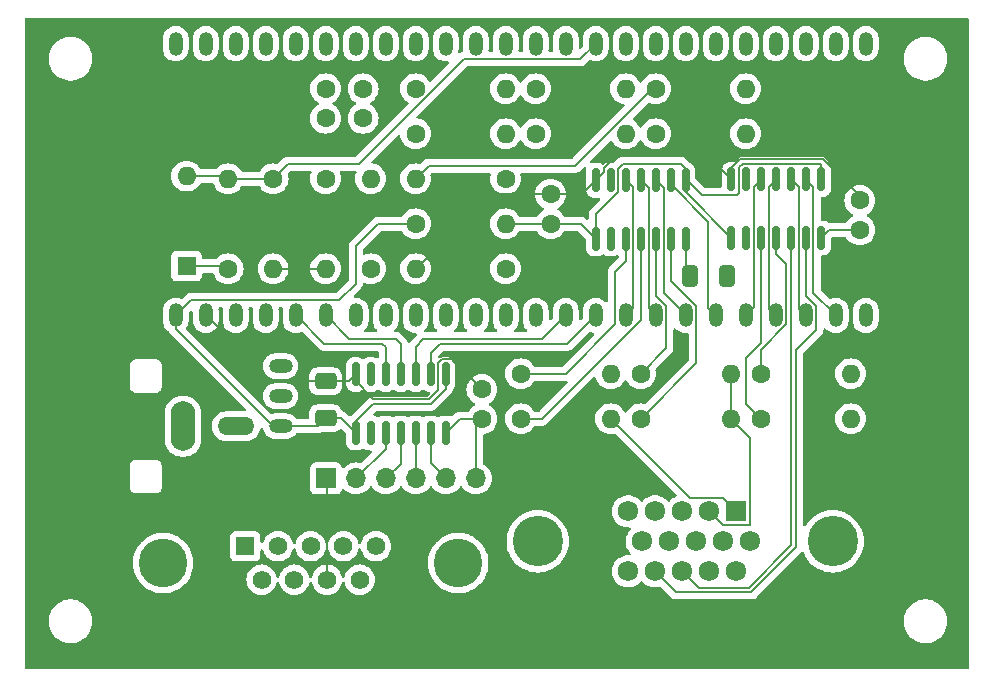
<source format=gbr>
%TF.GenerationSoftware,KiCad,Pcbnew,8.0.2*%
%TF.CreationDate,2024-05-19T15:43:29+02:00*%
%TF.ProjectId,schematic,73636865-6d61-4746-9963-2e6b69636164,rev?*%
%TF.SameCoordinates,Original*%
%TF.FileFunction,Copper,L1,Top*%
%TF.FilePolarity,Positive*%
%FSLAX46Y46*%
G04 Gerber Fmt 4.6, Leading zero omitted, Abs format (unit mm)*
G04 Created by KiCad (PCBNEW 8.0.2) date 2024-05-19 15:43:29*
%MOMM*%
%LPD*%
G01*
G04 APERTURE LIST*
G04 Aperture macros list*
%AMRoundRect*
0 Rectangle with rounded corners*
0 $1 Rounding radius*
0 $2 $3 $4 $5 $6 $7 $8 $9 X,Y pos of 4 corners*
0 Add a 4 corners polygon primitive as box body*
4,1,4,$2,$3,$4,$5,$6,$7,$8,$9,$2,$3,0*
0 Add four circle primitives for the rounded corners*
1,1,$1+$1,$2,$3*
1,1,$1+$1,$4,$5*
1,1,$1+$1,$6,$7*
1,1,$1+$1,$8,$9*
0 Add four rect primitives between the rounded corners*
20,1,$1+$1,$2,$3,$4,$5,0*
20,1,$1+$1,$4,$5,$6,$7,0*
20,1,$1+$1,$6,$7,$8,$9,0*
20,1,$1+$1,$8,$9,$2,$3,0*%
G04 Aperture macros list end*
%TA.AperFunction,ComponentPad*%
%ADD10C,1.600000*%
%TD*%
%TA.AperFunction,ComponentPad*%
%ADD11R,1.600000X1.600000*%
%TD*%
%TA.AperFunction,ComponentPad*%
%ADD12O,1.600000X1.600000*%
%TD*%
%TA.AperFunction,ComponentPad*%
%ADD13R,1.575000X1.575000*%
%TD*%
%TA.AperFunction,ComponentPad*%
%ADD14C,1.575000*%
%TD*%
%TA.AperFunction,ComponentPad*%
%ADD15C,4.116000*%
%TD*%
%TA.AperFunction,SMDPad,CuDef*%
%ADD16RoundRect,0.150000X-0.150000X0.825000X-0.150000X-0.825000X0.150000X-0.825000X0.150000X0.825000X0*%
%TD*%
%TA.AperFunction,ComponentPad*%
%ADD17O,1.200000X2.000000*%
%TD*%
%TA.AperFunction,ComponentPad*%
%ADD18R,1.700000X1.700000*%
%TD*%
%TA.AperFunction,ComponentPad*%
%ADD19O,1.700000X1.700000*%
%TD*%
%TA.AperFunction,ComponentPad*%
%ADD20O,2.000000X1.200000*%
%TD*%
%TA.AperFunction,SMDPad,CuDef*%
%ADD21RoundRect,0.250000X-0.650000X0.412500X-0.650000X-0.412500X0.650000X-0.412500X0.650000X0.412500X0*%
%TD*%
%TA.AperFunction,ComponentPad*%
%ADD22O,2.100000X4.200000*%
%TD*%
%TA.AperFunction,ComponentPad*%
%ADD23O,3.100000X1.550000*%
%TD*%
%TA.AperFunction,ComponentPad*%
%ADD24R,1.725000X1.725000*%
%TD*%
%TA.AperFunction,ComponentPad*%
%ADD25C,1.725000*%
%TD*%
%TA.AperFunction,ComponentPad*%
%ADD26C,4.266000*%
%TD*%
%TA.AperFunction,SMDPad,CuDef*%
%ADD27RoundRect,0.250000X0.412500X0.650000X-0.412500X0.650000X-0.412500X-0.650000X0.412500X-0.650000X0*%
%TD*%
%TA.AperFunction,ViaPad*%
%ADD28C,0.600000*%
%TD*%
%TA.AperFunction,Conductor*%
%ADD29C,0.200000*%
%TD*%
G04 APERTURE END LIST*
D10*
%TO.P,C1,1*%
%TO.N,Net-(J3-Pin_6)*%
X141500000Y-125750000D03*
%TO.P,C1,2*%
%TO.N,GND*%
X141500000Y-123250000D03*
%TD*%
%TO.P,C4,1*%
%TO.N,+5V*%
X173500000Y-109750000D03*
%TO.P,C4,2*%
%TO.N,GND*%
X173500000Y-107250000D03*
%TD*%
D11*
%TO.P,D1,1,K*%
%TO.N,/DATA*%
X116500000Y-112810000D03*
D12*
%TO.P,D1,2,A*%
%TO.N,Net-(D1-A)*%
X116500000Y-105190000D03*
%TD*%
D13*
%TO.P,J2,1,1*%
%TO.N,unconnected-(J2-Pad1)*%
X121460000Y-136525000D03*
D14*
%TO.P,J2,2,2*%
%TO.N,/DATA*%
X124230000Y-136525000D03*
%TO.P,J2,3,3*%
%TO.N,/VSYNC*%
X127000000Y-136525000D03*
%TO.P,J2,4,4*%
%TO.N,/HSYNC*%
X129770000Y-136525000D03*
%TO.P,J2,5,5*%
%TO.N,unconnected-(J2-Pad5)*%
X132540000Y-136525000D03*
%TO.P,J2,6,6*%
%TO.N,+5V*%
X122845000Y-139365000D03*
%TO.P,J2,7,7*%
%TO.N,unconnected-(J2-Pad7)*%
X125615000Y-139365000D03*
%TO.P,J2,8,8*%
%TO.N,GND*%
X128385000Y-139365000D03*
%TO.P,J2,9,9*%
%TO.N,unconnected-(J2-Pad9)*%
X131155000Y-139365000D03*
D15*
%TO.P,J2,S1*%
%TO.N,N/C*%
X114505000Y-137945000D03*
%TO.P,J2,S2*%
X139495000Y-137945000D03*
%TD*%
D10*
%TO.P,R7,1*%
%TO.N,Net-(R3-Pad2)*%
X146050000Y-101600000D03*
D12*
%TO.P,R7,2*%
%TO.N,Net-(U2-PIN27_IOB11A)*%
X153670000Y-101600000D03*
%TD*%
D16*
%TO.P,U3,1,VCCA*%
%TO.N,Net-(U3-OE)*%
X170245000Y-105475000D03*
%TO.P,U3,2,A1*%
%TO.N,/LATCH*%
X168975000Y-105475000D03*
%TO.P,U3,3,A2*%
%TO.N,/PULSE*%
X167705000Y-105475000D03*
%TO.P,U3,4,A3*%
%TO.N,Net-(U2-PIN84_IOT10A_1V8)*%
X166435000Y-105475000D03*
%TO.P,U3,5,A4*%
%TO.N,Net-(U2-PIN83_IOT10B_1V8)*%
X165165000Y-105475000D03*
%TO.P,U3,6,NC*%
%TO.N,unconnected-(U3-NC-Pad6)*%
X163895000Y-105475000D03*
%TO.P,U3,7,GND*%
%TO.N,GND*%
X162625000Y-105475000D03*
%TO.P,U3,8,OE*%
%TO.N,Net-(U3-OE)*%
X162625000Y-110425000D03*
%TO.P,U3,9,NC*%
%TO.N,unconnected-(U3-NC-Pad9)*%
X163895000Y-110425000D03*
%TO.P,U3,10,B4*%
%TO.N,Net-(U3-B4)*%
X165165000Y-110425000D03*
%TO.P,U3,11,B3*%
%TO.N,Net-(U3-B3)*%
X166435000Y-110425000D03*
%TO.P,U3,12,B2*%
%TO.N,/HSYNC*%
X167705000Y-110425000D03*
%TO.P,U3,13,B1*%
%TO.N,/VSYNC*%
X168975000Y-110425000D03*
%TO.P,U3,14,VCCB*%
%TO.N,+5V*%
X170245000Y-110425000D03*
%TD*%
D10*
%TO.P,R4,1*%
%TO.N,Net-(R3-Pad2)*%
X135890000Y-101600000D03*
D12*
%TO.P,R4,2*%
%TO.N,Net-(R4-Pad2)*%
X143510000Y-101600000D03*
%TD*%
D10*
%TO.P,R19,1*%
%TO.N,Net-(D1-A)*%
X123825000Y-105410000D03*
D12*
%TO.P,R19,2*%
%TO.N,GND*%
X123825000Y-113030000D03*
%TD*%
D16*
%TO.P,U4,1,VCCA*%
%TO.N,Net-(U3-OE)*%
X158750000Y-105540000D03*
%TO.P,U4,2,A1*%
%TO.N,Net-(U2-PIN82_IOT11A_1V8)*%
X157480000Y-105540000D03*
%TO.P,U4,3,A2*%
%TO.N,Net-(U2-PIN81_IOT11B_1V)*%
X156210000Y-105540000D03*
%TO.P,U4,4,A3*%
%TO.N,Net-(U2-PIN80_IOT12A_1V8)*%
X154940000Y-105540000D03*
%TO.P,U4,5,A4*%
%TO.N,Net-(U2-PIN79_IOT12B_1V8)*%
X153670000Y-105540000D03*
%TO.P,U4,6,NC*%
%TO.N,unconnected-(U4-NC-Pad6)*%
X152400000Y-105540000D03*
%TO.P,U4,7,GND*%
%TO.N,GND*%
X151130000Y-105540000D03*
%TO.P,U4,8,OE*%
%TO.N,Net-(U3-OE)*%
X151130000Y-110490000D03*
%TO.P,U4,9,NC*%
%TO.N,unconnected-(U4-NC-Pad9)*%
X152400000Y-110490000D03*
%TO.P,U4,10,B4*%
%TO.N,Net-(U4-B4)*%
X153670000Y-110490000D03*
%TO.P,U4,11,B3*%
%TO.N,Net-(U4-B3)*%
X154940000Y-110490000D03*
%TO.P,U4,12,B2*%
%TO.N,Net-(U4-B2)*%
X156210000Y-110490000D03*
%TO.P,U4,13,B1*%
%TO.N,Net-(U4-B1)*%
X157480000Y-110490000D03*
%TO.P,U4,14,VCCB*%
%TO.N,+5V*%
X158750000Y-110490000D03*
%TD*%
D10*
%TO.P,R15,1*%
%TO.N,Net-(U4-B2)*%
X154940000Y-121920000D03*
D12*
%TO.P,R15,2*%
%TO.N,/Green*%
X162560000Y-121920000D03*
%TD*%
D10*
%TO.P,R5,1*%
%TO.N,Net-(R4-Pad2)*%
X143510000Y-105410000D03*
D12*
%TO.P,R5,2*%
%TO.N,Net-(R2-Pad2)*%
X135890000Y-105410000D03*
%TD*%
D17*
%TO.P,U2,1*%
%TO.N,N/C*%
X173990000Y-93980000D03*
%TO.P,U2,2*%
X171450000Y-93980000D03*
%TO.P,U2,3*%
X168910000Y-93980000D03*
%TO.P,U2,4*%
X166370000Y-93980000D03*
%TO.P,U2,5,PIN25_IOB8A*%
%TO.N,Net-(U2-PIN25_IOB8A)*%
X163830000Y-93980000D03*
%TO.P,U2,6,PIN26_IOB8B*%
%TO.N,Net-(U2-PIN26_IOB8B)*%
X161290000Y-93980000D03*
%TO.P,U2,7,PIN27_IOB11A*%
%TO.N,Net-(U2-PIN27_IOB11A)*%
X158750000Y-93980000D03*
%TO.P,U2,8,PIN28_IOB11B*%
%TO.N,Net-(U2-PIN28_IOB11B)*%
X156210000Y-93980000D03*
%TO.P,U2,9,PIN29_IOB13A*%
%TO.N,unconnected-(U2-PIN29_IOB13A-Pad9)*%
X153670000Y-93980000D03*
%TO.P,U2,10,PIN30_IOB13B*%
%TO.N,Net-(D1-A)*%
X151130000Y-93980000D03*
%TO.P,U2,11*%
%TO.N,N/C*%
X148590000Y-93980000D03*
%TO.P,U2,12*%
X146050000Y-93980000D03*
%TO.P,U2,13*%
X143510000Y-93980000D03*
%TO.P,U2,14*%
X140970000Y-93980000D03*
%TO.P,U2,15*%
X138430000Y-93980000D03*
%TO.P,U2,16*%
X135890000Y-93980000D03*
%TO.P,U2,17*%
X133350000Y-93980000D03*
%TO.P,U2,18*%
X130810000Y-93980000D03*
%TO.P,U2,19*%
X128270000Y-93980000D03*
%TO.P,U2,20*%
X125730000Y-93980000D03*
%TO.P,U2,21*%
X123190000Y-93980000D03*
%TO.P,U2,22*%
X120650000Y-93980000D03*
%TO.P,U2,23*%
X118110000Y-93980000D03*
%TO.P,U2,24*%
X115570000Y-93980000D03*
%TO.P,U2,25,3.3V*%
%TO.N,+3.3V*%
X115570000Y-116980000D03*
%TO.P,U2,26,GND*%
%TO.N,GND*%
X118110000Y-116980000D03*
%TO.P,U2,27*%
%TO.N,N/C*%
X120650000Y-116980000D03*
%TO.P,U2,28*%
X123190000Y-116980000D03*
%TO.P,U2,29,PIN49_IOR24A_SPILCD_RS*%
%TO.N,Net-(U1-A4)*%
X125730000Y-116980000D03*
%TO.P,U2,30,PIN48_IOR24B_SPILCD_CS*%
%TO.N,Net-(U1-A3)*%
X128270000Y-116980000D03*
%TO.P,U2,31,+5V*%
%TO.N,+5V*%
X130810000Y-116980000D03*
%TO.P,U2,32*%
%TO.N,N/C*%
X133350000Y-116980000D03*
%TO.P,U2,33*%
X135890000Y-116980000D03*
%TO.P,U2,34*%
X138430000Y-116980000D03*
%TO.P,U2,35*%
X140970000Y-116980000D03*
%TO.P,U2,36*%
X143510000Y-116980000D03*
%TO.P,U2,37*%
X146050000Y-116980000D03*
%TO.P,U2,38,PIN76_IOT37B_SPILCD_MCLK*%
%TO.N,Net-(U1-A2)*%
X148590000Y-116980000D03*
%TO.P,U2,39,PIN77_IOT37A_SPILCD_MO*%
%TO.N,Net-(U1-A1)*%
X151130000Y-116980000D03*
%TO.P,U2,40,PIN79_IOT12B_1V8*%
%TO.N,Net-(U2-PIN79_IOT12B_1V8)*%
X153670000Y-116980000D03*
%TO.P,U2,41,PIN80_IOT12A_1V8*%
%TO.N,Net-(U2-PIN80_IOT12A_1V8)*%
X156210000Y-116980000D03*
%TO.P,U2,42,PIN81_IOT11B_1V*%
%TO.N,Net-(U2-PIN81_IOT11B_1V)*%
X158750000Y-116980000D03*
%TO.P,U2,43,PIN82_IOT11A_1V8*%
%TO.N,Net-(U2-PIN82_IOT11A_1V8)*%
X161290000Y-116980000D03*
%TO.P,U2,44,PIN83_IOT10B_1V8*%
%TO.N,Net-(U2-PIN83_IOT10B_1V8)*%
X163830000Y-116980000D03*
%TO.P,U2,45,PIN84_IOT10A_1V8*%
%TO.N,Net-(U2-PIN84_IOT10A_1V8)*%
X166370000Y-116980000D03*
%TO.P,U2,46,PIN85_IOT8B_1V8*%
%TO.N,/PULSE*%
X168910000Y-116980000D03*
%TO.P,U2,47,PIN86_IOT8A_BL_PWM_1V8*%
%TO.N,/LATCH*%
X171450000Y-116980000D03*
%TO.P,U2,48*%
%TO.N,N/C*%
X173990000Y-116980000D03*
%TD*%
D18*
%TO.P,J3,1,Pin_1*%
%TO.N,GND*%
X128295000Y-130785000D03*
D19*
%TO.P,J3,2,Pin_2*%
%TO.N,Net-(J3-Pin_2)*%
X130835000Y-130785000D03*
%TO.P,J3,3,Pin_3*%
%TO.N,Net-(J3-Pin_3)*%
X133375000Y-130785000D03*
%TO.P,J3,4,Pin_4*%
%TO.N,Net-(J3-Pin_4)*%
X135915000Y-130785000D03*
%TO.P,J3,5,Pin_5*%
%TO.N,Net-(J3-Pin_5)*%
X138455000Y-130785000D03*
%TO.P,J3,6,Pin_6*%
%TO.N,Net-(J3-Pin_6)*%
X140995000Y-130785000D03*
%TD*%
D10*
%TO.P,R16,1*%
%TO.N,Net-(U4-B3)*%
X144780000Y-125730000D03*
D12*
%TO.P,R16,2*%
%TO.N,/Red*%
X152400000Y-125730000D03*
%TD*%
D20*
%TO.P,JP1,1,A*%
%TO.N,+3.3V*%
X124460000Y-126365000D03*
%TO.P,JP1,2,C*%
%TO.N,Net-(J3-Pin_6)*%
X124460000Y-123825000D03*
%TO.P,JP1,3,B*%
%TO.N,+5V*%
X124460000Y-121285000D03*
%TD*%
D10*
%TO.P,R13,1*%
%TO.N,Net-(U3-B4)*%
X165100000Y-125730000D03*
D12*
%TO.P,R13,2*%
%TO.N,/Blue*%
X172720000Y-125730000D03*
%TD*%
D10*
%TO.P,R1,1*%
%TO.N,Net-(C2-Pad1)*%
X128270000Y-105410000D03*
D12*
%TO.P,R1,2*%
%TO.N,GND*%
X128270000Y-113030000D03*
%TD*%
D21*
%TO.P,C6,1*%
%TO.N,GND*%
X128270000Y-122555000D03*
%TO.P,C6,2*%
%TO.N,+3.3V*%
X128270000Y-125680000D03*
%TD*%
D22*
%TO.P,J1,1*%
%TO.N,GND*%
X116205000Y-126365000D03*
D23*
%TO.P,J1,2*%
%TO.N,Net-(C2-Pad1)*%
X120705000Y-126365000D03*
%TD*%
D24*
%TO.P,J5,1*%
%TO.N,/Red*%
X163048250Y-133572500D03*
D25*
%TO.P,J5,2*%
%TO.N,/Green*%
X160758250Y-133572500D03*
%TO.P,J5,3*%
%TO.N,/Blue*%
X158468250Y-133572500D03*
%TO.P,J5,4*%
%TO.N,unconnected-(J5-Pad4)*%
X156178250Y-133572500D03*
%TO.P,J5,5*%
%TO.N,GND*%
X153888250Y-133572500D03*
%TO.P,J5,6*%
X164193250Y-136112500D03*
%TO.P,J5,7*%
X161903250Y-136112500D03*
%TO.P,J5,8*%
X159613250Y-136112500D03*
%TO.P,J5,9*%
%TO.N,unconnected-(J5-Pad9)*%
X157323250Y-136112500D03*
%TO.P,J5,10*%
%TO.N,GND*%
X155033250Y-136112500D03*
%TO.P,J5,11*%
%TO.N,unconnected-(J5-Pad11)*%
X163048250Y-138652500D03*
%TO.P,J5,12*%
%TO.N,unconnected-(J5-Pad12)*%
X160758250Y-138652500D03*
%TO.P,J5,13*%
%TO.N,/HSYNC*%
X158468250Y-138652500D03*
%TO.P,J5,14*%
%TO.N,/VSYNC*%
X156178250Y-138652500D03*
%TO.P,J5,15*%
%TO.N,unconnected-(J5-Pad15)*%
X153888250Y-138652500D03*
D26*
%TO.P,J5,S1*%
%TO.N,N/C*%
X146223250Y-136112500D03*
%TO.P,J5,S2*%
X171213250Y-136112500D03*
%TD*%
D10*
%TO.P,R9,1*%
%TO.N,Net-(R2-Pad2)*%
X156210000Y-97790000D03*
D12*
%TO.P,R9,2*%
%TO.N,Net-(U2-PIN25_IOB8A)*%
X163830000Y-97790000D03*
%TD*%
D10*
%TO.P,R3,1*%
%TO.N,Net-(C2-Pad2)*%
X135890000Y-97790000D03*
D12*
%TO.P,R3,2*%
%TO.N,Net-(R3-Pad2)*%
X143510000Y-97790000D03*
%TD*%
D10*
%TO.P,R6,1*%
%TO.N,Net-(C2-Pad2)*%
X146050000Y-97790000D03*
D12*
%TO.P,R6,2*%
%TO.N,Net-(U2-PIN28_IOB11B)*%
X153670000Y-97790000D03*
%TD*%
D10*
%TO.P,R10,1*%
%TO.N,+3.3V*%
X135890000Y-109220000D03*
D12*
%TO.P,R10,2*%
%TO.N,Net-(U3-OE)*%
X143510000Y-109220000D03*
%TD*%
D27*
%TO.P,C5,1*%
%TO.N,GND*%
X162217500Y-113665000D03*
%TO.P,C5,2*%
%TO.N,+5V*%
X159092500Y-113665000D03*
%TD*%
D10*
%TO.P,R8,1*%
%TO.N,Net-(R4-Pad2)*%
X156210000Y-101600000D03*
D12*
%TO.P,R8,2*%
%TO.N,Net-(U2-PIN26_IOB8B)*%
X163830000Y-101600000D03*
%TD*%
D10*
%TO.P,R18,1*%
%TO.N,/DATA*%
X120015000Y-113030000D03*
D12*
%TO.P,R18,2*%
%TO.N,Net-(D1-A)*%
X120015000Y-105410000D03*
%TD*%
D10*
%TO.P,R17,1*%
%TO.N,Net-(U4-B4)*%
X144780000Y-121920000D03*
D12*
%TO.P,R17,2*%
%TO.N,/Red*%
X152400000Y-121920000D03*
%TD*%
D16*
%TO.P,U1,1,VCCA*%
%TO.N,+3.3V*%
X138430000Y-121985000D03*
%TO.P,U1,2,A1*%
%TO.N,Net-(U1-A1)*%
X137160000Y-121985000D03*
%TO.P,U1,3,A2*%
%TO.N,Net-(U1-A2)*%
X135890000Y-121985000D03*
%TO.P,U1,4,A3*%
%TO.N,Net-(U1-A3)*%
X134620000Y-121985000D03*
%TO.P,U1,5,A4*%
%TO.N,Net-(U1-A4)*%
X133350000Y-121985000D03*
%TO.P,U1,6,NC*%
%TO.N,unconnected-(U1-NC-Pad6)*%
X132080000Y-121985000D03*
%TO.P,U1,7,GND*%
%TO.N,GND*%
X130810000Y-121985000D03*
%TO.P,U1,8,OE*%
%TO.N,+3.3V*%
X130810000Y-126935000D03*
%TO.P,U1,9,NC*%
%TO.N,unconnected-(U1-NC-Pad9)*%
X132080000Y-126935000D03*
%TO.P,U1,10,B4*%
%TO.N,Net-(J3-Pin_2)*%
X133350000Y-126935000D03*
%TO.P,U1,11,B3*%
%TO.N,Net-(J3-Pin_3)*%
X134620000Y-126935000D03*
%TO.P,U1,12,B2*%
%TO.N,Net-(J3-Pin_4)*%
X135890000Y-126935000D03*
%TO.P,U1,13,B1*%
%TO.N,Net-(J3-Pin_5)*%
X137160000Y-126935000D03*
%TO.P,U1,14,VCCB*%
%TO.N,Net-(J3-Pin_6)*%
X138430000Y-126935000D03*
%TD*%
D10*
%TO.P,C2,1*%
%TO.N,Net-(C2-Pad1)*%
X128270000Y-100290000D03*
%TO.P,C2,2*%
%TO.N,Net-(C2-Pad2)*%
X128270000Y-97790000D03*
%TD*%
%TO.P,C3,1*%
%TO.N,Net-(C2-Pad2)*%
X131445000Y-97790000D03*
%TO.P,C3,2*%
%TO.N,GND*%
X131445000Y-100290000D03*
%TD*%
%TO.P,R14,1*%
%TO.N,Net-(U4-B1)*%
X154940000Y-125730000D03*
D12*
%TO.P,R14,2*%
%TO.N,/Green*%
X162560000Y-125730000D03*
%TD*%
D10*
%TO.P,C7,1*%
%TO.N,Net-(U3-OE)*%
X147320000Y-109220000D03*
%TO.P,C7,2*%
%TO.N,GND*%
X147320000Y-106720000D03*
%TD*%
%TO.P,R12,1*%
%TO.N,Net-(U3-B3)*%
X165100000Y-121920000D03*
D12*
%TO.P,R12,2*%
%TO.N,/Blue*%
X172720000Y-121920000D03*
%TD*%
D10*
%TO.P,R2,1*%
%TO.N,GND*%
X132080000Y-113030000D03*
D12*
%TO.P,R2,2*%
%TO.N,Net-(R2-Pad2)*%
X132080000Y-105410000D03*
%TD*%
D10*
%TO.P,R11,1*%
%TO.N,Net-(U3-OE)*%
X143510000Y-113030000D03*
D12*
%TO.P,R11,2*%
%TO.N,GND*%
X135890000Y-113030000D03*
%TD*%
D28*
%TO.N,+5V*%
X170245000Y-110425000D03*
X159385000Y-113665000D03*
%TO.N,GND*%
X162560000Y-113665000D03*
%TD*%
D29*
%TO.N,Net-(J3-Pin_6)*%
X140995000Y-126255000D02*
X141500000Y-125750000D01*
X140995000Y-130785000D02*
X140995000Y-126255000D01*
X139615000Y-125750000D02*
X138430000Y-126935000D01*
X141500000Y-125750000D02*
X139615000Y-125750000D01*
%TO.N,GND*%
X139075000Y-120825000D02*
X141500000Y-123250000D01*
X139075000Y-120710000D02*
X139075000Y-120825000D01*
%TO.N,+5V*%
X170920000Y-109750000D02*
X170245000Y-110425000D01*
X173500000Y-109750000D02*
X170920000Y-109750000D01*
%TO.N,GND*%
X173500000Y-106894314D02*
X170345686Y-103740000D01*
X173500000Y-107250000D02*
X173500000Y-106894314D01*
%TO.N,/DATA*%
X119795000Y-112810000D02*
X120015000Y-113030000D01*
X116500000Y-112810000D02*
X119795000Y-112810000D01*
%TO.N,Net-(D1-A)*%
X119795000Y-105190000D02*
X120015000Y-105410000D01*
X116500000Y-105190000D02*
X119795000Y-105190000D01*
%TO.N,/VSYNC*%
X164300686Y-140430000D02*
X168105000Y-136625686D01*
X169810000Y-116207208D02*
X168975000Y-115372208D01*
X169810000Y-118215000D02*
X169810000Y-116207208D01*
X168975000Y-115372208D02*
X168975000Y-110425000D01*
X168105000Y-119920000D02*
X169810000Y-118215000D01*
X168105000Y-136625686D02*
X168105000Y-119920000D01*
X156178250Y-138652500D02*
X157955750Y-140430000D01*
X157955750Y-140430000D02*
X164300686Y-140430000D01*
%TO.N,/HSYNC*%
X164135000Y-140030000D02*
X159845750Y-140030000D01*
X159845750Y-140030000D02*
X158468250Y-138652500D01*
X167705000Y-136460000D02*
X164135000Y-140030000D01*
X167705000Y-110425000D02*
X167705000Y-136460000D01*
%TO.N,/Green*%
X164210750Y-134735000D02*
X164210750Y-127380750D01*
X164210750Y-127380750D02*
X162560000Y-125730000D01*
X160758250Y-133572500D02*
X161920750Y-134735000D01*
X162560000Y-121920000D02*
X162560000Y-125730000D01*
X161920750Y-134735000D02*
X164210750Y-134735000D01*
%TO.N,+5V*%
X158750000Y-113322500D02*
X159092500Y-113665000D01*
X158750000Y-110490000D02*
X158750000Y-113322500D01*
%TO.N,GND*%
X149990000Y-106680000D02*
X142240000Y-106680000D01*
X162625000Y-104500001D02*
X162625000Y-105475000D01*
X151800000Y-104524448D02*
X152819448Y-103505000D01*
X127735000Y-131345000D02*
X128295000Y-130785000D01*
X138089448Y-120710000D02*
X137794314Y-121005134D01*
X136994314Y-124060000D02*
X132315000Y-124060000D01*
X163385001Y-103740000D02*
X162625000Y-104500001D01*
X137794314Y-123260000D02*
X136994314Y-124060000D01*
X152819448Y-103505000D02*
X160655000Y-103505000D01*
X137794314Y-121005134D02*
X137794314Y-123260000D01*
X130810000Y-122555000D02*
X130810000Y-121985000D01*
X151800000Y-104870000D02*
X151800000Y-104524448D01*
X118110000Y-116980000D02*
X123685000Y-122555000D01*
X123685000Y-122555000D02*
X128270000Y-122555000D01*
X170345686Y-103740000D02*
X163385001Y-103740000D01*
X128385000Y-130875000D02*
X128295000Y-130785000D01*
X130240000Y-122555000D02*
X128270000Y-122555000D01*
X142240000Y-106680000D02*
X135890000Y-113030000D01*
X160655000Y-103505000D02*
X162625000Y-105475000D01*
X151130000Y-105540000D02*
X149990000Y-106680000D01*
X132315000Y-124060000D02*
X130810000Y-122555000D01*
X128385000Y-139365000D02*
X128385000Y-130875000D01*
X130810000Y-121985000D02*
X130240000Y-122555000D01*
X139075000Y-120710000D02*
X138089448Y-120710000D01*
X151130000Y-105540000D02*
X151800000Y-104870000D01*
X123825000Y-113030000D02*
X128270000Y-113030000D01*
%TO.N,Net-(U3-B4)*%
X163830000Y-124460000D02*
X165100000Y-125730000D01*
X165165000Y-110425000D02*
X165165000Y-119292106D01*
X163830000Y-120627106D02*
X163830000Y-124460000D01*
X165165000Y-119292106D02*
X163830000Y-120627106D01*
%TO.N,Net-(U3-B3)*%
X165100000Y-119922792D02*
X167270000Y-117752792D01*
X165100000Y-121920000D02*
X165100000Y-119922792D01*
X166435000Y-111825000D02*
X166435000Y-110425000D01*
X167270000Y-112660000D02*
X166435000Y-111825000D01*
X167270000Y-117752792D02*
X167270000Y-112660000D01*
%TO.N,Net-(R2-Pad2)*%
X155924365Y-97790000D02*
X149404365Y-104310000D01*
X136990000Y-104310000D02*
X135890000Y-105410000D01*
X149404365Y-104310000D02*
X136990000Y-104310000D01*
X156210000Y-97790000D02*
X155924365Y-97790000D01*
%TO.N,+3.3V*%
X128270000Y-125680000D02*
X127585000Y-126365000D01*
X115570000Y-118110000D02*
X115570000Y-116980000D01*
X116870000Y-115680000D02*
X129430000Y-115680000D01*
X128270000Y-125680000D02*
X129555000Y-125680000D01*
X132310001Y-124460000D02*
X137160000Y-124460000D01*
X129430000Y-115680000D02*
X130810000Y-114300000D01*
X123825000Y-126365000D02*
X115570000Y-118110000D01*
X115570000Y-116980000D02*
X116870000Y-115680000D01*
X132715000Y-109220000D02*
X135890000Y-109220000D01*
X137160000Y-124460000D02*
X138430000Y-123190000D01*
X130810000Y-125960001D02*
X132310001Y-124460000D01*
X130810000Y-111125000D02*
X132715000Y-109220000D01*
X138430000Y-123190000D02*
X138430000Y-121985000D01*
X130810000Y-126935000D02*
X130810000Y-125960001D01*
X127585000Y-126365000D02*
X123825000Y-126365000D01*
X129555000Y-125680000D02*
X130810000Y-126935000D01*
X130810000Y-114300000D02*
X130810000Y-111125000D01*
%TO.N,/LATCH*%
X171450000Y-116980000D02*
X169575000Y-115105000D01*
X169575000Y-106075000D02*
X168975000Y-105475000D01*
X169575000Y-115105000D02*
X169575000Y-106075000D01*
%TO.N,/PULSE*%
X168375000Y-106145000D02*
X167705000Y-105475000D01*
X168375000Y-116445000D02*
X168375000Y-106145000D01*
X168910000Y-116980000D02*
X168375000Y-116445000D01*
%TO.N,Net-(U3-OE)*%
X153454448Y-104140000D02*
X158324999Y-104140000D01*
X170245000Y-104205000D02*
X170245000Y-105475000D01*
X158324999Y-104140000D02*
X158750000Y-104565001D01*
X163295000Y-106580000D02*
X163295000Y-104459448D01*
X151130000Y-110490000D02*
X151130000Y-108425552D01*
X158750000Y-106550000D02*
X162625000Y-110425000D01*
X163614448Y-104140000D02*
X170180000Y-104140000D01*
X158750000Y-105410000D02*
X160094866Y-106754866D01*
X149860000Y-109220000D02*
X151130000Y-110490000D01*
X163295000Y-104459448D02*
X163614448Y-104140000D01*
X158750000Y-104565001D02*
X158750000Y-105540000D01*
X163120134Y-106754866D02*
X163295000Y-106580000D01*
X170180000Y-104140000D02*
X170245000Y-104205000D01*
X143510000Y-109220000D02*
X149860000Y-109220000D01*
X151130000Y-108425552D02*
X153035000Y-106520552D01*
X153035000Y-106520552D02*
X153035000Y-104559448D01*
X160094866Y-106754866D02*
X163120134Y-106754866D01*
X153035000Y-104559448D02*
X153454448Y-104140000D01*
X158750000Y-105540000D02*
X158750000Y-106550000D01*
%TO.N,Net-(J3-Pin_3)*%
X133375000Y-130785000D02*
X134620000Y-129540000D01*
X134620000Y-129540000D02*
X134620000Y-126935000D01*
%TO.N,Net-(J3-Pin_4)*%
X135915000Y-126960000D02*
X135890000Y-126935000D01*
X135915000Y-130785000D02*
X135915000Y-126960000D01*
%TO.N,Net-(J3-Pin_5)*%
X137160000Y-129490000D02*
X137160000Y-126935000D01*
X138455000Y-130785000D02*
X137160000Y-129490000D01*
%TO.N,Net-(J3-Pin_2)*%
X130835000Y-130785000D02*
X133350000Y-128270000D01*
X133350000Y-128270000D02*
X133350000Y-126935000D01*
%TO.N,/Red*%
X161885750Y-132410000D02*
X163048250Y-133572500D01*
X152400000Y-125730000D02*
X159080000Y-132410000D01*
X159080000Y-132410000D02*
X161885750Y-132410000D01*
%TO.N,Net-(U4-B1)*%
X159650000Y-116207208D02*
X159650000Y-121020000D01*
X159650000Y-121020000D02*
X154940000Y-125730000D01*
X157480000Y-114037208D02*
X159650000Y-116207208D01*
X157480000Y-110490000D02*
X157480000Y-114037208D01*
%TO.N,Net-(U4-B2)*%
X156210000Y-115307208D02*
X157110000Y-116207208D01*
X156210000Y-110490000D02*
X156210000Y-115307208D01*
X157110000Y-116207208D02*
X157110000Y-119750000D01*
X157110000Y-119750000D02*
X154940000Y-121920000D01*
%TO.N,Net-(U4-B3)*%
X144780000Y-125730000D02*
X146592792Y-125730000D01*
X144780000Y-125729999D02*
X144780000Y-125730000D01*
X154940000Y-117382792D02*
X154940000Y-110490000D01*
X146592792Y-125730000D02*
X154940000Y-117382792D01*
%TO.N,Net-(U4-B4)*%
X152770000Y-117740000D02*
X152770000Y-113295000D01*
X144780000Y-121920000D02*
X148590000Y-121920000D01*
X148590000Y-121920000D02*
X152770000Y-117740000D01*
X152770000Y-113295000D02*
X153670000Y-112395000D01*
X153670000Y-112395000D02*
X153670000Y-110490000D01*
%TO.N,Net-(U1-A3)*%
X134220000Y-118980000D02*
X134620000Y-119380000D01*
X128270000Y-116980000D02*
X130270000Y-118980000D01*
X130270000Y-118980000D02*
X134220000Y-118980000D01*
X134620000Y-119380000D02*
X134620000Y-121985000D01*
%TO.N,Net-(U1-A4)*%
X133054999Y-119380000D02*
X133350000Y-119675001D01*
X128130000Y-119380000D02*
X133054999Y-119380000D01*
X133350000Y-119675001D02*
X133350000Y-121985000D01*
X125730000Y-116980000D02*
X128130000Y-119380000D01*
%TO.N,Net-(U1-A2)*%
X136538751Y-118980000D02*
X135890000Y-119628751D01*
X146590000Y-118980000D02*
X136538751Y-118980000D01*
X148590000Y-116980000D02*
X146590000Y-118980000D01*
X135890000Y-119628751D02*
X135890000Y-121985000D01*
%TO.N,Net-(U1-A1)*%
X137160000Y-120173750D02*
X137160000Y-121985000D01*
X148730000Y-119380000D02*
X137953750Y-119380000D01*
X137953750Y-119380000D02*
X137160000Y-120173750D01*
X151130000Y-116980000D02*
X148730000Y-119380000D01*
%TO.N,Net-(U2-PIN80_IOT12A_1V8)*%
X156210000Y-116980000D02*
X155610000Y-116380000D01*
X155610000Y-116380000D02*
X155610000Y-106210000D01*
X155610000Y-106210000D02*
X154940000Y-105540000D01*
%TO.N,Net-(U2-PIN82_IOT11A_1V8)*%
X157480000Y-105885552D02*
X157480000Y-105540000D01*
X160655000Y-109060552D02*
X157480000Y-105885552D01*
X160655000Y-116345000D02*
X160655000Y-109060552D01*
X161290000Y-116980000D02*
X160655000Y-116345000D01*
%TO.N,Net-(U2-PIN83_IOT10B_1V8)*%
X163830000Y-116980000D02*
X164565000Y-116245000D01*
X164565000Y-116245000D02*
X164565000Y-106075000D01*
X164565000Y-106075000D02*
X165165000Y-105475000D01*
%TO.N,Net-(U2-PIN81_IOT11B_1V)*%
X156880000Y-115110000D02*
X156880000Y-106210000D01*
X156880000Y-106210000D02*
X156210000Y-105540000D01*
X158750000Y-116980000D02*
X156880000Y-115110000D01*
%TO.N,Net-(U2-PIN79_IOT12B_1V8)*%
X153670000Y-116980000D02*
X154270000Y-116380000D01*
X154270000Y-106140000D02*
X153670000Y-105540000D01*
X154270000Y-116380000D02*
X154270000Y-106140000D01*
%TO.N,Net-(U2-PIN84_IOT10A_1V8)*%
X165835000Y-106075000D02*
X166435000Y-105475000D01*
X165835000Y-116445000D02*
X165835000Y-106075000D01*
X166370000Y-116980000D02*
X165835000Y-116445000D01*
%TO.N,Net-(D1-A)*%
X131095635Y-104140000D02*
X125095000Y-104140000D01*
X151130000Y-93980000D02*
X149830000Y-95280000D01*
X139955635Y-95280000D02*
X131095635Y-104140000D01*
X123825000Y-105410000D02*
X120015000Y-105410000D01*
X125095000Y-104140000D02*
X123825000Y-105410000D01*
X149830000Y-95280000D02*
X139955635Y-95280000D01*
%TD*%
%TA.AperFunction,Conductor*%
%TO.N,GND*%
G36*
X119505072Y-116300185D02*
G01*
X119550827Y-116352989D01*
X119560771Y-116422147D01*
X119560506Y-116423897D01*
X119549500Y-116493388D01*
X119549500Y-117466610D01*
X119569006Y-117589771D01*
X119576598Y-117637701D01*
X119630127Y-117802445D01*
X119708768Y-117956788D01*
X119810586Y-118096928D01*
X119933072Y-118219414D01*
X120073212Y-118321232D01*
X120227555Y-118399873D01*
X120392299Y-118453402D01*
X120563389Y-118480500D01*
X120563390Y-118480500D01*
X120736610Y-118480500D01*
X120736611Y-118480500D01*
X120907701Y-118453402D01*
X121072445Y-118399873D01*
X121226788Y-118321232D01*
X121366928Y-118219414D01*
X121489414Y-118096928D01*
X121591232Y-117956788D01*
X121669873Y-117802445D01*
X121723402Y-117637701D01*
X121750500Y-117466611D01*
X121750500Y-116493389D01*
X121739494Y-116423897D01*
X121748449Y-116354604D01*
X121793445Y-116301152D01*
X121860197Y-116280513D01*
X121861967Y-116280500D01*
X121978033Y-116280500D01*
X122045072Y-116300185D01*
X122090827Y-116352989D01*
X122100771Y-116422147D01*
X122100506Y-116423897D01*
X122089500Y-116493388D01*
X122089500Y-117466610D01*
X122109006Y-117589771D01*
X122116598Y-117637701D01*
X122170127Y-117802445D01*
X122248768Y-117956788D01*
X122350586Y-118096928D01*
X122473072Y-118219414D01*
X122613212Y-118321232D01*
X122767555Y-118399873D01*
X122932299Y-118453402D01*
X123103389Y-118480500D01*
X123103390Y-118480500D01*
X123276610Y-118480500D01*
X123276611Y-118480500D01*
X123447701Y-118453402D01*
X123612445Y-118399873D01*
X123766788Y-118321232D01*
X123906928Y-118219414D01*
X124029414Y-118096928D01*
X124131232Y-117956788D01*
X124209873Y-117802445D01*
X124263402Y-117637701D01*
X124290500Y-117466611D01*
X124290500Y-116493389D01*
X124279494Y-116423897D01*
X124288449Y-116354604D01*
X124333445Y-116301152D01*
X124400197Y-116280513D01*
X124401967Y-116280500D01*
X124518033Y-116280500D01*
X124585072Y-116300185D01*
X124630827Y-116352989D01*
X124640771Y-116422147D01*
X124640506Y-116423897D01*
X124629500Y-116493388D01*
X124629500Y-117466610D01*
X124649006Y-117589771D01*
X124656598Y-117637701D01*
X124710127Y-117802445D01*
X124788768Y-117956788D01*
X124890586Y-118096928D01*
X125013072Y-118219414D01*
X125153212Y-118321232D01*
X125307555Y-118399873D01*
X125472299Y-118453402D01*
X125643389Y-118480500D01*
X125643390Y-118480500D01*
X125816610Y-118480500D01*
X125816611Y-118480500D01*
X125987701Y-118453402D01*
X126152445Y-118399873D01*
X126170344Y-118390753D01*
X126239013Y-118377856D01*
X126303753Y-118404132D01*
X126314319Y-118413555D01*
X127761284Y-119860520D01*
X127761286Y-119860521D01*
X127761290Y-119860524D01*
X127898209Y-119939573D01*
X127898212Y-119939575D01*
X127898216Y-119939577D01*
X128050943Y-119980501D01*
X128050945Y-119980501D01*
X128216654Y-119980501D01*
X128216670Y-119980500D01*
X132625500Y-119980500D01*
X132692539Y-120000185D01*
X132738294Y-120052989D01*
X132749500Y-120104500D01*
X132749500Y-120494093D01*
X132729815Y-120561132D01*
X132677011Y-120606887D01*
X132607853Y-120616831D01*
X132562380Y-120600825D01*
X132490400Y-120558257D01*
X132490393Y-120558254D01*
X132332573Y-120512402D01*
X132332567Y-120512401D01*
X132295701Y-120509500D01*
X132295694Y-120509500D01*
X131864306Y-120509500D01*
X131864298Y-120509500D01*
X131827432Y-120512401D01*
X131827426Y-120512402D01*
X131669606Y-120558254D01*
X131669603Y-120558255D01*
X131528140Y-120641915D01*
X131521974Y-120646699D01*
X131520174Y-120644379D01*
X131470913Y-120671230D01*
X131401225Y-120666193D01*
X131368992Y-120645461D01*
X131367722Y-120647100D01*
X131361552Y-120642314D01*
X131220196Y-120558717D01*
X131220193Y-120558716D01*
X131062495Y-120512900D01*
X131062489Y-120512899D01*
X131025649Y-120510000D01*
X130594350Y-120510000D01*
X130557510Y-120512899D01*
X130557504Y-120512900D01*
X130399806Y-120558716D01*
X130399803Y-120558717D01*
X130258447Y-120642314D01*
X130258438Y-120642321D01*
X130142321Y-120758438D01*
X130142314Y-120758447D01*
X130058717Y-120899803D01*
X130058716Y-120899806D01*
X130012900Y-121057504D01*
X130012899Y-121057510D01*
X130010000Y-121094350D01*
X130010000Y-122875649D01*
X130012899Y-122912489D01*
X130012900Y-122912495D01*
X130058716Y-123070193D01*
X130058717Y-123070196D01*
X130142314Y-123211552D01*
X130142321Y-123211561D01*
X130258438Y-123327678D01*
X130258447Y-123327685D01*
X130399803Y-123411282D01*
X130399806Y-123411283D01*
X130557504Y-123457099D01*
X130557510Y-123457100D01*
X130594350Y-123459999D01*
X130594366Y-123460000D01*
X131025634Y-123460000D01*
X131025649Y-123459999D01*
X131062489Y-123457100D01*
X131062495Y-123457099D01*
X131220193Y-123411283D01*
X131220196Y-123411282D01*
X131361550Y-123327686D01*
X131367717Y-123322903D01*
X131369630Y-123325369D01*
X131418222Y-123298802D01*
X131487917Y-123303749D01*
X131520762Y-123324853D01*
X131521969Y-123323298D01*
X131528132Y-123328078D01*
X131528135Y-123328081D01*
X131669602Y-123411744D01*
X131711224Y-123423836D01*
X131827426Y-123457597D01*
X131827429Y-123457597D01*
X131827431Y-123457598D01*
X131864306Y-123460500D01*
X131864314Y-123460500D01*
X132295686Y-123460500D01*
X132295694Y-123460500D01*
X132332569Y-123457598D01*
X132332571Y-123457597D01*
X132332573Y-123457597D01*
X132374191Y-123445505D01*
X132490398Y-123411744D01*
X132631865Y-123328081D01*
X132631870Y-123328075D01*
X132638031Y-123323298D01*
X132639933Y-123325750D01*
X132688579Y-123299155D01*
X132758274Y-123304104D01*
X132790695Y-123324940D01*
X132791969Y-123323298D01*
X132798132Y-123328078D01*
X132798135Y-123328081D01*
X132939602Y-123411744D01*
X132981224Y-123423836D01*
X133097426Y-123457597D01*
X133097429Y-123457597D01*
X133097431Y-123457598D01*
X133134306Y-123460500D01*
X133134314Y-123460500D01*
X133565686Y-123460500D01*
X133565694Y-123460500D01*
X133602569Y-123457598D01*
X133602571Y-123457597D01*
X133602573Y-123457597D01*
X133644191Y-123445505D01*
X133760398Y-123411744D01*
X133901865Y-123328081D01*
X133901870Y-123328075D01*
X133908031Y-123323298D01*
X133909933Y-123325750D01*
X133958579Y-123299155D01*
X134028274Y-123304104D01*
X134060695Y-123324940D01*
X134061969Y-123323298D01*
X134068132Y-123328078D01*
X134068135Y-123328081D01*
X134209602Y-123411744D01*
X134251224Y-123423836D01*
X134367426Y-123457597D01*
X134367429Y-123457597D01*
X134367431Y-123457598D01*
X134404306Y-123460500D01*
X134404314Y-123460500D01*
X134835686Y-123460500D01*
X134835694Y-123460500D01*
X134872569Y-123457598D01*
X134872571Y-123457597D01*
X134872573Y-123457597D01*
X134914191Y-123445505D01*
X135030398Y-123411744D01*
X135171865Y-123328081D01*
X135171870Y-123328075D01*
X135178031Y-123323298D01*
X135179933Y-123325750D01*
X135228579Y-123299155D01*
X135298274Y-123304104D01*
X135330695Y-123324940D01*
X135331969Y-123323298D01*
X135338132Y-123328078D01*
X135338135Y-123328081D01*
X135479602Y-123411744D01*
X135521224Y-123423836D01*
X135637426Y-123457597D01*
X135637429Y-123457597D01*
X135637431Y-123457598D01*
X135674306Y-123460500D01*
X135674314Y-123460500D01*
X136105686Y-123460500D01*
X136105694Y-123460500D01*
X136142569Y-123457598D01*
X136142571Y-123457597D01*
X136142573Y-123457597D01*
X136184191Y-123445505D01*
X136300398Y-123411744D01*
X136441865Y-123328081D01*
X136441870Y-123328075D01*
X136448031Y-123323298D01*
X136449933Y-123325750D01*
X136498579Y-123299155D01*
X136568274Y-123304104D01*
X136600695Y-123324940D01*
X136601969Y-123323298D01*
X136608132Y-123328078D01*
X136608135Y-123328081D01*
X136749602Y-123411744D01*
X136791224Y-123423836D01*
X136907426Y-123457597D01*
X136907429Y-123457597D01*
X136907431Y-123457598D01*
X136944306Y-123460500D01*
X137010903Y-123460500D01*
X137077942Y-123480185D01*
X137123697Y-123532989D01*
X137133641Y-123602147D01*
X137104616Y-123665703D01*
X137098584Y-123672181D01*
X136947584Y-123823181D01*
X136886261Y-123856666D01*
X136859903Y-123859500D01*
X132396671Y-123859500D01*
X132396655Y-123859499D01*
X132389059Y-123859499D01*
X132230944Y-123859499D01*
X132159809Y-123878560D01*
X132078215Y-123900423D01*
X132078210Y-123900426D01*
X131941291Y-123979475D01*
X131941283Y-123979481D01*
X130441286Y-125479479D01*
X130441266Y-125479499D01*
X130439061Y-125481703D01*
X130406173Y-125504049D01*
X130406314Y-125504287D01*
X130402540Y-125506518D01*
X130400656Y-125507799D01*
X130399608Y-125508252D01*
X130377379Y-125521398D01*
X130309655Y-125538578D01*
X130243393Y-125516417D01*
X130226580Y-125502345D01*
X130042590Y-125318355D01*
X130042588Y-125318352D01*
X129923717Y-125199481D01*
X129923716Y-125199480D01*
X129836904Y-125149360D01*
X129836904Y-125149359D01*
X129836900Y-125149358D01*
X129786785Y-125120423D01*
X129786784Y-125120422D01*
X129786783Y-125120422D01*
X129786781Y-125120421D01*
X129714304Y-125101000D01*
X129654644Y-125064634D01*
X129628693Y-125020230D01*
X129628477Y-125019577D01*
X129604814Y-124948166D01*
X129512712Y-124798844D01*
X129388656Y-124674788D01*
X129239334Y-124582686D01*
X129072797Y-124527501D01*
X129072795Y-124527500D01*
X128970010Y-124517000D01*
X127569998Y-124517000D01*
X127569981Y-124517001D01*
X127467203Y-124527500D01*
X127467200Y-124527501D01*
X127300668Y-124582685D01*
X127300663Y-124582687D01*
X127151342Y-124674789D01*
X127027289Y-124798842D01*
X126935187Y-124948163D01*
X126935185Y-124948168D01*
X126911523Y-125019576D01*
X126880001Y-125114703D01*
X126880001Y-125114704D01*
X126880000Y-125114704D01*
X126869500Y-125217483D01*
X126869500Y-125217491D01*
X126869500Y-125481703D01*
X126869501Y-125640500D01*
X126849817Y-125707539D01*
X126797013Y-125753294D01*
X126745501Y-125764500D01*
X125847185Y-125764500D01*
X125780146Y-125744815D01*
X125746867Y-125713386D01*
X125742619Y-125707539D01*
X125699414Y-125648072D01*
X125576928Y-125525586D01*
X125436788Y-125423768D01*
X125282445Y-125345127D01*
X125117701Y-125291598D01*
X125117699Y-125291597D01*
X125117698Y-125291597D01*
X124978022Y-125269475D01*
X124946611Y-125264500D01*
X123973389Y-125264500D01*
X123916359Y-125273532D01*
X123802297Y-125291598D01*
X123802294Y-125291598D01*
X123722507Y-125317523D01*
X123652665Y-125319518D01*
X123596508Y-125287273D01*
X122047624Y-123738389D01*
X122959500Y-123738389D01*
X122959500Y-123911611D01*
X122986598Y-124082701D01*
X123040127Y-124247445D01*
X123118768Y-124401788D01*
X123220586Y-124541928D01*
X123343072Y-124664414D01*
X123483212Y-124766232D01*
X123637555Y-124844873D01*
X123802299Y-124898402D01*
X123973389Y-124925500D01*
X123973390Y-124925500D01*
X124946610Y-124925500D01*
X124946611Y-124925500D01*
X125117701Y-124898402D01*
X125282445Y-124844873D01*
X125436788Y-124766232D01*
X125576928Y-124664414D01*
X125699414Y-124541928D01*
X125801232Y-124401788D01*
X125879873Y-124247445D01*
X125933402Y-124082701D01*
X125960500Y-123911611D01*
X125960500Y-123738389D01*
X125933402Y-123567299D01*
X125879873Y-123402555D01*
X125801232Y-123248212D01*
X125699414Y-123108072D01*
X125576928Y-122985586D01*
X125436788Y-122883768D01*
X125282445Y-122805127D01*
X125117701Y-122751598D01*
X125117699Y-122751597D01*
X125117698Y-122751597D01*
X124986271Y-122730781D01*
X124946611Y-122724500D01*
X123973389Y-122724500D01*
X123933728Y-122730781D01*
X123802302Y-122751597D01*
X123637552Y-122805128D01*
X123483211Y-122883768D01*
X123443565Y-122912573D01*
X123343072Y-122985586D01*
X123343070Y-122985588D01*
X123343069Y-122985588D01*
X123220588Y-123108069D01*
X123220588Y-123108070D01*
X123220586Y-123108072D01*
X123192493Y-123146739D01*
X123118768Y-123248211D01*
X123040128Y-123402552D01*
X122986597Y-123567302D01*
X122962809Y-123717498D01*
X122959500Y-123738389D01*
X122047624Y-123738389D01*
X119507624Y-121198389D01*
X122959500Y-121198389D01*
X122959500Y-121371611D01*
X122962809Y-121392501D01*
X122984145Y-121527217D01*
X122986598Y-121542701D01*
X123040127Y-121707445D01*
X123118768Y-121861788D01*
X123220586Y-122001928D01*
X123343072Y-122124414D01*
X123483212Y-122226232D01*
X123637555Y-122304873D01*
X123802299Y-122358402D01*
X123973389Y-122385500D01*
X123973390Y-122385500D01*
X124946610Y-122385500D01*
X124946611Y-122385500D01*
X125117701Y-122358402D01*
X125282445Y-122304873D01*
X125436788Y-122226232D01*
X125576928Y-122124414D01*
X125608829Y-122092513D01*
X126870000Y-122092513D01*
X126870000Y-123017471D01*
X126870001Y-123017487D01*
X126880494Y-123120197D01*
X126935641Y-123286619D01*
X126935643Y-123286624D01*
X127027684Y-123435845D01*
X127151654Y-123559815D01*
X127300875Y-123651856D01*
X127300880Y-123651858D01*
X127467302Y-123707005D01*
X127467309Y-123707006D01*
X127570019Y-123717499D01*
X128969971Y-123717499D01*
X128969987Y-123717498D01*
X129072697Y-123707005D01*
X129239119Y-123651858D01*
X129239124Y-123651856D01*
X129388345Y-123559815D01*
X129512315Y-123435845D01*
X129604356Y-123286624D01*
X129604358Y-123286619D01*
X129659505Y-123120197D01*
X129659506Y-123120190D01*
X129669999Y-123017486D01*
X129669999Y-122092528D01*
X129669998Y-122092512D01*
X129659505Y-121989802D01*
X129604358Y-121823380D01*
X129604356Y-121823375D01*
X129512315Y-121674154D01*
X129388345Y-121550184D01*
X129239124Y-121458143D01*
X129239119Y-121458141D01*
X129072697Y-121402994D01*
X129072690Y-121402993D01*
X128969980Y-121392500D01*
X127570028Y-121392500D01*
X127570012Y-121392501D01*
X127467302Y-121402994D01*
X127300880Y-121458141D01*
X127300875Y-121458143D01*
X127151654Y-121550184D01*
X127027684Y-121674154D01*
X126935643Y-121823375D01*
X126935641Y-121823380D01*
X126880494Y-121989802D01*
X126880493Y-121989809D01*
X126870000Y-122092513D01*
X125608829Y-122092513D01*
X125699414Y-122001928D01*
X125801232Y-121861788D01*
X125879873Y-121707445D01*
X125933402Y-121542701D01*
X125960500Y-121371611D01*
X125960500Y-121198389D01*
X125933402Y-121027299D01*
X125879873Y-120862555D01*
X125801232Y-120708212D01*
X125699414Y-120568072D01*
X125576928Y-120445586D01*
X125436788Y-120343768D01*
X125282445Y-120265127D01*
X125117701Y-120211598D01*
X125117699Y-120211597D01*
X125117698Y-120211597D01*
X124986271Y-120190781D01*
X124946611Y-120184500D01*
X123973389Y-120184500D01*
X123933728Y-120190781D01*
X123802302Y-120211597D01*
X123637552Y-120265128D01*
X123483211Y-120343768D01*
X123424856Y-120386166D01*
X123343072Y-120445586D01*
X123343070Y-120445588D01*
X123343069Y-120445588D01*
X123220588Y-120568069D01*
X123220588Y-120568070D01*
X123220586Y-120568072D01*
X123184305Y-120618008D01*
X123118768Y-120708211D01*
X123040128Y-120862552D01*
X122986597Y-121027302D01*
X122967305Y-121149108D01*
X122959500Y-121198389D01*
X119507624Y-121198389D01*
X116482933Y-118173698D01*
X116449448Y-118112375D01*
X116454432Y-118042683D01*
X116470296Y-118013131D01*
X116483498Y-117994960D01*
X116511232Y-117956788D01*
X116589873Y-117802445D01*
X116643402Y-117637701D01*
X116670500Y-117466611D01*
X116670500Y-116780097D01*
X116690185Y-116713058D01*
X116706819Y-116692416D01*
X116798319Y-116600916D01*
X116859642Y-116567431D01*
X116929334Y-116572415D01*
X116985267Y-116614287D01*
X117009684Y-116679751D01*
X117010000Y-116688597D01*
X117010000Y-117466571D01*
X117037085Y-117637584D01*
X117090591Y-117802257D01*
X117169195Y-117956524D01*
X117270967Y-118096602D01*
X117393397Y-118219032D01*
X117533475Y-118320804D01*
X117687742Y-118399408D01*
X117852415Y-118452914D01*
X118023429Y-118480000D01*
X118196571Y-118480000D01*
X118367584Y-118452914D01*
X118532257Y-118399408D01*
X118686524Y-118320804D01*
X118826602Y-118219032D01*
X118949032Y-118096602D01*
X119050804Y-117956524D01*
X119129408Y-117802257D01*
X119182914Y-117637584D01*
X119210000Y-117466571D01*
X119210000Y-116493429D01*
X119198987Y-116423898D01*
X119207941Y-116354605D01*
X119252937Y-116301153D01*
X119319689Y-116280513D01*
X119321460Y-116280500D01*
X119438033Y-116280500D01*
X119505072Y-116300185D01*
G37*
%TD.AperFunction*%
%TA.AperFunction,Conductor*%
G36*
X182697539Y-91795185D02*
G01*
X182743294Y-91847989D01*
X182754500Y-91899500D01*
X182754500Y-146835500D01*
X182734815Y-146902539D01*
X182682011Y-146948294D01*
X182630500Y-146959500D01*
X102929500Y-146959500D01*
X102862461Y-146939815D01*
X102816706Y-146887011D01*
X102805500Y-146835500D01*
X102805500Y-142753711D01*
X104829500Y-142753711D01*
X104829500Y-142996288D01*
X104861161Y-143236785D01*
X104923947Y-143471104D01*
X105016773Y-143695205D01*
X105016776Y-143695212D01*
X105138064Y-143905289D01*
X105138066Y-143905292D01*
X105138067Y-143905293D01*
X105285733Y-144097736D01*
X105285739Y-144097743D01*
X105457256Y-144269260D01*
X105457262Y-144269265D01*
X105649711Y-144416936D01*
X105859788Y-144538224D01*
X106083900Y-144631054D01*
X106318211Y-144693838D01*
X106498586Y-144717584D01*
X106558711Y-144725500D01*
X106558712Y-144725500D01*
X106801289Y-144725500D01*
X106849388Y-144719167D01*
X107041789Y-144693838D01*
X107276100Y-144631054D01*
X107500212Y-144538224D01*
X107710289Y-144416936D01*
X107902738Y-144269265D01*
X108074265Y-144097738D01*
X108221936Y-143905289D01*
X108343224Y-143695212D01*
X108436054Y-143471100D01*
X108498838Y-143236789D01*
X108530500Y-142996288D01*
X108530500Y-142753712D01*
X108530500Y-142753711D01*
X177219500Y-142753711D01*
X177219500Y-142996288D01*
X177251161Y-143236785D01*
X177313947Y-143471104D01*
X177406773Y-143695205D01*
X177406776Y-143695212D01*
X177528064Y-143905289D01*
X177528066Y-143905292D01*
X177528067Y-143905293D01*
X177675733Y-144097736D01*
X177675739Y-144097743D01*
X177847256Y-144269260D01*
X177847262Y-144269265D01*
X178039711Y-144416936D01*
X178249788Y-144538224D01*
X178473900Y-144631054D01*
X178708211Y-144693838D01*
X178888586Y-144717584D01*
X178948711Y-144725500D01*
X178948712Y-144725500D01*
X179191289Y-144725500D01*
X179239388Y-144719167D01*
X179431789Y-144693838D01*
X179666100Y-144631054D01*
X179890212Y-144538224D01*
X180100289Y-144416936D01*
X180292738Y-144269265D01*
X180464265Y-144097738D01*
X180611936Y-143905289D01*
X180733224Y-143695212D01*
X180826054Y-143471100D01*
X180888838Y-143236789D01*
X180920500Y-142996288D01*
X180920500Y-142753712D01*
X180888838Y-142513211D01*
X180826054Y-142278900D01*
X180733224Y-142054788D01*
X180611936Y-141844711D01*
X180464265Y-141652262D01*
X180464260Y-141652256D01*
X180292743Y-141480739D01*
X180292736Y-141480733D01*
X180100293Y-141333067D01*
X180100292Y-141333066D01*
X180100289Y-141333064D01*
X179890212Y-141211776D01*
X179890205Y-141211773D01*
X179666104Y-141118947D01*
X179431785Y-141056161D01*
X179191289Y-141024500D01*
X179191288Y-141024500D01*
X178948712Y-141024500D01*
X178948711Y-141024500D01*
X178708214Y-141056161D01*
X178473895Y-141118947D01*
X178249794Y-141211773D01*
X178249785Y-141211777D01*
X178039706Y-141333067D01*
X177847263Y-141480733D01*
X177847256Y-141480739D01*
X177675739Y-141652256D01*
X177675733Y-141652263D01*
X177528067Y-141844706D01*
X177406777Y-142054785D01*
X177406773Y-142054794D01*
X177313947Y-142278895D01*
X177251161Y-142513214D01*
X177219500Y-142753711D01*
X108530500Y-142753711D01*
X108498838Y-142513211D01*
X108436054Y-142278900D01*
X108343224Y-142054788D01*
X108221936Y-141844711D01*
X108074265Y-141652262D01*
X108074260Y-141652256D01*
X107902743Y-141480739D01*
X107902736Y-141480733D01*
X107710293Y-141333067D01*
X107710292Y-141333066D01*
X107710289Y-141333064D01*
X107500212Y-141211776D01*
X107500205Y-141211773D01*
X107276104Y-141118947D01*
X107041785Y-141056161D01*
X106801289Y-141024500D01*
X106801288Y-141024500D01*
X106558712Y-141024500D01*
X106558711Y-141024500D01*
X106318214Y-141056161D01*
X106083895Y-141118947D01*
X105859794Y-141211773D01*
X105859785Y-141211777D01*
X105649706Y-141333067D01*
X105457263Y-141480733D01*
X105457256Y-141480739D01*
X105285739Y-141652256D01*
X105285733Y-141652263D01*
X105138067Y-141844706D01*
X105016777Y-142054785D01*
X105016773Y-142054794D01*
X104923947Y-142278895D01*
X104861161Y-142513214D01*
X104829500Y-142753711D01*
X102805500Y-142753711D01*
X102805500Y-137944994D01*
X111941441Y-137944994D01*
X111941441Y-137945005D01*
X111961653Y-138266291D01*
X111961655Y-138266299D01*
X112021980Y-138582531D01*
X112044714Y-138652500D01*
X112121463Y-138888710D01*
X112121465Y-138888715D01*
X112258534Y-139180000D01*
X112258537Y-139180006D01*
X112431033Y-139451817D01*
X112431036Y-139451821D01*
X112431037Y-139451822D01*
X112636246Y-139699877D01*
X112854656Y-139904977D01*
X112870924Y-139920254D01*
X112870934Y-139920262D01*
X113131364Y-140109476D01*
X113131369Y-140109478D01*
X113131376Y-140109484D01*
X113413490Y-140264578D01*
X113413492Y-140264579D01*
X113413495Y-140264580D01*
X113712817Y-140383089D01*
X114024637Y-140463151D01*
X114091641Y-140471615D01*
X114344021Y-140503499D01*
X114344030Y-140503499D01*
X114344033Y-140503500D01*
X114344035Y-140503500D01*
X114665965Y-140503500D01*
X114665967Y-140503500D01*
X114665970Y-140503499D01*
X114665978Y-140503499D01*
X114856562Y-140479422D01*
X114985363Y-140463151D01*
X115297183Y-140383089D01*
X115596510Y-140264578D01*
X115878624Y-140109484D01*
X116139074Y-139920256D01*
X116373754Y-139699877D01*
X116578963Y-139451822D01*
X116634064Y-139364997D01*
X121552080Y-139364997D01*
X121552080Y-139365002D01*
X121571721Y-139589507D01*
X121571722Y-139589514D01*
X121630051Y-139807200D01*
X121630055Y-139807211D01*
X121718583Y-139997059D01*
X121725298Y-140011460D01*
X121854566Y-140196073D01*
X122013927Y-140355434D01*
X122198540Y-140484702D01*
X122238851Y-140503499D01*
X122402788Y-140579944D01*
X122402790Y-140579944D01*
X122402795Y-140579947D01*
X122620487Y-140638278D01*
X122780853Y-140652308D01*
X122844998Y-140657920D01*
X122845000Y-140657920D01*
X122845002Y-140657920D01*
X122901128Y-140653009D01*
X123069513Y-140638278D01*
X123287205Y-140579947D01*
X123491460Y-140484702D01*
X123676073Y-140355434D01*
X123835434Y-140196073D01*
X123964702Y-140011460D01*
X124059947Y-139807205D01*
X124110225Y-139619563D01*
X124146590Y-139559905D01*
X124209437Y-139529376D01*
X124278813Y-139537671D01*
X124332690Y-139582156D01*
X124349773Y-139619562D01*
X124371294Y-139699877D01*
X124400051Y-139807200D01*
X124400055Y-139807211D01*
X124488583Y-139997059D01*
X124495298Y-140011460D01*
X124624566Y-140196073D01*
X124783927Y-140355434D01*
X124968540Y-140484702D01*
X125008851Y-140503499D01*
X125172788Y-140579944D01*
X125172790Y-140579944D01*
X125172795Y-140579947D01*
X125390487Y-140638278D01*
X125550853Y-140652308D01*
X125614998Y-140657920D01*
X125615000Y-140657920D01*
X125615002Y-140657920D01*
X125671128Y-140653009D01*
X125839513Y-140638278D01*
X126057205Y-140579947D01*
X126261460Y-140484702D01*
X126446073Y-140355434D01*
X126605434Y-140196073D01*
X126734702Y-140011460D01*
X126829947Y-139807205D01*
X126880484Y-139618597D01*
X126916849Y-139558938D01*
X126979696Y-139528409D01*
X127049072Y-139536704D01*
X127102949Y-139581189D01*
X127120034Y-139618599D01*
X127170521Y-139807025D01*
X127170525Y-139807034D01*
X127265733Y-140011209D01*
X127265735Y-140011213D01*
X127394946Y-140195745D01*
X127394951Y-140195751D01*
X127554248Y-140355048D01*
X127554254Y-140355053D01*
X127738786Y-140484264D01*
X127738790Y-140484266D01*
X127942965Y-140579474D01*
X127942974Y-140579478D01*
X128160568Y-140637781D01*
X128160578Y-140637783D01*
X128384999Y-140657418D01*
X128385001Y-140657418D01*
X128609421Y-140637783D01*
X128609431Y-140637781D01*
X128827025Y-140579478D01*
X128827034Y-140579474D01*
X129031209Y-140484266D01*
X129031213Y-140484264D01*
X129215745Y-140355053D01*
X129215751Y-140355048D01*
X129375048Y-140195751D01*
X129375053Y-140195745D01*
X129504264Y-140011213D01*
X129504266Y-140011209D01*
X129599474Y-139807034D01*
X129599479Y-139807023D01*
X129649965Y-139618600D01*
X129686329Y-139558939D01*
X129749176Y-139528409D01*
X129818551Y-139536703D01*
X129872430Y-139581188D01*
X129889515Y-139618598D01*
X129940051Y-139807199D01*
X129940055Y-139807211D01*
X130028583Y-139997059D01*
X130035298Y-140011460D01*
X130164566Y-140196073D01*
X130323927Y-140355434D01*
X130508540Y-140484702D01*
X130548851Y-140503499D01*
X130712788Y-140579944D01*
X130712790Y-140579944D01*
X130712795Y-140579947D01*
X130930487Y-140638278D01*
X131090853Y-140652308D01*
X131154998Y-140657920D01*
X131155000Y-140657920D01*
X131155002Y-140657920D01*
X131211128Y-140653009D01*
X131379513Y-140638278D01*
X131597205Y-140579947D01*
X131801460Y-140484702D01*
X131986073Y-140355434D01*
X132145434Y-140196073D01*
X132274702Y-140011460D01*
X132369947Y-139807205D01*
X132428278Y-139589513D01*
X132447920Y-139365000D01*
X132428278Y-139140487D01*
X132369947Y-138922795D01*
X132354055Y-138888715D01*
X132289751Y-138750813D01*
X132274702Y-138718540D01*
X132145434Y-138533927D01*
X131986073Y-138374566D01*
X131856431Y-138283789D01*
X131801466Y-138245302D01*
X131801463Y-138245300D01*
X131801460Y-138245298D01*
X131801456Y-138245296D01*
X131597211Y-138150055D01*
X131597200Y-138150051D01*
X131379514Y-138091722D01*
X131379507Y-138091721D01*
X131155002Y-138072080D01*
X131154998Y-138072080D01*
X130930492Y-138091721D01*
X130930485Y-138091722D01*
X130712799Y-138150051D01*
X130712788Y-138150055D01*
X130508543Y-138245296D01*
X130508533Y-138245302D01*
X130323926Y-138374566D01*
X130164566Y-138533926D01*
X130035302Y-138718533D01*
X130035296Y-138718543D01*
X129940055Y-138922788D01*
X129940051Y-138922800D01*
X129889515Y-139111401D01*
X129853149Y-139171061D01*
X129790302Y-139201590D01*
X129720927Y-139193295D01*
X129667049Y-139148809D01*
X129649965Y-139111399D01*
X129599479Y-138922976D01*
X129599474Y-138922965D01*
X129504266Y-138718790D01*
X129504264Y-138718786D01*
X129375053Y-138534254D01*
X129375048Y-138534248D01*
X129215751Y-138374951D01*
X129215745Y-138374946D01*
X129031213Y-138245735D01*
X129031209Y-138245733D01*
X128827034Y-138150525D01*
X128827025Y-138150521D01*
X128609431Y-138092218D01*
X128609421Y-138092216D01*
X128385001Y-138072582D01*
X128384999Y-138072582D01*
X128160578Y-138092216D01*
X128160568Y-138092218D01*
X127942974Y-138150521D01*
X127942965Y-138150525D01*
X127738790Y-138245733D01*
X127738786Y-138245735D01*
X127554254Y-138374946D01*
X127554248Y-138374951D01*
X127394951Y-138534248D01*
X127394946Y-138534254D01*
X127265735Y-138718786D01*
X127265733Y-138718790D01*
X127170525Y-138922965D01*
X127170521Y-138922974D01*
X127120034Y-139111400D01*
X127083669Y-139171061D01*
X127020822Y-139201590D01*
X126951447Y-139193295D01*
X126897569Y-139148810D01*
X126880484Y-139111401D01*
X126880483Y-139111399D01*
X126829947Y-138922795D01*
X126814055Y-138888715D01*
X126749751Y-138750813D01*
X126734702Y-138718540D01*
X126605434Y-138533927D01*
X126446073Y-138374566D01*
X126316431Y-138283789D01*
X126261466Y-138245302D01*
X126261463Y-138245300D01*
X126261460Y-138245298D01*
X126261456Y-138245296D01*
X126057211Y-138150055D01*
X126057200Y-138150051D01*
X125839514Y-138091722D01*
X125839507Y-138091721D01*
X125615002Y-138072080D01*
X125614998Y-138072080D01*
X125390492Y-138091721D01*
X125390485Y-138091722D01*
X125172799Y-138150051D01*
X125172788Y-138150055D01*
X124968543Y-138245296D01*
X124968533Y-138245302D01*
X124783926Y-138374566D01*
X124624566Y-138533926D01*
X124495302Y-138718533D01*
X124495296Y-138718543D01*
X124400055Y-138922788D01*
X124400051Y-138922799D01*
X124360086Y-139071951D01*
X124353487Y-139096582D01*
X124349775Y-139110434D01*
X124313410Y-139170094D01*
X124250563Y-139200623D01*
X124181187Y-139192328D01*
X124127309Y-139147843D01*
X124110225Y-139110434D01*
X124106513Y-139096582D01*
X124059947Y-138922795D01*
X124044055Y-138888715D01*
X123979751Y-138750813D01*
X123964702Y-138718540D01*
X123835434Y-138533927D01*
X123676073Y-138374566D01*
X123546431Y-138283789D01*
X123491466Y-138245302D01*
X123491463Y-138245300D01*
X123491460Y-138245298D01*
X123491456Y-138245296D01*
X123287211Y-138150055D01*
X123287200Y-138150051D01*
X123069514Y-138091722D01*
X123069507Y-138091721D01*
X122845002Y-138072080D01*
X122844998Y-138072080D01*
X122620492Y-138091721D01*
X122620485Y-138091722D01*
X122402799Y-138150051D01*
X122402788Y-138150055D01*
X122198543Y-138245296D01*
X122198533Y-138245302D01*
X122013926Y-138374566D01*
X121854566Y-138533926D01*
X121725302Y-138718533D01*
X121725296Y-138718543D01*
X121630055Y-138922788D01*
X121630051Y-138922799D01*
X121571722Y-139140485D01*
X121571721Y-139140492D01*
X121552080Y-139364997D01*
X116634064Y-139364997D01*
X116751464Y-139180004D01*
X116888537Y-138888709D01*
X116988020Y-138582531D01*
X117048345Y-138266299D01*
X117049667Y-138245298D01*
X117068559Y-137945005D01*
X117068559Y-137944994D01*
X136931441Y-137944994D01*
X136931441Y-137945005D01*
X136951653Y-138266291D01*
X136951655Y-138266299D01*
X137011980Y-138582531D01*
X137034714Y-138652500D01*
X137111463Y-138888710D01*
X137111465Y-138888715D01*
X137248534Y-139180000D01*
X137248537Y-139180006D01*
X137421033Y-139451817D01*
X137421036Y-139451821D01*
X137421037Y-139451822D01*
X137626246Y-139699877D01*
X137844656Y-139904977D01*
X137860924Y-139920254D01*
X137860934Y-139920262D01*
X138121364Y-140109476D01*
X138121369Y-140109478D01*
X138121376Y-140109484D01*
X138403490Y-140264578D01*
X138403492Y-140264579D01*
X138403495Y-140264580D01*
X138702817Y-140383089D01*
X139014637Y-140463151D01*
X139081641Y-140471615D01*
X139334021Y-140503499D01*
X139334030Y-140503499D01*
X139334033Y-140503500D01*
X139334035Y-140503500D01*
X139655965Y-140503500D01*
X139655967Y-140503500D01*
X139655970Y-140503499D01*
X139655978Y-140503499D01*
X139846562Y-140479422D01*
X139975363Y-140463151D01*
X140287183Y-140383089D01*
X140586510Y-140264578D01*
X140868624Y-140109484D01*
X141129074Y-139920256D01*
X141363754Y-139699877D01*
X141568963Y-139451822D01*
X141741464Y-139180004D01*
X141878537Y-138888709D01*
X141978020Y-138582531D01*
X142038345Y-138266299D01*
X142039667Y-138245298D01*
X142058559Y-137945005D01*
X142058559Y-137944994D01*
X142038346Y-137623708D01*
X142038345Y-137623701D01*
X141978020Y-137307469D01*
X141878537Y-137001291D01*
X141877292Y-136998646D01*
X141778963Y-136789685D01*
X141741464Y-136709996D01*
X141711723Y-136663132D01*
X141568966Y-136438182D01*
X141562617Y-136430507D01*
X141363754Y-136190123D01*
X141281094Y-136112500D01*
X143584937Y-136112500D01*
X143604172Y-136430507D01*
X143604172Y-136430512D01*
X143604173Y-136430513D01*
X143661602Y-136743890D01*
X143741808Y-137001284D01*
X143756385Y-137048062D01*
X143756387Y-137048069D01*
X143887130Y-137338566D01*
X143887137Y-137338578D01*
X143887140Y-137338585D01*
X144051960Y-137611231D01*
X144051965Y-137611239D01*
X144248446Y-137862028D01*
X144473721Y-138087303D01*
X144724510Y-138283784D01*
X144724513Y-138283785D01*
X144724517Y-138283789D01*
X144997165Y-138448610D01*
X144997175Y-138448614D01*
X144997183Y-138448619D01*
X145287680Y-138579362D01*
X145287685Y-138579363D01*
X145287691Y-138579366D01*
X145591860Y-138674148D01*
X145905237Y-138731577D01*
X146223250Y-138750813D01*
X146541263Y-138731577D01*
X146854640Y-138674148D01*
X147158809Y-138579366D01*
X147158815Y-138579362D01*
X147158819Y-138579362D01*
X147449316Y-138448619D01*
X147449319Y-138448616D01*
X147449335Y-138448610D01*
X147721983Y-138283789D01*
X147972775Y-138087306D01*
X148198056Y-137862025D01*
X148394539Y-137611233D01*
X148559360Y-137338585D01*
X148559369Y-137338566D01*
X148690112Y-137048069D01*
X148690112Y-137048065D01*
X148690116Y-137048059D01*
X148784898Y-136743890D01*
X148842327Y-136430513D01*
X148861563Y-136112500D01*
X148842327Y-135794487D01*
X148784898Y-135481110D01*
X148690116Y-135176941D01*
X148690113Y-135176935D01*
X148690112Y-135176930D01*
X148559369Y-134886433D01*
X148559364Y-134886425D01*
X148559360Y-134886415D01*
X148394539Y-134613767D01*
X148366803Y-134578365D01*
X148198053Y-134362971D01*
X147972778Y-134137696D01*
X147721989Y-133941215D01*
X147721981Y-133941210D01*
X147449335Y-133776390D01*
X147449328Y-133776387D01*
X147449316Y-133776380D01*
X147158819Y-133645637D01*
X147158812Y-133645635D01*
X146924111Y-133572500D01*
X146854640Y-133550852D01*
X146541263Y-133493423D01*
X146541262Y-133493422D01*
X146541257Y-133493422D01*
X146223250Y-133474187D01*
X145905242Y-133493422D01*
X145591859Y-133550852D01*
X145287687Y-133645635D01*
X145287680Y-133645637D01*
X144997183Y-133776380D01*
X144997167Y-133776389D01*
X144724518Y-133941210D01*
X144724510Y-133941215D01*
X144473721Y-134137696D01*
X144248446Y-134362971D01*
X144051965Y-134613760D01*
X144051960Y-134613768D01*
X143989526Y-134717047D01*
X143903095Y-134860023D01*
X143887139Y-134886417D01*
X143887130Y-134886433D01*
X143756387Y-135176930D01*
X143756385Y-135176937D01*
X143661602Y-135481109D01*
X143604172Y-135794492D01*
X143584937Y-136112500D01*
X141281094Y-136112500D01*
X141129074Y-135969744D01*
X141129071Y-135969742D01*
X141129065Y-135969737D01*
X140868635Y-135780523D01*
X140868628Y-135780518D01*
X140868624Y-135780516D01*
X140664719Y-135668418D01*
X140586507Y-135625420D01*
X140586501Y-135625418D01*
X140287187Y-135506912D01*
X140186691Y-135481109D01*
X139975363Y-135426849D01*
X139975360Y-135426848D01*
X139975353Y-135426847D01*
X139655978Y-135386500D01*
X139655967Y-135386500D01*
X139334033Y-135386500D01*
X139334021Y-135386500D01*
X139014646Y-135426847D01*
X139014637Y-135426849D01*
X138702812Y-135506912D01*
X138403498Y-135625418D01*
X138403492Y-135625420D01*
X138121376Y-135780516D01*
X138121364Y-135780523D01*
X137860934Y-135969737D01*
X137860924Y-135969745D01*
X137682202Y-136137577D01*
X137626246Y-136190123D01*
X137593810Y-136229331D01*
X137421033Y-136438182D01*
X137248537Y-136709993D01*
X137248534Y-136709999D01*
X137111465Y-137001284D01*
X137111463Y-137001289D01*
X137065038Y-137144172D01*
X137011980Y-137307469D01*
X136980011Y-137475056D01*
X136951653Y-137623708D01*
X136931441Y-137944994D01*
X117068559Y-137944994D01*
X117048346Y-137623708D01*
X117048345Y-137623701D01*
X116988020Y-137307469D01*
X116888537Y-137001291D01*
X116887292Y-136998646D01*
X116788963Y-136789685D01*
X116751464Y-136709996D01*
X116721723Y-136663132D01*
X116578966Y-136438182D01*
X116572617Y-136430507D01*
X116373754Y-136190123D01*
X116139074Y-135969744D01*
X116139071Y-135969742D01*
X116139065Y-135969737D01*
X115878635Y-135780523D01*
X115878628Y-135780518D01*
X115878624Y-135780516D01*
X115713312Y-135689635D01*
X120172000Y-135689635D01*
X120172000Y-137360370D01*
X120172001Y-137360376D01*
X120178408Y-137419983D01*
X120228702Y-137554828D01*
X120228706Y-137554835D01*
X120314952Y-137670044D01*
X120314955Y-137670047D01*
X120430164Y-137756293D01*
X120430171Y-137756297D01*
X120565017Y-137806591D01*
X120565016Y-137806591D01*
X120571944Y-137807335D01*
X120624627Y-137813000D01*
X122295372Y-137812999D01*
X122354983Y-137806591D01*
X122489831Y-137756296D01*
X122605046Y-137670046D01*
X122691296Y-137554831D01*
X122741591Y-137419983D01*
X122748000Y-137360373D01*
X122747999Y-136912420D01*
X122767683Y-136845384D01*
X122820487Y-136799629D01*
X122889646Y-136789685D01*
X122953202Y-136818710D01*
X122990976Y-136877488D01*
X122991774Y-136880329D01*
X123015051Y-136967199D01*
X123015055Y-136967211D01*
X123085709Y-137118728D01*
X123110298Y-137171460D01*
X123239566Y-137356073D01*
X123398927Y-137515434D01*
X123583540Y-137644702D01*
X123637891Y-137670046D01*
X123787788Y-137739944D01*
X123787790Y-137739944D01*
X123787795Y-137739947D01*
X124005487Y-137798278D01*
X124165853Y-137812308D01*
X124229998Y-137817920D01*
X124230000Y-137817920D01*
X124230002Y-137817920D01*
X124292398Y-137812461D01*
X124454513Y-137798278D01*
X124672205Y-137739947D01*
X124876460Y-137644702D01*
X125061073Y-137515434D01*
X125220434Y-137356073D01*
X125349702Y-137171460D01*
X125444947Y-136967205D01*
X125495225Y-136779563D01*
X125531590Y-136719905D01*
X125594437Y-136689376D01*
X125663813Y-136697671D01*
X125717690Y-136742156D01*
X125734773Y-136779562D01*
X125745285Y-136818789D01*
X125785051Y-136967200D01*
X125785055Y-136967211D01*
X125855709Y-137118728D01*
X125880298Y-137171460D01*
X126009566Y-137356073D01*
X126168927Y-137515434D01*
X126353540Y-137644702D01*
X126407891Y-137670046D01*
X126557788Y-137739944D01*
X126557790Y-137739944D01*
X126557795Y-137739947D01*
X126775487Y-137798278D01*
X126935853Y-137812308D01*
X126999998Y-137817920D01*
X127000000Y-137817920D01*
X127000002Y-137817920D01*
X127062398Y-137812461D01*
X127224513Y-137798278D01*
X127442205Y-137739947D01*
X127646460Y-137644702D01*
X127831073Y-137515434D01*
X127990434Y-137356073D01*
X128119702Y-137171460D01*
X128214947Y-136967205D01*
X128265225Y-136779563D01*
X128301590Y-136719905D01*
X128364437Y-136689376D01*
X128433813Y-136697671D01*
X128487690Y-136742156D01*
X128504773Y-136779562D01*
X128515285Y-136818789D01*
X128555051Y-136967200D01*
X128555055Y-136967211D01*
X128625709Y-137118728D01*
X128650298Y-137171460D01*
X128779566Y-137356073D01*
X128938927Y-137515434D01*
X129123540Y-137644702D01*
X129177891Y-137670046D01*
X129327788Y-137739944D01*
X129327790Y-137739944D01*
X129327795Y-137739947D01*
X129545487Y-137798278D01*
X129705853Y-137812308D01*
X129769998Y-137817920D01*
X129770000Y-137817920D01*
X129770002Y-137817920D01*
X129832398Y-137812461D01*
X129994513Y-137798278D01*
X130212205Y-137739947D01*
X130416460Y-137644702D01*
X130601073Y-137515434D01*
X130760434Y-137356073D01*
X130889702Y-137171460D01*
X130984947Y-136967205D01*
X131035225Y-136779563D01*
X131071590Y-136719905D01*
X131134437Y-136689376D01*
X131203813Y-136697671D01*
X131257690Y-136742156D01*
X131274773Y-136779562D01*
X131285285Y-136818789D01*
X131325051Y-136967200D01*
X131325055Y-136967211D01*
X131395709Y-137118728D01*
X131420298Y-137171460D01*
X131549566Y-137356073D01*
X131708927Y-137515434D01*
X131893540Y-137644702D01*
X131947891Y-137670046D01*
X132097788Y-137739944D01*
X132097790Y-137739944D01*
X132097795Y-137739947D01*
X132315487Y-137798278D01*
X132475853Y-137812308D01*
X132539998Y-137817920D01*
X132540000Y-137817920D01*
X132540002Y-137817920D01*
X132602398Y-137812461D01*
X132764513Y-137798278D01*
X132982205Y-137739947D01*
X133186460Y-137644702D01*
X133371073Y-137515434D01*
X133530434Y-137356073D01*
X133659702Y-137171460D01*
X133754947Y-136967205D01*
X133813278Y-136749513D01*
X133832920Y-136525000D01*
X133813278Y-136300487D01*
X133754947Y-136082795D01*
X133659702Y-135878540D01*
X133530434Y-135693927D01*
X133371073Y-135534566D01*
X133186460Y-135405298D01*
X133186456Y-135405296D01*
X132982211Y-135310055D01*
X132982200Y-135310051D01*
X132764514Y-135251722D01*
X132764507Y-135251721D01*
X132540002Y-135232080D01*
X132539998Y-135232080D01*
X132315492Y-135251721D01*
X132315485Y-135251722D01*
X132097799Y-135310051D01*
X132097788Y-135310055D01*
X131893543Y-135405296D01*
X131893533Y-135405302D01*
X131708926Y-135534566D01*
X131549566Y-135693926D01*
X131420302Y-135878533D01*
X131420296Y-135878543D01*
X131325055Y-136082788D01*
X131325051Y-136082799D01*
X131274775Y-136270434D01*
X131238410Y-136330094D01*
X131175563Y-136360623D01*
X131106187Y-136352328D01*
X131052309Y-136307843D01*
X131035225Y-136270434D01*
X131024211Y-136229331D01*
X130984947Y-136082795D01*
X130889702Y-135878540D01*
X130760434Y-135693927D01*
X130601073Y-135534566D01*
X130416460Y-135405298D01*
X130416456Y-135405296D01*
X130212211Y-135310055D01*
X130212200Y-135310051D01*
X129994514Y-135251722D01*
X129994507Y-135251721D01*
X129770002Y-135232080D01*
X129769998Y-135232080D01*
X129545492Y-135251721D01*
X129545485Y-135251722D01*
X129327799Y-135310051D01*
X129327788Y-135310055D01*
X129123543Y-135405296D01*
X129123533Y-135405302D01*
X128938926Y-135534566D01*
X128779566Y-135693926D01*
X128650302Y-135878533D01*
X128650296Y-135878543D01*
X128555055Y-136082788D01*
X128555051Y-136082799D01*
X128504775Y-136270434D01*
X128468410Y-136330094D01*
X128405563Y-136360623D01*
X128336187Y-136352328D01*
X128282309Y-136307843D01*
X128265225Y-136270434D01*
X128254211Y-136229331D01*
X128214947Y-136082795D01*
X128119702Y-135878540D01*
X127990434Y-135693927D01*
X127831073Y-135534566D01*
X127646460Y-135405298D01*
X127646456Y-135405296D01*
X127442211Y-135310055D01*
X127442200Y-135310051D01*
X127224514Y-135251722D01*
X127224507Y-135251721D01*
X127000002Y-135232080D01*
X126999998Y-135232080D01*
X126775492Y-135251721D01*
X126775485Y-135251722D01*
X126557799Y-135310051D01*
X126557788Y-135310055D01*
X126353543Y-135405296D01*
X126353533Y-135405302D01*
X126168926Y-135534566D01*
X126009566Y-135693926D01*
X125880302Y-135878533D01*
X125880296Y-135878543D01*
X125785055Y-136082788D01*
X125785051Y-136082799D01*
X125734775Y-136270434D01*
X125698410Y-136330094D01*
X125635563Y-136360623D01*
X125566187Y-136352328D01*
X125512309Y-136307843D01*
X125495225Y-136270434D01*
X125484211Y-136229331D01*
X125444947Y-136082795D01*
X125349702Y-135878540D01*
X125220434Y-135693927D01*
X125061073Y-135534566D01*
X124876460Y-135405298D01*
X124876456Y-135405296D01*
X124672211Y-135310055D01*
X124672200Y-135310051D01*
X124454514Y-135251722D01*
X124454507Y-135251721D01*
X124230002Y-135232080D01*
X124229998Y-135232080D01*
X124005492Y-135251721D01*
X124005485Y-135251722D01*
X123787799Y-135310051D01*
X123787788Y-135310055D01*
X123583543Y-135405296D01*
X123583533Y-135405302D01*
X123398926Y-135534566D01*
X123239566Y-135693926D01*
X123110302Y-135878533D01*
X123110296Y-135878543D01*
X123015055Y-136082788D01*
X123015051Y-136082800D01*
X122991774Y-136169671D01*
X122955408Y-136229331D01*
X122892561Y-136259860D01*
X122823186Y-136251565D01*
X122769308Y-136207079D01*
X122748034Y-136140527D01*
X122747999Y-136137577D01*
X122747999Y-135689629D01*
X122747998Y-135689623D01*
X122747997Y-135689616D01*
X122741591Y-135630017D01*
X122739877Y-135625422D01*
X122691297Y-135495171D01*
X122691293Y-135495164D01*
X122605047Y-135379955D01*
X122605044Y-135379952D01*
X122489835Y-135293706D01*
X122489828Y-135293702D01*
X122354982Y-135243408D01*
X122354983Y-135243408D01*
X122295383Y-135237001D01*
X122295381Y-135237000D01*
X122295373Y-135237000D01*
X122295364Y-135237000D01*
X120624629Y-135237000D01*
X120624623Y-135237001D01*
X120565016Y-135243408D01*
X120430171Y-135293702D01*
X120430164Y-135293706D01*
X120314955Y-135379952D01*
X120314952Y-135379955D01*
X120228706Y-135495164D01*
X120228702Y-135495171D01*
X120178408Y-135630017D01*
X120174280Y-135668418D01*
X120172001Y-135689623D01*
X120172000Y-135689635D01*
X115713312Y-135689635D01*
X115674719Y-135668418D01*
X115596507Y-135625420D01*
X115596501Y-135625418D01*
X115297187Y-135506912D01*
X115196691Y-135481109D01*
X114985363Y-135426849D01*
X114985360Y-135426848D01*
X114985353Y-135426847D01*
X114665978Y-135386500D01*
X114665967Y-135386500D01*
X114344033Y-135386500D01*
X114344021Y-135386500D01*
X114024646Y-135426847D01*
X114024637Y-135426849D01*
X113712812Y-135506912D01*
X113413498Y-135625418D01*
X113413492Y-135625420D01*
X113131376Y-135780516D01*
X113131364Y-135780523D01*
X112870934Y-135969737D01*
X112870924Y-135969745D01*
X112692202Y-136137577D01*
X112636246Y-136190123D01*
X112603810Y-136229331D01*
X112431033Y-136438182D01*
X112258537Y-136709993D01*
X112258534Y-136709999D01*
X112121465Y-137001284D01*
X112121463Y-137001289D01*
X112075038Y-137144172D01*
X112021980Y-137307469D01*
X111990011Y-137475056D01*
X111961653Y-137623708D01*
X111941441Y-137944994D01*
X102805500Y-137944994D01*
X102805500Y-129649108D01*
X111704500Y-129649108D01*
X111704500Y-131580891D01*
X111738608Y-131708187D01*
X111758345Y-131742372D01*
X111804500Y-131822314D01*
X111897686Y-131915500D01*
X112011814Y-131981392D01*
X112139108Y-132015500D01*
X112139110Y-132015500D01*
X113970890Y-132015500D01*
X113970892Y-132015500D01*
X114098186Y-131981392D01*
X114212314Y-131915500D01*
X114305500Y-131822314D01*
X114371392Y-131708186D01*
X114405500Y-131580892D01*
X114405500Y-129649108D01*
X114371392Y-129521814D01*
X114305500Y-129407686D01*
X114212314Y-129314500D01*
X114148372Y-129277583D01*
X114098187Y-129248608D01*
X113977460Y-129216260D01*
X113970892Y-129214500D01*
X112270892Y-129214500D01*
X112139108Y-129214500D01*
X112011812Y-129248608D01*
X111897686Y-129314500D01*
X111897683Y-129314502D01*
X111804502Y-129407683D01*
X111804500Y-129407686D01*
X111738608Y-129521812D01*
X111704500Y-129649108D01*
X102805500Y-129649108D01*
X102805500Y-125193006D01*
X114655000Y-125193006D01*
X114655000Y-127536993D01*
X114693165Y-127777959D01*
X114768560Y-128009998D01*
X114879321Y-128227377D01*
X115022728Y-128424759D01*
X115195240Y-128597271D01*
X115392622Y-128740678D01*
X115610001Y-128851439D01*
X115842040Y-128926834D01*
X116083007Y-128965000D01*
X116326993Y-128965000D01*
X116567959Y-128926834D01*
X116799998Y-128851439D01*
X117017377Y-128740678D01*
X117214759Y-128597271D01*
X117387271Y-128424759D01*
X117530678Y-128227377D01*
X117641439Y-128009998D01*
X117716834Y-127777959D01*
X117755000Y-127536993D01*
X117755000Y-125193006D01*
X117716834Y-124952040D01*
X117641439Y-124720001D01*
X117530678Y-124502622D01*
X117387271Y-124305240D01*
X117214759Y-124132728D01*
X117017377Y-123989321D01*
X116799998Y-123878560D01*
X116567959Y-123803165D01*
X116326993Y-123765000D01*
X116083007Y-123765000D01*
X115842040Y-123803165D01*
X115610001Y-123878560D01*
X115392622Y-123989321D01*
X115195240Y-124132728D01*
X115022728Y-124305240D01*
X114879321Y-124502622D01*
X114768560Y-124720001D01*
X114693165Y-124952040D01*
X114655000Y-125193006D01*
X102805500Y-125193006D01*
X102805500Y-121149108D01*
X111704500Y-121149108D01*
X111704500Y-122949108D01*
X111704500Y-123080892D01*
X111711782Y-123108069D01*
X111738608Y-123208187D01*
X111768380Y-123259753D01*
X111804500Y-123322314D01*
X111897686Y-123415500D01*
X112011814Y-123481392D01*
X112139108Y-123515500D01*
X112139110Y-123515500D01*
X113970890Y-123515500D01*
X113970892Y-123515500D01*
X114098186Y-123481392D01*
X114212314Y-123415500D01*
X114305500Y-123322314D01*
X114371392Y-123208186D01*
X114405500Y-123080892D01*
X114405500Y-121149108D01*
X114371392Y-121021814D01*
X114305500Y-120907686D01*
X114212314Y-120814500D01*
X114115228Y-120758447D01*
X114098187Y-120748608D01*
X114010280Y-120725054D01*
X113970892Y-120714500D01*
X112270892Y-120714500D01*
X112139108Y-120714500D01*
X112011812Y-120748608D01*
X111897686Y-120814500D01*
X111897683Y-120814502D01*
X111804502Y-120907683D01*
X111804500Y-120907686D01*
X111738608Y-121021812D01*
X111719186Y-121094298D01*
X111704500Y-121149108D01*
X102805500Y-121149108D01*
X102805500Y-116493389D01*
X114469500Y-116493389D01*
X114469500Y-117466610D01*
X114489006Y-117589771D01*
X114496598Y-117637701D01*
X114550127Y-117802445D01*
X114628768Y-117956788D01*
X114730586Y-118096928D01*
X114853072Y-118219414D01*
X114955808Y-118294056D01*
X114981096Y-118312429D01*
X115015597Y-118350747D01*
X115032197Y-118379500D01*
X115032198Y-118379501D01*
X115089475Y-118478709D01*
X115089481Y-118478717D01*
X115208349Y-118597585D01*
X115208355Y-118597590D01*
X121488584Y-124877819D01*
X121522069Y-124939142D01*
X121517085Y-125008834D01*
X121475213Y-125064767D01*
X121409749Y-125089184D01*
X121400903Y-125089500D01*
X119829616Y-125089500D01*
X119757008Y-125101000D01*
X119631319Y-125120907D01*
X119440373Y-125182949D01*
X119261491Y-125274095D01*
X119174612Y-125337217D01*
X119099068Y-125392103D01*
X119099066Y-125392105D01*
X119099065Y-125392105D01*
X118957105Y-125534065D01*
X118957105Y-125534066D01*
X118957103Y-125534068D01*
X118915073Y-125591917D01*
X118839095Y-125696491D01*
X118747949Y-125875373D01*
X118685907Y-126066319D01*
X118663068Y-126210519D01*
X118654500Y-126264616D01*
X118654500Y-126465384D01*
X118674101Y-126589139D01*
X118685907Y-126663680D01*
X118747949Y-126854626D01*
X118828153Y-127012034D01*
X118839095Y-127033508D01*
X118957103Y-127195932D01*
X119099068Y-127337897D01*
X119261492Y-127455905D01*
X119346007Y-127498967D01*
X119440373Y-127547050D01*
X119440375Y-127547050D01*
X119440378Y-127547052D01*
X119631320Y-127609093D01*
X119829616Y-127640500D01*
X119829617Y-127640500D01*
X121580383Y-127640500D01*
X121580384Y-127640500D01*
X121778680Y-127609093D01*
X121969622Y-127547052D01*
X122148508Y-127455905D01*
X122310932Y-127337897D01*
X122452897Y-127195932D01*
X122570905Y-127033508D01*
X122662052Y-126854622D01*
X122724093Y-126663680D01*
X122736118Y-126587755D01*
X122766045Y-126524625D01*
X122825356Y-126487693D01*
X122895219Y-126488690D01*
X122953452Y-126527300D01*
X122981063Y-126587757D01*
X122986597Y-126622699D01*
X122986598Y-126622701D01*
X123040127Y-126787445D01*
X123118768Y-126941788D01*
X123220586Y-127081928D01*
X123343072Y-127204414D01*
X123483212Y-127306232D01*
X123637555Y-127384873D01*
X123802299Y-127438402D01*
X123973389Y-127465500D01*
X123973390Y-127465500D01*
X124946610Y-127465500D01*
X124946611Y-127465500D01*
X125117701Y-127438402D01*
X125282445Y-127384873D01*
X125436788Y-127306232D01*
X125576928Y-127204414D01*
X125699414Y-127081928D01*
X125746868Y-127016613D01*
X125802197Y-126973949D01*
X125847185Y-126965500D01*
X127498331Y-126965500D01*
X127498347Y-126965501D01*
X127505943Y-126965501D01*
X127664054Y-126965501D01*
X127664057Y-126965501D01*
X127816785Y-126924577D01*
X127866904Y-126895639D01*
X127893009Y-126880568D01*
X127929309Y-126859611D01*
X127991307Y-126842999D01*
X128970002Y-126842999D01*
X128970008Y-126842999D01*
X129072797Y-126832499D01*
X129239334Y-126777314D01*
X129388656Y-126685212D01*
X129462138Y-126611729D01*
X129523457Y-126578247D01*
X129593149Y-126583231D01*
X129637497Y-126611732D01*
X129973181Y-126947416D01*
X130006666Y-127008739D01*
X130009500Y-127035097D01*
X130009500Y-127825701D01*
X130012401Y-127862567D01*
X130012402Y-127862573D01*
X130058254Y-128020393D01*
X130058255Y-128020396D01*
X130141917Y-128161862D01*
X130141923Y-128161870D01*
X130258129Y-128278076D01*
X130258133Y-128278079D01*
X130258135Y-128278081D01*
X130399602Y-128361744D01*
X130441224Y-128373836D01*
X130557426Y-128407597D01*
X130557429Y-128407597D01*
X130557431Y-128407598D01*
X130594306Y-128410500D01*
X130594314Y-128410500D01*
X131025686Y-128410500D01*
X131025694Y-128410500D01*
X131062569Y-128407598D01*
X131062571Y-128407597D01*
X131062573Y-128407597D01*
X131105697Y-128395068D01*
X131220398Y-128361744D01*
X131361865Y-128278081D01*
X131361870Y-128278075D01*
X131368031Y-128273298D01*
X131369933Y-128275750D01*
X131418579Y-128249155D01*
X131488274Y-128254104D01*
X131520695Y-128274940D01*
X131521969Y-128273298D01*
X131528132Y-128278078D01*
X131528135Y-128278081D01*
X131669602Y-128361744D01*
X131711224Y-128373836D01*
X131827426Y-128407597D01*
X131827429Y-128407597D01*
X131827431Y-128407598D01*
X131864306Y-128410500D01*
X131864314Y-128410500D01*
X132060902Y-128410500D01*
X132127941Y-128430185D01*
X132173696Y-128482989D01*
X132183640Y-128552147D01*
X132154615Y-128615703D01*
X132148583Y-128622181D01*
X131318530Y-129452233D01*
X131257207Y-129485718D01*
X131198756Y-129484327D01*
X131070413Y-129449938D01*
X131070403Y-129449936D01*
X130835001Y-129429341D01*
X130834999Y-129429341D01*
X130599596Y-129449936D01*
X130599586Y-129449938D01*
X130371344Y-129511094D01*
X130371335Y-129511098D01*
X130157171Y-129610964D01*
X130157169Y-129610965D01*
X129963600Y-129746503D01*
X129841284Y-129868819D01*
X129779961Y-129902303D01*
X129710269Y-129897319D01*
X129654336Y-129855447D01*
X129637421Y-129824470D01*
X129588354Y-129692913D01*
X129588350Y-129692906D01*
X129502190Y-129577812D01*
X129502187Y-129577809D01*
X129387093Y-129491649D01*
X129387086Y-129491645D01*
X129252379Y-129441403D01*
X129252372Y-129441401D01*
X129192844Y-129435000D01*
X127397155Y-129435000D01*
X127337627Y-129441401D01*
X127337620Y-129441403D01*
X127202913Y-129491645D01*
X127202906Y-129491649D01*
X127087812Y-129577809D01*
X127087809Y-129577812D01*
X127001649Y-129692906D01*
X127001645Y-129692913D01*
X126951403Y-129827620D01*
X126951401Y-129827627D01*
X126945000Y-129887155D01*
X126945000Y-131682844D01*
X126951401Y-131742372D01*
X126951403Y-131742379D01*
X127001645Y-131877086D01*
X127001649Y-131877093D01*
X127087809Y-131992187D01*
X127087812Y-131992190D01*
X127202906Y-132078350D01*
X127202913Y-132078354D01*
X127337620Y-132128596D01*
X127337627Y-132128598D01*
X127397155Y-132134999D01*
X127397172Y-132135000D01*
X129192828Y-132135000D01*
X129192844Y-132134999D01*
X129252372Y-132128598D01*
X129252379Y-132128596D01*
X129387086Y-132078354D01*
X129387093Y-132078350D01*
X129502187Y-131992190D01*
X129502190Y-131992187D01*
X129588350Y-131877093D01*
X129588354Y-131877086D01*
X129637422Y-131745529D01*
X129679293Y-131689595D01*
X129744757Y-131665178D01*
X129813030Y-131680030D01*
X129841285Y-131701181D01*
X129963599Y-131823495D01*
X130060384Y-131891265D01*
X130157165Y-131959032D01*
X130157167Y-131959033D01*
X130157170Y-131959035D01*
X130371337Y-132058903D01*
X130599592Y-132120063D01*
X130770319Y-132135000D01*
X130834999Y-132140659D01*
X130835000Y-132140659D01*
X130835001Y-132140659D01*
X130899681Y-132135000D01*
X131070408Y-132120063D01*
X131298663Y-132058903D01*
X131512830Y-131959035D01*
X131706401Y-131823495D01*
X131873495Y-131656401D01*
X132003425Y-131470842D01*
X132058002Y-131427217D01*
X132127500Y-131420023D01*
X132189855Y-131451546D01*
X132206575Y-131470842D01*
X132336500Y-131656395D01*
X132336505Y-131656401D01*
X132503599Y-131823495D01*
X132600384Y-131891265D01*
X132697165Y-131959032D01*
X132697167Y-131959033D01*
X132697170Y-131959035D01*
X132911337Y-132058903D01*
X133139592Y-132120063D01*
X133310319Y-132135000D01*
X133374999Y-132140659D01*
X133375000Y-132140659D01*
X133375001Y-132140659D01*
X133439681Y-132135000D01*
X133610408Y-132120063D01*
X133838663Y-132058903D01*
X134052830Y-131959035D01*
X134246401Y-131823495D01*
X134413495Y-131656401D01*
X134543425Y-131470842D01*
X134598002Y-131427217D01*
X134667500Y-131420023D01*
X134729855Y-131451546D01*
X134746575Y-131470842D01*
X134876500Y-131656395D01*
X134876505Y-131656401D01*
X135043599Y-131823495D01*
X135140384Y-131891265D01*
X135237165Y-131959032D01*
X135237167Y-131959033D01*
X135237170Y-131959035D01*
X135451337Y-132058903D01*
X135679592Y-132120063D01*
X135850319Y-132135000D01*
X135914999Y-132140659D01*
X135915000Y-132140659D01*
X135915001Y-132140659D01*
X135979681Y-132135000D01*
X136150408Y-132120063D01*
X136378663Y-132058903D01*
X136592830Y-131959035D01*
X136786401Y-131823495D01*
X136953495Y-131656401D01*
X137083425Y-131470842D01*
X137138002Y-131427217D01*
X137207500Y-131420023D01*
X137269855Y-131451546D01*
X137286575Y-131470842D01*
X137416500Y-131656395D01*
X137416505Y-131656401D01*
X137583599Y-131823495D01*
X137680384Y-131891265D01*
X137777165Y-131959032D01*
X137777167Y-131959033D01*
X137777170Y-131959035D01*
X137991337Y-132058903D01*
X138219592Y-132120063D01*
X138390319Y-132135000D01*
X138454999Y-132140659D01*
X138455000Y-132140659D01*
X138455001Y-132140659D01*
X138519681Y-132135000D01*
X138690408Y-132120063D01*
X138918663Y-132058903D01*
X139132830Y-131959035D01*
X139326401Y-131823495D01*
X139493495Y-131656401D01*
X139623425Y-131470842D01*
X139678002Y-131427217D01*
X139747500Y-131420023D01*
X139809855Y-131451546D01*
X139826575Y-131470842D01*
X139956500Y-131656395D01*
X139956505Y-131656401D01*
X140123599Y-131823495D01*
X140220384Y-131891265D01*
X140317165Y-131959032D01*
X140317167Y-131959033D01*
X140317170Y-131959035D01*
X140531337Y-132058903D01*
X140759592Y-132120063D01*
X140930319Y-132135000D01*
X140994999Y-132140659D01*
X140995000Y-132140659D01*
X140995001Y-132140659D01*
X141059681Y-132135000D01*
X141230408Y-132120063D01*
X141458663Y-132058903D01*
X141672830Y-131959035D01*
X141866401Y-131823495D01*
X142033495Y-131656401D01*
X142169035Y-131462830D01*
X142268903Y-131248663D01*
X142330063Y-131020408D01*
X142350659Y-130785000D01*
X142330063Y-130549592D01*
X142268903Y-130321337D01*
X142169035Y-130107171D01*
X142163425Y-130099158D01*
X142033494Y-129913597D01*
X141866402Y-129746506D01*
X141866395Y-129746501D01*
X141672831Y-129610965D01*
X141672826Y-129610962D01*
X141667091Y-129608288D01*
X141614653Y-129562113D01*
X141595500Y-129495908D01*
X141595500Y-127160737D01*
X141615185Y-127093698D01*
X141667989Y-127047943D01*
X141708692Y-127037209D01*
X141726692Y-127035635D01*
X141946496Y-126976739D01*
X142152734Y-126880568D01*
X142339139Y-126750047D01*
X142500047Y-126589139D01*
X142630568Y-126402734D01*
X142726739Y-126196496D01*
X142785635Y-125976692D01*
X142805468Y-125750000D01*
X142805014Y-125744815D01*
X142791842Y-125594256D01*
X142785635Y-125523308D01*
X142730718Y-125318355D01*
X142726741Y-125303511D01*
X142726738Y-125303502D01*
X142686626Y-125217483D01*
X142630568Y-125097266D01*
X142500047Y-124910861D01*
X142500045Y-124910858D01*
X142339141Y-124749954D01*
X142152734Y-124619432D01*
X142152732Y-124619431D01*
X142137023Y-124612106D01*
X142084584Y-124565933D01*
X142065432Y-124498740D01*
X142085648Y-124431859D01*
X142137027Y-124387340D01*
X142152483Y-124380133D01*
X142338820Y-124249657D01*
X142499657Y-124088820D01*
X142630134Y-123902482D01*
X142726265Y-123696326D01*
X142726269Y-123696317D01*
X142785139Y-123476610D01*
X142785141Y-123476599D01*
X142804966Y-123250002D01*
X142804966Y-123249997D01*
X142785141Y-123023400D01*
X142785139Y-123023389D01*
X142726269Y-122803682D01*
X142726265Y-122803673D01*
X142630134Y-122597517D01*
X142499657Y-122411179D01*
X142338820Y-122250342D01*
X142152482Y-122119865D01*
X141946326Y-122023734D01*
X141946317Y-122023730D01*
X141726610Y-121964860D01*
X141726599Y-121964858D01*
X141500002Y-121945034D01*
X141499998Y-121945034D01*
X141273400Y-121964858D01*
X141273389Y-121964860D01*
X141053682Y-122023730D01*
X141053673Y-122023734D01*
X140847517Y-122119865D01*
X140661179Y-122250342D01*
X140500342Y-122411179D01*
X140369865Y-122597517D01*
X140273734Y-122803673D01*
X140273730Y-122803682D01*
X140214860Y-123023389D01*
X140214858Y-123023400D01*
X140195034Y-123249997D01*
X140195034Y-123250002D01*
X140214858Y-123476599D01*
X140214860Y-123476610D01*
X140273730Y-123696317D01*
X140273734Y-123696326D01*
X140369865Y-123902482D01*
X140500342Y-124088820D01*
X140661179Y-124249657D01*
X140847516Y-124380133D01*
X140862974Y-124387341D01*
X140915414Y-124433513D01*
X140934567Y-124500706D01*
X140914352Y-124567587D01*
X140862978Y-124612105D01*
X140847269Y-124619430D01*
X140847265Y-124619432D01*
X140660858Y-124749954D01*
X140499954Y-124910858D01*
X140471119Y-124952040D01*
X140369881Y-125096624D01*
X140315307Y-125140248D01*
X140268308Y-125149500D01*
X139535943Y-125149500D01*
X139383214Y-125190423D01*
X139367528Y-125199480D01*
X139336332Y-125217491D01*
X139336331Y-125217491D01*
X139246290Y-125269475D01*
X139246282Y-125269481D01*
X139178547Y-125337217D01*
X139134480Y-125381284D01*
X139134478Y-125381286D01*
X139072034Y-125443730D01*
X139013419Y-125502345D01*
X138952096Y-125535829D01*
X138882404Y-125530845D01*
X138862618Y-125521396D01*
X138840400Y-125508256D01*
X138840394Y-125508254D01*
X138682573Y-125462402D01*
X138682567Y-125462401D01*
X138645701Y-125459500D01*
X138645694Y-125459500D01*
X138214306Y-125459500D01*
X138214298Y-125459500D01*
X138177432Y-125462401D01*
X138177426Y-125462402D01*
X138019606Y-125508254D01*
X138019603Y-125508255D01*
X137878137Y-125591917D01*
X137871969Y-125596702D01*
X137870072Y-125594256D01*
X137821358Y-125620857D01*
X137751666Y-125615873D01*
X137719296Y-125595069D01*
X137718031Y-125596702D01*
X137711862Y-125591917D01*
X137614044Y-125534068D01*
X137570398Y-125508256D01*
X137570397Y-125508255D01*
X137570396Y-125508255D01*
X137570393Y-125508254D01*
X137412573Y-125462402D01*
X137412567Y-125462401D01*
X137375701Y-125459500D01*
X137375694Y-125459500D01*
X136944306Y-125459500D01*
X136944298Y-125459500D01*
X136907432Y-125462401D01*
X136907426Y-125462402D01*
X136749606Y-125508254D01*
X136749603Y-125508255D01*
X136608137Y-125591917D01*
X136601969Y-125596702D01*
X136600072Y-125594256D01*
X136551358Y-125620857D01*
X136481666Y-125615873D01*
X136449296Y-125595069D01*
X136448031Y-125596702D01*
X136441862Y-125591917D01*
X136344044Y-125534068D01*
X136300398Y-125508256D01*
X136300397Y-125508255D01*
X136300396Y-125508255D01*
X136300393Y-125508254D01*
X136142573Y-125462402D01*
X136142567Y-125462401D01*
X136105701Y-125459500D01*
X136105694Y-125459500D01*
X135674306Y-125459500D01*
X135674298Y-125459500D01*
X135637432Y-125462401D01*
X135637426Y-125462402D01*
X135479606Y-125508254D01*
X135479603Y-125508255D01*
X135338137Y-125591917D01*
X135331969Y-125596702D01*
X135330072Y-125594256D01*
X135281358Y-125620857D01*
X135211666Y-125615873D01*
X135179296Y-125595069D01*
X135178031Y-125596702D01*
X135171862Y-125591917D01*
X135074044Y-125534068D01*
X135030398Y-125508256D01*
X135030397Y-125508255D01*
X135030396Y-125508255D01*
X135030393Y-125508254D01*
X134872573Y-125462402D01*
X134872567Y-125462401D01*
X134835701Y-125459500D01*
X134835694Y-125459500D01*
X134404306Y-125459500D01*
X134404298Y-125459500D01*
X134367432Y-125462401D01*
X134367426Y-125462402D01*
X134209606Y-125508254D01*
X134209603Y-125508255D01*
X134068137Y-125591917D01*
X134061969Y-125596702D01*
X134060072Y-125594256D01*
X134011358Y-125620857D01*
X133941666Y-125615873D01*
X133909296Y-125595069D01*
X133908031Y-125596702D01*
X133901862Y-125591917D01*
X133804044Y-125534068D01*
X133760398Y-125508256D01*
X133760397Y-125508255D01*
X133760396Y-125508255D01*
X133760393Y-125508254D01*
X133602573Y-125462402D01*
X133602567Y-125462401D01*
X133565701Y-125459500D01*
X133565694Y-125459500D01*
X133134306Y-125459500D01*
X133134298Y-125459500D01*
X133097432Y-125462401D01*
X133097426Y-125462402D01*
X132939606Y-125508254D01*
X132939603Y-125508255D01*
X132798137Y-125591917D01*
X132791969Y-125596702D01*
X132790072Y-125594256D01*
X132741358Y-125620857D01*
X132671666Y-125615873D01*
X132639296Y-125595069D01*
X132638031Y-125596702D01*
X132631862Y-125591917D01*
X132534044Y-125534068D01*
X132490398Y-125508256D01*
X132490397Y-125508255D01*
X132490396Y-125508255D01*
X132490395Y-125508254D01*
X132397742Y-125481336D01*
X132338857Y-125443730D01*
X132309651Y-125380257D01*
X132319397Y-125311070D01*
X132344654Y-125274582D01*
X132522418Y-125096819D01*
X132583741Y-125063334D01*
X132610099Y-125060500D01*
X137073331Y-125060500D01*
X137073347Y-125060501D01*
X137080943Y-125060501D01*
X137239054Y-125060501D01*
X137239057Y-125060501D01*
X137391785Y-125019577D01*
X137441904Y-124990639D01*
X137528716Y-124940520D01*
X137640520Y-124828716D01*
X137640520Y-124828714D01*
X137650728Y-124818507D01*
X137650730Y-124818504D01*
X138788506Y-123680728D01*
X138788511Y-123680724D01*
X138798714Y-123670520D01*
X138798716Y-123670520D01*
X138910520Y-123558716D01*
X138968900Y-123457598D01*
X138989577Y-123421785D01*
X139018098Y-123315339D01*
X139050192Y-123259753D01*
X139061734Y-123248211D01*
X139098081Y-123211865D01*
X139181744Y-123070398D01*
X139216982Y-122949108D01*
X139227597Y-122912573D01*
X139227598Y-122912567D01*
X139227604Y-122912489D01*
X139230500Y-122875694D01*
X139230500Y-121094306D01*
X139227598Y-121057431D01*
X139217250Y-121021814D01*
X139187657Y-120919954D01*
X139181744Y-120899602D01*
X139098081Y-120758135D01*
X139098079Y-120758133D01*
X139098076Y-120758129D01*
X138981870Y-120641923D01*
X138981862Y-120641917D01*
X138856996Y-120568072D01*
X138840398Y-120558256D01*
X138840397Y-120558255D01*
X138840396Y-120558255D01*
X138840393Y-120558254D01*
X138682573Y-120512402D01*
X138682567Y-120512401D01*
X138645701Y-120509500D01*
X138645694Y-120509500D01*
X138214306Y-120509500D01*
X138214298Y-120509500D01*
X138177432Y-120512401D01*
X138177426Y-120512402D01*
X138019606Y-120558254D01*
X138019599Y-120558257D01*
X137947620Y-120600825D01*
X137879896Y-120618008D01*
X137813634Y-120595848D01*
X137769871Y-120541381D01*
X137760500Y-120494093D01*
X137760500Y-120473847D01*
X137780185Y-120406808D01*
X137796819Y-120386166D01*
X138166166Y-120016819D01*
X138227489Y-119983334D01*
X138253847Y-119980500D01*
X148643331Y-119980500D01*
X148643347Y-119980501D01*
X148650943Y-119980501D01*
X148809054Y-119980501D01*
X148809057Y-119980501D01*
X148961785Y-119939577D01*
X149018582Y-119906785D01*
X149098716Y-119860520D01*
X149210520Y-119748716D01*
X149210520Y-119748714D01*
X149220724Y-119738511D01*
X149220727Y-119738506D01*
X150545680Y-118413554D01*
X150607001Y-118380071D01*
X150676693Y-118385055D01*
X150689653Y-118390751D01*
X150707555Y-118399873D01*
X150872299Y-118453402D01*
X150921184Y-118461144D01*
X150984316Y-118491072D01*
X151021248Y-118550384D01*
X151020250Y-118620246D01*
X150989465Y-118671298D01*
X148377584Y-121283181D01*
X148316261Y-121316666D01*
X148289903Y-121319500D01*
X146011692Y-121319500D01*
X145944653Y-121299815D01*
X145910119Y-121266625D01*
X145780047Y-121080861D01*
X145780045Y-121080858D01*
X145619141Y-120919954D01*
X145432734Y-120789432D01*
X145432732Y-120789431D01*
X145226497Y-120693261D01*
X145226488Y-120693258D01*
X145006697Y-120634366D01*
X145006693Y-120634365D01*
X145006692Y-120634365D01*
X145006691Y-120634364D01*
X145006686Y-120634364D01*
X144780002Y-120614532D01*
X144779998Y-120614532D01*
X144553313Y-120634364D01*
X144553302Y-120634366D01*
X144333511Y-120693258D01*
X144333502Y-120693261D01*
X144127267Y-120789431D01*
X144127265Y-120789432D01*
X143940858Y-120919954D01*
X143779954Y-121080858D01*
X143697660Y-121198389D01*
X143649432Y-121267266D01*
X143553261Y-121473502D01*
X143553258Y-121473511D01*
X143494366Y-121693302D01*
X143494364Y-121693313D01*
X143474532Y-121919998D01*
X143474532Y-121920001D01*
X143494364Y-122146686D01*
X143494366Y-122146697D01*
X143553258Y-122366488D01*
X143553261Y-122366497D01*
X143649431Y-122572732D01*
X143649432Y-122572734D01*
X143779954Y-122759141D01*
X143940858Y-122920045D01*
X143940861Y-122920047D01*
X144127266Y-123050568D01*
X144333504Y-123146739D01*
X144553308Y-123205635D01*
X144715230Y-123219801D01*
X144779998Y-123225468D01*
X144780000Y-123225468D01*
X144780002Y-123225468D01*
X144836673Y-123220509D01*
X145006692Y-123205635D01*
X145226496Y-123146739D01*
X145432734Y-123050568D01*
X145619139Y-122920047D01*
X145780047Y-122759139D01*
X145910118Y-122573375D01*
X145964693Y-122529752D01*
X146011692Y-122520500D01*
X148503331Y-122520500D01*
X148503347Y-122520501D01*
X148653693Y-122520501D01*
X148720732Y-122540186D01*
X148766487Y-122592990D01*
X148776431Y-122662148D01*
X148747406Y-122725704D01*
X148741374Y-122732182D01*
X146380376Y-125093181D01*
X146319053Y-125126666D01*
X146292695Y-125129500D01*
X146011692Y-125129500D01*
X145944653Y-125109815D01*
X145910119Y-125076625D01*
X145780047Y-124890861D01*
X145780045Y-124890858D01*
X145619141Y-124729954D01*
X145432734Y-124599432D01*
X145432732Y-124599431D01*
X145226497Y-124503261D01*
X145226488Y-124503258D01*
X145006697Y-124444366D01*
X145006693Y-124444365D01*
X145006692Y-124444365D01*
X145006691Y-124444364D01*
X145006686Y-124444364D01*
X144780002Y-124424532D01*
X144779998Y-124424532D01*
X144553313Y-124444364D01*
X144553302Y-124444366D01*
X144333511Y-124503258D01*
X144333502Y-124503261D01*
X144127267Y-124599431D01*
X144127265Y-124599432D01*
X143940858Y-124729954D01*
X143779954Y-124890858D01*
X143649432Y-125077265D01*
X143649431Y-125077267D01*
X143553261Y-125283502D01*
X143553258Y-125283511D01*
X143494366Y-125503302D01*
X143494364Y-125503313D01*
X143474532Y-125729998D01*
X143474532Y-125730001D01*
X143494364Y-125956686D01*
X143494366Y-125956697D01*
X143553258Y-126176488D01*
X143553261Y-126176497D01*
X143649431Y-126382732D01*
X143649432Y-126382734D01*
X143779954Y-126569141D01*
X143940858Y-126730045D01*
X143940861Y-126730047D01*
X144127266Y-126860568D01*
X144333504Y-126956739D01*
X144333509Y-126956740D01*
X144333511Y-126956741D01*
X144366204Y-126965501D01*
X144553308Y-127015635D01*
X144695361Y-127028063D01*
X144779998Y-127035468D01*
X144780000Y-127035468D01*
X144780002Y-127035468D01*
X144836673Y-127030509D01*
X145006692Y-127015635D01*
X145226496Y-126956739D01*
X145432734Y-126860568D01*
X145619139Y-126730047D01*
X145780047Y-126569139D01*
X145910118Y-126383375D01*
X145964693Y-126339752D01*
X146011692Y-126330500D01*
X146506123Y-126330500D01*
X146506139Y-126330501D01*
X146513735Y-126330501D01*
X146671846Y-126330501D01*
X146671849Y-126330501D01*
X146824577Y-126289577D01*
X146874696Y-126260639D01*
X146961508Y-126210520D01*
X147073312Y-126098716D01*
X147073312Y-126098714D01*
X147083520Y-126088507D01*
X147083522Y-126088504D01*
X150943683Y-122228342D01*
X151005004Y-122194859D01*
X151074696Y-122199843D01*
X151130629Y-122241715D01*
X151151137Y-122283931D01*
X151173259Y-122366490D01*
X151173261Y-122366497D01*
X151269431Y-122572732D01*
X151269432Y-122572734D01*
X151399954Y-122759141D01*
X151560858Y-122920045D01*
X151560861Y-122920047D01*
X151747266Y-123050568D01*
X151953504Y-123146739D01*
X152173308Y-123205635D01*
X152335230Y-123219801D01*
X152399998Y-123225468D01*
X152400000Y-123225468D01*
X152400002Y-123225468D01*
X152456673Y-123220509D01*
X152626692Y-123205635D01*
X152846496Y-123146739D01*
X153052734Y-123050568D01*
X153239139Y-122920047D01*
X153400047Y-122759139D01*
X153530568Y-122572734D01*
X153557618Y-122514724D01*
X153603790Y-122462285D01*
X153670983Y-122443133D01*
X153737865Y-122463348D01*
X153782382Y-122514725D01*
X153809429Y-122572728D01*
X153809432Y-122572734D01*
X153939954Y-122759141D01*
X154100858Y-122920045D01*
X154100861Y-122920047D01*
X154287266Y-123050568D01*
X154493504Y-123146739D01*
X154713308Y-123205635D01*
X154875230Y-123219801D01*
X154939998Y-123225468D01*
X154940000Y-123225468D01*
X154940002Y-123225468D01*
X154996673Y-123220509D01*
X155166692Y-123205635D01*
X155386496Y-123146739D01*
X155592734Y-123050568D01*
X155779139Y-122920047D01*
X155940047Y-122759139D01*
X156070568Y-122572734D01*
X156166739Y-122366496D01*
X156225635Y-122146692D01*
X156245468Y-121920000D01*
X156225635Y-121693308D01*
X156199847Y-121597066D01*
X156201510Y-121527217D01*
X156231939Y-121477294D01*
X157468506Y-120240728D01*
X157468511Y-120240724D01*
X157478714Y-120230520D01*
X157478716Y-120230520D01*
X157590520Y-120118716D01*
X157669577Y-119981784D01*
X157702070Y-119860519D01*
X157710500Y-119829058D01*
X157710500Y-119670943D01*
X157710500Y-118196204D01*
X157730185Y-118129165D01*
X157782989Y-118083410D01*
X157852147Y-118073466D01*
X157915703Y-118102491D01*
X157922181Y-118108523D01*
X158033072Y-118219414D01*
X158173212Y-118321232D01*
X158327555Y-118399873D01*
X158492299Y-118453402D01*
X158663389Y-118480500D01*
X158663390Y-118480500D01*
X158836609Y-118480500D01*
X158836611Y-118480500D01*
X158906103Y-118469493D01*
X158975395Y-118478447D01*
X159028847Y-118523443D01*
X159049487Y-118590194D01*
X159049500Y-118591966D01*
X159049500Y-120719902D01*
X159029815Y-120786941D01*
X159013181Y-120807583D01*
X155382705Y-124438058D01*
X155321382Y-124471543D01*
X155262931Y-124470152D01*
X155166697Y-124444366D01*
X155166693Y-124444365D01*
X155166692Y-124444365D01*
X155166691Y-124444364D01*
X155166686Y-124444364D01*
X154940002Y-124424532D01*
X154939998Y-124424532D01*
X154713313Y-124444364D01*
X154713302Y-124444366D01*
X154493511Y-124503258D01*
X154493502Y-124503261D01*
X154287267Y-124599431D01*
X154287265Y-124599432D01*
X154100858Y-124729954D01*
X153939954Y-124890858D01*
X153809432Y-125077265D01*
X153809431Y-125077267D01*
X153782382Y-125135275D01*
X153736209Y-125187714D01*
X153669016Y-125206866D01*
X153602135Y-125186650D01*
X153557618Y-125135275D01*
X153554925Y-125129500D01*
X153530568Y-125077266D01*
X153400047Y-124890861D01*
X153400045Y-124890858D01*
X153239141Y-124729954D01*
X153052734Y-124599432D01*
X153052732Y-124599431D01*
X152846497Y-124503261D01*
X152846488Y-124503258D01*
X152626697Y-124444366D01*
X152626693Y-124444365D01*
X152626692Y-124444365D01*
X152626691Y-124444364D01*
X152626686Y-124444364D01*
X152400002Y-124424532D01*
X152399998Y-124424532D01*
X152173313Y-124444364D01*
X152173302Y-124444366D01*
X151953511Y-124503258D01*
X151953502Y-124503261D01*
X151747267Y-124599431D01*
X151747265Y-124599432D01*
X151560858Y-124729954D01*
X151399954Y-124890858D01*
X151269432Y-125077265D01*
X151269431Y-125077267D01*
X151173261Y-125283502D01*
X151173258Y-125283511D01*
X151114366Y-125503302D01*
X151114364Y-125503313D01*
X151094532Y-125729998D01*
X151094532Y-125730001D01*
X151114364Y-125956686D01*
X151114366Y-125956697D01*
X151173258Y-126176488D01*
X151173261Y-126176497D01*
X151269431Y-126382732D01*
X151269432Y-126382734D01*
X151399954Y-126569141D01*
X151560858Y-126730045D01*
X151560861Y-126730047D01*
X151747266Y-126860568D01*
X151953504Y-126956739D01*
X151953509Y-126956740D01*
X151953511Y-126956741D01*
X151986204Y-126965501D01*
X152173308Y-127015635D01*
X152315361Y-127028063D01*
X152399998Y-127035468D01*
X152400000Y-127035468D01*
X152400002Y-127035468D01*
X152456673Y-127030509D01*
X152626692Y-127015635D01*
X152722932Y-126989847D01*
X152792781Y-126991510D01*
X152842706Y-127021941D01*
X157945271Y-132124507D01*
X157978756Y-132185830D01*
X157973772Y-132255522D01*
X157931900Y-132311455D01*
X157916608Y-132321242D01*
X157720214Y-132427525D01*
X157720208Y-132427529D01*
X157541952Y-132566271D01*
X157414479Y-132704743D01*
X157354592Y-132740733D01*
X157284754Y-132738632D01*
X157232021Y-132704743D01*
X157104547Y-132566271D01*
X157033564Y-132511023D01*
X156926295Y-132427532D01*
X156926293Y-132427531D01*
X156926292Y-132427530D01*
X156727637Y-132320023D01*
X156727629Y-132320020D01*
X156513996Y-132246679D01*
X156346891Y-132218794D01*
X156291191Y-132209500D01*
X156065309Y-132209500D01*
X156020748Y-132216935D01*
X155842503Y-132246679D01*
X155628870Y-132320020D01*
X155628862Y-132320023D01*
X155430207Y-132427530D01*
X155251951Y-132566272D01*
X155251948Y-132566275D01*
X155124139Y-132705112D01*
X155064252Y-132741103D01*
X154994414Y-132739002D01*
X154941680Y-132705112D01*
X154814205Y-132566637D01*
X154814202Y-132566634D01*
X154636029Y-132427956D01*
X154636023Y-132427952D01*
X154437437Y-132320482D01*
X154437431Y-132320480D01*
X154223872Y-132247165D01*
X154001150Y-132210000D01*
X153775350Y-132210000D01*
X153552627Y-132247165D01*
X153339068Y-132320480D01*
X153339062Y-132320482D01*
X153140476Y-132427952D01*
X153140470Y-132427956D01*
X152962297Y-132566634D01*
X152962294Y-132566637D01*
X152809358Y-132732770D01*
X152685858Y-132921802D01*
X152595157Y-133128579D01*
X152539726Y-133347470D01*
X152539724Y-133347478D01*
X152521080Y-133572493D01*
X152521080Y-133572506D01*
X152539724Y-133797521D01*
X152539726Y-133797529D01*
X152595157Y-134016420D01*
X152685858Y-134223197D01*
X152809358Y-134412229D01*
X152962294Y-134578362D01*
X152962297Y-134578365D01*
X153140470Y-134717043D01*
X153140476Y-134717047D01*
X153339062Y-134824517D01*
X153339068Y-134824519D01*
X153552627Y-134897834D01*
X153775350Y-134935000D01*
X153982606Y-134935000D01*
X154049645Y-134954685D01*
X154095400Y-135007489D01*
X154105344Y-135076647D01*
X154076319Y-135140203D01*
X154073836Y-135142983D01*
X153954358Y-135272770D01*
X153830858Y-135461802D01*
X153740157Y-135668579D01*
X153684726Y-135887470D01*
X153684724Y-135887478D01*
X153666080Y-136112493D01*
X153666080Y-136112506D01*
X153684724Y-136337521D01*
X153684726Y-136337529D01*
X153740157Y-136556420D01*
X153830858Y-136763197D01*
X153954358Y-136952229D01*
X154073376Y-137081517D01*
X154104298Y-137144172D01*
X154096438Y-137213598D01*
X154052291Y-137267753D01*
X153985873Y-137289444D01*
X153982146Y-137289500D01*
X153775309Y-137289500D01*
X153730748Y-137296935D01*
X153552503Y-137326679D01*
X153338870Y-137400020D01*
X153338862Y-137400023D01*
X153140207Y-137507530D01*
X152961951Y-137646272D01*
X152961948Y-137646275D01*
X152808965Y-137812457D01*
X152685418Y-138001561D01*
X152594683Y-138208417D01*
X152539231Y-138427392D01*
X152520579Y-138652494D01*
X152520579Y-138652505D01*
X152539231Y-138877607D01*
X152594683Y-139096582D01*
X152685418Y-139303438D01*
X152808965Y-139492542D01*
X152961948Y-139658724D01*
X152961952Y-139658728D01*
X153140205Y-139797468D01*
X153338863Y-139904977D01*
X153383387Y-139920262D01*
X153552503Y-139978320D01*
X153552505Y-139978320D01*
X153552507Y-139978321D01*
X153775309Y-140015500D01*
X153775310Y-140015500D01*
X154001190Y-140015500D01*
X154001191Y-140015500D01*
X154223993Y-139978321D01*
X154437637Y-139904977D01*
X154636295Y-139797468D01*
X154814548Y-139658728D01*
X154934516Y-139528409D01*
X154942021Y-139520257D01*
X155001908Y-139484266D01*
X155071746Y-139486367D01*
X155124479Y-139520257D01*
X155251948Y-139658724D01*
X155251952Y-139658728D01*
X155430205Y-139797468D01*
X155628863Y-139904977D01*
X155673387Y-139920262D01*
X155842503Y-139978320D01*
X155842505Y-139978320D01*
X155842507Y-139978321D01*
X156065309Y-140015500D01*
X156065310Y-140015500D01*
X156291191Y-140015500D01*
X156513993Y-139978321D01*
X156545633Y-139967458D01*
X156615427Y-139964309D01*
X156673573Y-139997058D01*
X157587034Y-140910520D01*
X157587036Y-140910521D01*
X157587040Y-140910524D01*
X157723959Y-140989573D01*
X157723966Y-140989577D01*
X157876693Y-141030501D01*
X157876695Y-141030501D01*
X158042404Y-141030501D01*
X158042420Y-141030500D01*
X164214017Y-141030500D01*
X164214033Y-141030501D01*
X164221629Y-141030501D01*
X164379740Y-141030501D01*
X164379743Y-141030501D01*
X164532471Y-140989577D01*
X164582590Y-140960639D01*
X164669402Y-140910520D01*
X164781206Y-140798716D01*
X164781206Y-140798714D01*
X164791414Y-140788507D01*
X164791416Y-140788504D01*
X168473713Y-137106207D01*
X168473716Y-137106206D01*
X168552777Y-137027144D01*
X168614096Y-136993662D01*
X168683788Y-136998646D01*
X168739722Y-137040517D01*
X168753527Y-137063930D01*
X168819036Y-137209484D01*
X168877137Y-137338580D01*
X168877138Y-137338581D01*
X168877140Y-137338585D01*
X169041960Y-137611231D01*
X169041965Y-137611239D01*
X169238446Y-137862028D01*
X169463721Y-138087303D01*
X169714510Y-138283784D01*
X169714513Y-138283785D01*
X169714517Y-138283789D01*
X169987165Y-138448610D01*
X169987175Y-138448614D01*
X169987183Y-138448619D01*
X170277680Y-138579362D01*
X170277685Y-138579363D01*
X170277691Y-138579366D01*
X170581860Y-138674148D01*
X170895237Y-138731577D01*
X171213250Y-138750813D01*
X171531263Y-138731577D01*
X171844640Y-138674148D01*
X172148809Y-138579366D01*
X172148815Y-138579362D01*
X172148819Y-138579362D01*
X172439316Y-138448619D01*
X172439319Y-138448616D01*
X172439335Y-138448610D01*
X172711983Y-138283789D01*
X172962775Y-138087306D01*
X173188056Y-137862025D01*
X173384539Y-137611233D01*
X173549360Y-137338585D01*
X173549369Y-137338566D01*
X173680112Y-137048069D01*
X173680112Y-137048065D01*
X173680116Y-137048059D01*
X173774898Y-136743890D01*
X173832327Y-136430513D01*
X173851563Y-136112500D01*
X173832327Y-135794487D01*
X173774898Y-135481110D01*
X173680116Y-135176941D01*
X173680113Y-135176935D01*
X173680112Y-135176930D01*
X173549369Y-134886433D01*
X173549364Y-134886425D01*
X173549360Y-134886415D01*
X173384539Y-134613767D01*
X173356803Y-134578365D01*
X173188053Y-134362971D01*
X172962778Y-134137696D01*
X172711989Y-133941215D01*
X172711981Y-133941210D01*
X172439335Y-133776390D01*
X172439328Y-133776387D01*
X172439316Y-133776380D01*
X172148819Y-133645637D01*
X172148812Y-133645635D01*
X171914111Y-133572500D01*
X171844640Y-133550852D01*
X171531263Y-133493423D01*
X171531262Y-133493422D01*
X171531257Y-133493422D01*
X171213250Y-133474187D01*
X170895242Y-133493422D01*
X170581859Y-133550852D01*
X170277687Y-133645635D01*
X170277680Y-133645637D01*
X169987183Y-133776380D01*
X169987167Y-133776389D01*
X169714518Y-133941210D01*
X169714510Y-133941215D01*
X169463721Y-134137696D01*
X169238446Y-134362971D01*
X169041965Y-134613760D01*
X169041959Y-134613768D01*
X168935617Y-134789682D01*
X168884089Y-134836869D01*
X168815230Y-134848708D01*
X168750901Y-134821439D01*
X168711527Y-134763721D01*
X168705500Y-134725532D01*
X168705500Y-125729998D01*
X171414532Y-125729998D01*
X171414532Y-125730001D01*
X171434364Y-125956686D01*
X171434366Y-125956697D01*
X171493258Y-126176488D01*
X171493261Y-126176497D01*
X171589431Y-126382732D01*
X171589432Y-126382734D01*
X171719954Y-126569141D01*
X171880858Y-126730045D01*
X171880861Y-126730047D01*
X172067266Y-126860568D01*
X172273504Y-126956739D01*
X172273509Y-126956740D01*
X172273511Y-126956741D01*
X172306204Y-126965501D01*
X172493308Y-127015635D01*
X172635361Y-127028063D01*
X172719998Y-127035468D01*
X172720000Y-127035468D01*
X172720002Y-127035468D01*
X172776673Y-127030509D01*
X172946692Y-127015635D01*
X173166496Y-126956739D01*
X173372734Y-126860568D01*
X173559139Y-126730047D01*
X173720047Y-126569139D01*
X173850568Y-126382734D01*
X173946739Y-126176496D01*
X174005635Y-125956692D01*
X174025468Y-125730000D01*
X174024014Y-125713386D01*
X174011501Y-125570357D01*
X174005635Y-125503308D01*
X173946739Y-125283504D01*
X173850568Y-125077266D01*
X173720047Y-124890861D01*
X173720045Y-124890858D01*
X173559141Y-124729954D01*
X173372734Y-124599432D01*
X173372732Y-124599431D01*
X173166497Y-124503261D01*
X173166488Y-124503258D01*
X172946697Y-124444366D01*
X172946693Y-124444365D01*
X172946692Y-124444365D01*
X172946691Y-124444364D01*
X172946686Y-124444364D01*
X172720002Y-124424532D01*
X172719998Y-124424532D01*
X172493313Y-124444364D01*
X172493302Y-124444366D01*
X172273511Y-124503258D01*
X172273502Y-124503261D01*
X172067267Y-124599431D01*
X172067265Y-124599432D01*
X171880858Y-124729954D01*
X171719954Y-124890858D01*
X171589432Y-125077265D01*
X171589431Y-125077267D01*
X171493261Y-125283502D01*
X171493258Y-125283511D01*
X171434366Y-125503302D01*
X171434364Y-125503313D01*
X171414532Y-125729998D01*
X168705500Y-125729998D01*
X168705500Y-121919998D01*
X171414532Y-121919998D01*
X171414532Y-121920001D01*
X171434364Y-122146686D01*
X171434366Y-122146697D01*
X171493258Y-122366488D01*
X171493261Y-122366497D01*
X171589431Y-122572732D01*
X171589432Y-122572734D01*
X171719954Y-122759141D01*
X171880858Y-122920045D01*
X171880861Y-122920047D01*
X172067266Y-123050568D01*
X172273504Y-123146739D01*
X172493308Y-123205635D01*
X172655230Y-123219801D01*
X172719998Y-123225468D01*
X172720000Y-123225468D01*
X172720002Y-123225468D01*
X172776673Y-123220509D01*
X172946692Y-123205635D01*
X173166496Y-123146739D01*
X173372734Y-123050568D01*
X173559139Y-122920047D01*
X173720047Y-122759139D01*
X173850568Y-122572734D01*
X173946739Y-122366496D01*
X174005635Y-122146692D01*
X174025468Y-121920000D01*
X174005635Y-121693308D01*
X173946739Y-121473504D01*
X173850568Y-121267266D01*
X173720047Y-121080861D01*
X173720045Y-121080858D01*
X173559141Y-120919954D01*
X173372734Y-120789432D01*
X173372732Y-120789431D01*
X173166497Y-120693261D01*
X173166488Y-120693258D01*
X172946697Y-120634366D01*
X172946693Y-120634365D01*
X172946692Y-120634365D01*
X172946691Y-120634364D01*
X172946686Y-120634364D01*
X172720002Y-120614532D01*
X172719998Y-120614532D01*
X172493313Y-120634364D01*
X172493302Y-120634366D01*
X172273511Y-120693258D01*
X172273502Y-120693261D01*
X172067267Y-120789431D01*
X172067265Y-120789432D01*
X171880858Y-120919954D01*
X171719954Y-121080858D01*
X171637660Y-121198389D01*
X171589432Y-121267266D01*
X171493261Y-121473502D01*
X171493258Y-121473511D01*
X171434366Y-121693302D01*
X171434364Y-121693313D01*
X171414532Y-121919998D01*
X168705500Y-121919998D01*
X168705500Y-120220096D01*
X168725185Y-120153057D01*
X168741814Y-120132420D01*
X170168506Y-118705727D01*
X170168511Y-118705724D01*
X170178714Y-118695520D01*
X170178716Y-118695520D01*
X170290520Y-118583716D01*
X170351141Y-118478716D01*
X170351297Y-118478447D01*
X170369577Y-118446785D01*
X170371443Y-118439820D01*
X170410500Y-118294057D01*
X170410500Y-118196204D01*
X170430185Y-118129165D01*
X170482989Y-118083410D01*
X170552147Y-118073466D01*
X170615703Y-118102491D01*
X170622181Y-118108523D01*
X170733072Y-118219414D01*
X170873212Y-118321232D01*
X171027555Y-118399873D01*
X171192299Y-118453402D01*
X171363389Y-118480500D01*
X171363390Y-118480500D01*
X171536610Y-118480500D01*
X171536611Y-118480500D01*
X171707701Y-118453402D01*
X171872445Y-118399873D01*
X172026788Y-118321232D01*
X172166928Y-118219414D01*
X172289414Y-118096928D01*
X172391232Y-117956788D01*
X172469873Y-117802445D01*
X172523402Y-117637701D01*
X172550500Y-117466611D01*
X172550500Y-116493389D01*
X172889500Y-116493389D01*
X172889500Y-117466610D01*
X172909006Y-117589771D01*
X172916598Y-117637701D01*
X172970127Y-117802445D01*
X173048768Y-117956788D01*
X173150586Y-118096928D01*
X173273072Y-118219414D01*
X173413212Y-118321232D01*
X173567555Y-118399873D01*
X173732299Y-118453402D01*
X173903389Y-118480500D01*
X173903390Y-118480500D01*
X174076610Y-118480500D01*
X174076611Y-118480500D01*
X174247701Y-118453402D01*
X174412445Y-118399873D01*
X174566788Y-118321232D01*
X174706928Y-118219414D01*
X174829414Y-118096928D01*
X174931232Y-117956788D01*
X175009873Y-117802445D01*
X175063402Y-117637701D01*
X175090500Y-117466611D01*
X175090500Y-116493389D01*
X175063402Y-116322299D01*
X175009873Y-116157555D01*
X174931232Y-116003212D01*
X174829414Y-115863072D01*
X174706928Y-115740586D01*
X174566788Y-115638768D01*
X174412445Y-115560127D01*
X174247701Y-115506598D01*
X174247699Y-115506597D01*
X174247698Y-115506597D01*
X174116271Y-115485781D01*
X174076611Y-115479500D01*
X173903389Y-115479500D01*
X173863728Y-115485781D01*
X173732302Y-115506597D01*
X173567552Y-115560128D01*
X173413211Y-115638768D01*
X173333256Y-115696859D01*
X173273072Y-115740586D01*
X173273070Y-115740588D01*
X173273069Y-115740588D01*
X173150588Y-115863069D01*
X173150588Y-115863070D01*
X173150586Y-115863072D01*
X173140765Y-115876590D01*
X173048768Y-116003211D01*
X172970128Y-116157552D01*
X172916597Y-116322302D01*
X172889500Y-116493389D01*
X172550500Y-116493389D01*
X172523402Y-116322299D01*
X172469873Y-116157555D01*
X172391232Y-116003212D01*
X172289414Y-115863072D01*
X172166928Y-115740586D01*
X172026788Y-115638768D01*
X171872445Y-115560127D01*
X171707701Y-115506598D01*
X171707699Y-115506597D01*
X171707698Y-115506597D01*
X171576271Y-115485781D01*
X171536611Y-115479500D01*
X171363389Y-115479500D01*
X171331192Y-115484599D01*
X171192301Y-115506597D01*
X171027557Y-115560125D01*
X171009648Y-115569250D01*
X170940979Y-115582142D01*
X170876239Y-115555863D01*
X170865678Y-115546443D01*
X170211819Y-114892584D01*
X170178334Y-114831261D01*
X170175500Y-114804903D01*
X170175500Y-112024500D01*
X170195185Y-111957461D01*
X170247989Y-111911706D01*
X170299500Y-111900500D01*
X170460686Y-111900500D01*
X170460694Y-111900500D01*
X170497569Y-111897598D01*
X170497571Y-111897597D01*
X170497573Y-111897597D01*
X170578194Y-111874174D01*
X170655398Y-111851744D01*
X170796865Y-111768081D01*
X170913081Y-111651865D01*
X170996744Y-111510398D01*
X171042598Y-111352569D01*
X171045500Y-111315694D01*
X171045500Y-110525097D01*
X171065185Y-110458058D01*
X171081819Y-110437416D01*
X171132416Y-110386819D01*
X171193739Y-110353334D01*
X171220097Y-110350500D01*
X172268308Y-110350500D01*
X172335347Y-110370185D01*
X172369880Y-110403374D01*
X172455111Y-110525097D01*
X172499954Y-110589141D01*
X172660858Y-110750045D01*
X172660861Y-110750047D01*
X172847266Y-110880568D01*
X173053504Y-110976739D01*
X173273308Y-111035635D01*
X173435230Y-111049801D01*
X173499998Y-111055468D01*
X173500000Y-111055468D01*
X173500002Y-111055468D01*
X173556673Y-111050509D01*
X173726692Y-111035635D01*
X173946496Y-110976739D01*
X174152734Y-110880568D01*
X174339139Y-110750047D01*
X174500047Y-110589139D01*
X174630568Y-110402734D01*
X174726739Y-110196496D01*
X174785635Y-109976692D01*
X174805468Y-109750000D01*
X174785635Y-109523308D01*
X174726739Y-109303504D01*
X174630568Y-109097266D01*
X174500047Y-108910861D01*
X174500045Y-108910858D01*
X174339141Y-108749954D01*
X174152734Y-108619432D01*
X174152732Y-108619431D01*
X174137023Y-108612106D01*
X174084584Y-108565933D01*
X174065432Y-108498740D01*
X174085648Y-108431859D01*
X174137027Y-108387340D01*
X174152483Y-108380133D01*
X174338820Y-108249657D01*
X174499657Y-108088820D01*
X174630134Y-107902482D01*
X174726265Y-107696326D01*
X174726269Y-107696317D01*
X174785139Y-107476610D01*
X174785141Y-107476599D01*
X174804966Y-107250002D01*
X174804966Y-107249997D01*
X174785141Y-107023400D01*
X174785139Y-107023389D01*
X174726269Y-106803682D01*
X174726265Y-106803673D01*
X174630134Y-106597517D01*
X174499657Y-106411179D01*
X174338820Y-106250342D01*
X174152482Y-106119865D01*
X173946326Y-106023734D01*
X173946317Y-106023730D01*
X173726610Y-105964860D01*
X173726599Y-105964858D01*
X173500002Y-105945034D01*
X173499998Y-105945034D01*
X173273400Y-105964858D01*
X173273389Y-105964860D01*
X173053682Y-106023730D01*
X173053673Y-106023734D01*
X172847517Y-106119865D01*
X172661179Y-106250342D01*
X172500342Y-106411179D01*
X172369865Y-106597517D01*
X172273734Y-106803673D01*
X172273730Y-106803682D01*
X172214860Y-107023389D01*
X172214858Y-107023400D01*
X172195034Y-107249997D01*
X172195034Y-107250002D01*
X172214858Y-107476599D01*
X172214860Y-107476610D01*
X172273730Y-107696317D01*
X172273734Y-107696326D01*
X172369865Y-107902482D01*
X172500342Y-108088820D01*
X172661179Y-108249657D01*
X172847516Y-108380133D01*
X172862974Y-108387341D01*
X172915414Y-108433513D01*
X172934567Y-108500706D01*
X172914352Y-108567587D01*
X172862978Y-108612105D01*
X172847269Y-108619430D01*
X172847265Y-108619432D01*
X172660858Y-108749954D01*
X172499954Y-108910858D01*
X172427385Y-109014500D01*
X172369881Y-109096624D01*
X172315307Y-109140248D01*
X172268308Y-109149500D01*
X170915808Y-109149500D01*
X170848769Y-109129815D01*
X170828126Y-109113180D01*
X170796870Y-109081923D01*
X170796862Y-109081917D01*
X170687772Y-109017402D01*
X170655398Y-108998256D01*
X170655397Y-108998255D01*
X170655396Y-108998255D01*
X170655393Y-108998254D01*
X170497573Y-108952402D01*
X170497567Y-108952401D01*
X170460701Y-108949500D01*
X170460694Y-108949500D01*
X170299500Y-108949500D01*
X170232461Y-108929815D01*
X170186706Y-108877011D01*
X170175500Y-108825500D01*
X170175500Y-107074500D01*
X170195185Y-107007461D01*
X170247989Y-106961706D01*
X170299500Y-106950500D01*
X170460686Y-106950500D01*
X170460694Y-106950500D01*
X170497569Y-106947598D01*
X170497571Y-106947597D01*
X170497573Y-106947597D01*
X170539191Y-106935505D01*
X170655398Y-106901744D01*
X170796865Y-106818081D01*
X170913081Y-106701865D01*
X170996744Y-106560398D01*
X171038481Y-106416739D01*
X171042597Y-106402573D01*
X171042598Y-106402567D01*
X171045499Y-106365701D01*
X171045500Y-106365694D01*
X171045500Y-104584306D01*
X171042598Y-104547431D01*
X171039644Y-104537265D01*
X171002657Y-104409954D01*
X170996744Y-104389602D01*
X170913081Y-104248135D01*
X170913079Y-104248133D01*
X170913076Y-104248129D01*
X170881820Y-104216873D01*
X170848335Y-104155550D01*
X170845501Y-104129192D01*
X170845501Y-104125945D01*
X170845501Y-104125943D01*
X170804577Y-103973215D01*
X170775639Y-103923095D01*
X170725520Y-103836284D01*
X170613716Y-103724480D01*
X170548716Y-103659480D01*
X170453487Y-103604500D01*
X170411785Y-103580423D01*
X170259057Y-103539499D01*
X170100943Y-103539499D01*
X170093347Y-103539499D01*
X170093331Y-103539500D01*
X163701118Y-103539500D01*
X163701102Y-103539499D01*
X163693506Y-103539499D01*
X163535391Y-103539499D01*
X163459027Y-103559961D01*
X163382662Y-103580423D01*
X163382657Y-103580426D01*
X163245738Y-103659475D01*
X163245734Y-103659478D01*
X162940922Y-103964289D01*
X162879599Y-103997773D01*
X162843534Y-104000227D01*
X162840651Y-104000000D01*
X162409350Y-104000000D01*
X162372510Y-104002899D01*
X162372504Y-104002900D01*
X162214806Y-104048716D01*
X162214803Y-104048717D01*
X162073447Y-104132314D01*
X162073438Y-104132321D01*
X161957321Y-104248438D01*
X161957314Y-104248447D01*
X161873717Y-104389803D01*
X161873716Y-104389806D01*
X161827900Y-104547504D01*
X161827899Y-104547510D01*
X161825000Y-104584350D01*
X161825000Y-106030366D01*
X161805315Y-106097405D01*
X161752511Y-106143160D01*
X161701000Y-106154366D01*
X160394964Y-106154366D01*
X160327925Y-106134681D01*
X160307283Y-106118047D01*
X159586819Y-105397583D01*
X159553334Y-105336260D01*
X159550500Y-105309902D01*
X159550500Y-104649313D01*
X159550499Y-104649298D01*
X159547598Y-104612432D01*
X159547597Y-104612426D01*
X159501745Y-104454606D01*
X159501744Y-104454603D01*
X159501744Y-104454602D01*
X159418081Y-104313135D01*
X159418079Y-104313133D01*
X159418076Y-104313129D01*
X159301870Y-104196923D01*
X159301861Y-104196916D01*
X159160400Y-104113256D01*
X159159349Y-104112802D01*
X159157459Y-104111517D01*
X159153684Y-104109285D01*
X159153824Y-104109047D01*
X159120919Y-104086683D01*
X159114397Y-104080161D01*
X159114374Y-104080140D01*
X158812589Y-103778355D01*
X158812587Y-103778352D01*
X158693716Y-103659481D01*
X158693715Y-103659480D01*
X158598486Y-103604500D01*
X158556784Y-103580423D01*
X158404056Y-103539499D01*
X158245942Y-103539499D01*
X158238346Y-103539499D01*
X158238330Y-103539500D01*
X153375391Y-103539500D01*
X153222661Y-103580423D01*
X153180961Y-103604500D01*
X153180960Y-103604500D01*
X153085735Y-103659477D01*
X153085730Y-103659481D01*
X152973926Y-103771286D01*
X152716390Y-104028821D01*
X152655067Y-104062306D01*
X152618995Y-104064759D01*
X152615711Y-104064500D01*
X152615694Y-104064500D01*
X152184306Y-104064500D01*
X152184298Y-104064500D01*
X152147432Y-104067401D01*
X152147426Y-104067402D01*
X151989606Y-104113254D01*
X151989603Y-104113255D01*
X151848140Y-104196915D01*
X151841974Y-104201699D01*
X151840174Y-104199379D01*
X151790913Y-104226230D01*
X151721225Y-104221193D01*
X151688992Y-104200461D01*
X151687722Y-104202100D01*
X151681552Y-104197314D01*
X151540196Y-104113717D01*
X151540193Y-104113716D01*
X151382495Y-104067900D01*
X151382489Y-104067899D01*
X151345649Y-104065000D01*
X150914350Y-104065000D01*
X150877510Y-104067899D01*
X150803119Y-104089512D01*
X150733250Y-104089312D01*
X150674580Y-104051369D01*
X150645737Y-103987731D01*
X150655879Y-103918601D01*
X150680841Y-103882757D01*
X152341524Y-102222074D01*
X152402845Y-102188591D01*
X152472537Y-102193575D01*
X152528470Y-102235447D01*
X152536207Y-102248341D01*
X152536724Y-102248043D01*
X152539432Y-102252734D01*
X152669954Y-102439141D01*
X152830858Y-102600045D01*
X152830861Y-102600047D01*
X153017266Y-102730568D01*
X153223504Y-102826739D01*
X153443308Y-102885635D01*
X153605230Y-102899801D01*
X153669998Y-102905468D01*
X153670000Y-102905468D01*
X153670002Y-102905468D01*
X153726673Y-102900509D01*
X153896692Y-102885635D01*
X154116496Y-102826739D01*
X154322734Y-102730568D01*
X154509139Y-102600047D01*
X154670047Y-102439139D01*
X154800568Y-102252734D01*
X154827618Y-102194724D01*
X154873790Y-102142285D01*
X154940983Y-102123133D01*
X155007865Y-102143348D01*
X155052382Y-102194725D01*
X155079429Y-102252728D01*
X155079432Y-102252734D01*
X155209954Y-102439141D01*
X155370858Y-102600045D01*
X155370861Y-102600047D01*
X155557266Y-102730568D01*
X155763504Y-102826739D01*
X155983308Y-102885635D01*
X156145230Y-102899801D01*
X156209998Y-102905468D01*
X156210000Y-102905468D01*
X156210002Y-102905468D01*
X156266673Y-102900509D01*
X156436692Y-102885635D01*
X156656496Y-102826739D01*
X156862734Y-102730568D01*
X157049139Y-102600047D01*
X157210047Y-102439139D01*
X157340568Y-102252734D01*
X157436739Y-102046496D01*
X157495635Y-101826692D01*
X157515468Y-101600000D01*
X157515468Y-101599998D01*
X162524532Y-101599998D01*
X162524532Y-101600001D01*
X162544364Y-101826686D01*
X162544366Y-101826697D01*
X162603258Y-102046488D01*
X162603261Y-102046497D01*
X162699431Y-102252732D01*
X162699432Y-102252734D01*
X162829954Y-102439141D01*
X162990858Y-102600045D01*
X162990861Y-102600047D01*
X163177266Y-102730568D01*
X163383504Y-102826739D01*
X163603308Y-102885635D01*
X163765230Y-102899801D01*
X163829998Y-102905468D01*
X163830000Y-102905468D01*
X163830002Y-102905468D01*
X163886673Y-102900509D01*
X164056692Y-102885635D01*
X164276496Y-102826739D01*
X164482734Y-102730568D01*
X164669139Y-102600047D01*
X164830047Y-102439139D01*
X164960568Y-102252734D01*
X165056739Y-102046496D01*
X165115635Y-101826692D01*
X165135468Y-101600000D01*
X165115635Y-101373308D01*
X165056739Y-101153504D01*
X164960568Y-100947266D01*
X164830047Y-100760861D01*
X164830045Y-100760858D01*
X164669141Y-100599954D01*
X164482734Y-100469432D01*
X164482732Y-100469431D01*
X164276497Y-100373261D01*
X164276488Y-100373258D01*
X164056697Y-100314366D01*
X164056693Y-100314365D01*
X164056692Y-100314365D01*
X164056691Y-100314364D01*
X164056686Y-100314364D01*
X163830002Y-100294532D01*
X163829998Y-100294532D01*
X163603313Y-100314364D01*
X163603302Y-100314366D01*
X163383511Y-100373258D01*
X163383502Y-100373261D01*
X163177267Y-100469431D01*
X163177265Y-100469432D01*
X162990858Y-100599954D01*
X162829954Y-100760858D01*
X162699432Y-100947265D01*
X162699431Y-100947267D01*
X162603261Y-101153502D01*
X162603258Y-101153511D01*
X162544366Y-101373302D01*
X162544364Y-101373313D01*
X162524532Y-101599998D01*
X157515468Y-101599998D01*
X157495635Y-101373308D01*
X157436739Y-101153504D01*
X157340568Y-100947266D01*
X157210047Y-100760861D01*
X157210045Y-100760858D01*
X157049141Y-100599954D01*
X156862734Y-100469432D01*
X156862732Y-100469431D01*
X156656497Y-100373261D01*
X156656488Y-100373258D01*
X156436697Y-100314366D01*
X156436693Y-100314365D01*
X156436692Y-100314365D01*
X156436691Y-100314364D01*
X156436686Y-100314364D01*
X156210002Y-100294532D01*
X156209998Y-100294532D01*
X155983313Y-100314364D01*
X155983302Y-100314366D01*
X155763511Y-100373258D01*
X155763502Y-100373261D01*
X155557267Y-100469431D01*
X155557265Y-100469432D01*
X155370858Y-100599954D01*
X155209954Y-100760858D01*
X155079432Y-100947265D01*
X155079431Y-100947267D01*
X155052382Y-101005275D01*
X155006209Y-101057714D01*
X154939016Y-101076866D01*
X154872135Y-101056650D01*
X154827618Y-101005275D01*
X154800568Y-100947267D01*
X154800567Y-100947265D01*
X154797394Y-100942734D01*
X154670047Y-100760861D01*
X154670045Y-100760858D01*
X154509141Y-100599954D01*
X154322734Y-100469432D01*
X154318043Y-100466724D01*
X154319294Y-100464555D01*
X154274781Y-100425203D01*
X154255763Y-100357971D01*
X154276113Y-100291130D01*
X154292071Y-100271527D01*
X155554363Y-99009235D01*
X155615684Y-98975752D01*
X155685376Y-98980736D01*
X155694439Y-98984533D01*
X155763504Y-99016739D01*
X155983308Y-99075635D01*
X156145230Y-99089801D01*
X156209998Y-99095468D01*
X156210000Y-99095468D01*
X156210002Y-99095468D01*
X156266673Y-99090509D01*
X156436692Y-99075635D01*
X156656496Y-99016739D01*
X156862734Y-98920568D01*
X157049139Y-98790047D01*
X157210047Y-98629139D01*
X157340568Y-98442734D01*
X157436739Y-98236496D01*
X157495635Y-98016692D01*
X157515468Y-97790000D01*
X157515468Y-97789998D01*
X162524532Y-97789998D01*
X162524532Y-97790001D01*
X162544364Y-98016686D01*
X162544366Y-98016697D01*
X162603258Y-98236488D01*
X162603261Y-98236497D01*
X162699431Y-98442732D01*
X162699432Y-98442734D01*
X162829954Y-98629141D01*
X162990858Y-98790045D01*
X162990861Y-98790047D01*
X163177266Y-98920568D01*
X163383504Y-99016739D01*
X163603308Y-99075635D01*
X163765230Y-99089801D01*
X163829998Y-99095468D01*
X163830000Y-99095468D01*
X163830002Y-99095468D01*
X163886673Y-99090509D01*
X164056692Y-99075635D01*
X164276496Y-99016739D01*
X164482734Y-98920568D01*
X164669139Y-98790047D01*
X164830047Y-98629139D01*
X164960568Y-98442734D01*
X165056739Y-98236496D01*
X165115635Y-98016692D01*
X165135468Y-97790000D01*
X165115635Y-97563308D01*
X165056739Y-97343504D01*
X164960568Y-97137266D01*
X164830047Y-96950861D01*
X164830045Y-96950858D01*
X164669141Y-96789954D01*
X164482734Y-96659432D01*
X164482732Y-96659431D01*
X164276497Y-96563261D01*
X164276488Y-96563258D01*
X164056697Y-96504366D01*
X164056693Y-96504365D01*
X164056692Y-96504365D01*
X164056691Y-96504364D01*
X164056686Y-96504364D01*
X163830002Y-96484532D01*
X163829998Y-96484532D01*
X163603313Y-96504364D01*
X163603302Y-96504366D01*
X163383511Y-96563258D01*
X163383502Y-96563261D01*
X163177267Y-96659431D01*
X163177265Y-96659432D01*
X162990858Y-96789954D01*
X162829954Y-96950858D01*
X162699432Y-97137265D01*
X162699431Y-97137267D01*
X162603261Y-97343502D01*
X162603258Y-97343511D01*
X162544366Y-97563302D01*
X162544364Y-97563313D01*
X162524532Y-97789998D01*
X157515468Y-97789998D01*
X157495635Y-97563308D01*
X157436739Y-97343504D01*
X157340568Y-97137266D01*
X157210047Y-96950861D01*
X157210045Y-96950858D01*
X157049141Y-96789954D01*
X156862734Y-96659432D01*
X156862732Y-96659431D01*
X156656497Y-96563261D01*
X156656488Y-96563258D01*
X156436697Y-96504366D01*
X156436693Y-96504365D01*
X156436692Y-96504365D01*
X156436691Y-96504364D01*
X156436686Y-96504364D01*
X156210002Y-96484532D01*
X156209998Y-96484532D01*
X155983313Y-96504364D01*
X155983302Y-96504366D01*
X155763511Y-96563258D01*
X155763502Y-96563261D01*
X155557267Y-96659431D01*
X155557265Y-96659432D01*
X155370858Y-96789954D01*
X155209954Y-96950858D01*
X155079432Y-97137265D01*
X155079431Y-97137267D01*
X155052382Y-97195275D01*
X155006209Y-97247714D01*
X154939016Y-97266866D01*
X154872135Y-97246650D01*
X154827618Y-97195275D01*
X154802755Y-97141957D01*
X154800568Y-97137266D01*
X154670047Y-96950861D01*
X154670045Y-96950858D01*
X154509141Y-96789954D01*
X154322734Y-96659432D01*
X154322732Y-96659431D01*
X154116497Y-96563261D01*
X154116488Y-96563258D01*
X153896697Y-96504366D01*
X153896693Y-96504365D01*
X153896692Y-96504365D01*
X153896691Y-96504364D01*
X153896686Y-96504364D01*
X153670002Y-96484532D01*
X153669998Y-96484532D01*
X153443313Y-96504364D01*
X153443302Y-96504366D01*
X153223511Y-96563258D01*
X153223502Y-96563261D01*
X153017267Y-96659431D01*
X153017265Y-96659432D01*
X152830858Y-96789954D01*
X152669954Y-96950858D01*
X152539432Y-97137265D01*
X152539431Y-97137267D01*
X152443261Y-97343502D01*
X152443258Y-97343511D01*
X152384366Y-97563302D01*
X152384364Y-97563313D01*
X152364532Y-97789998D01*
X152364532Y-97790001D01*
X152384364Y-98016686D01*
X152384366Y-98016697D01*
X152443258Y-98236488D01*
X152443261Y-98236497D01*
X152539431Y-98442732D01*
X152539432Y-98442734D01*
X152669954Y-98629141D01*
X152830858Y-98790045D01*
X152830861Y-98790047D01*
X153017266Y-98920568D01*
X153223504Y-99016739D01*
X153443308Y-99075635D01*
X153496737Y-99080309D01*
X153561805Y-99105761D01*
X153602783Y-99162352D01*
X153606662Y-99232114D01*
X153573610Y-99291518D01*
X149191949Y-103673181D01*
X149130626Y-103706666D01*
X149104268Y-103709500D01*
X137076669Y-103709500D01*
X137076653Y-103709499D01*
X137069057Y-103709499D01*
X136910943Y-103709499D01*
X136803587Y-103738265D01*
X136758210Y-103750424D01*
X136758209Y-103750425D01*
X136722084Y-103771283D01*
X136722082Y-103771284D01*
X136621290Y-103829475D01*
X136621282Y-103829481D01*
X136509478Y-103941286D01*
X136332705Y-104118058D01*
X136271382Y-104151543D01*
X136212931Y-104150152D01*
X136116697Y-104124366D01*
X136116693Y-104124365D01*
X136116692Y-104124365D01*
X136116691Y-104124364D01*
X136116686Y-104124364D01*
X135890002Y-104104532D01*
X135889998Y-104104532D01*
X135663313Y-104124364D01*
X135663302Y-104124366D01*
X135443511Y-104183258D01*
X135443502Y-104183261D01*
X135237267Y-104279431D01*
X135237265Y-104279432D01*
X135050858Y-104409954D01*
X134889954Y-104570858D01*
X134759432Y-104757265D01*
X134759431Y-104757267D01*
X134663261Y-104963502D01*
X134663258Y-104963511D01*
X134604366Y-105183302D01*
X134604364Y-105183313D01*
X134584532Y-105409998D01*
X134584532Y-105410001D01*
X134604364Y-105636686D01*
X134604366Y-105636697D01*
X134663258Y-105856488D01*
X134663261Y-105856497D01*
X134759431Y-106062732D01*
X134759432Y-106062734D01*
X134889954Y-106249141D01*
X135050858Y-106410045D01*
X135050861Y-106410047D01*
X135237266Y-106540568D01*
X135443504Y-106636739D01*
X135663308Y-106695635D01*
X135825230Y-106709801D01*
X135889998Y-106715468D01*
X135890000Y-106715468D01*
X135890002Y-106715468D01*
X135946673Y-106710509D01*
X136116692Y-106695635D01*
X136336496Y-106636739D01*
X136542734Y-106540568D01*
X136729139Y-106410047D01*
X136890047Y-106249139D01*
X137020568Y-106062734D01*
X137116739Y-105856496D01*
X137175635Y-105636692D01*
X137195468Y-105410000D01*
X137175635Y-105183308D01*
X137149847Y-105087066D01*
X137151510Y-105017218D01*
X137181942Y-104967291D01*
X137202421Y-104946814D01*
X137263746Y-104913333D01*
X137290098Y-104910500D01*
X142135863Y-104910500D01*
X142202902Y-104930185D01*
X142248657Y-104982989D01*
X142258601Y-105052147D01*
X142255638Y-105066593D01*
X142224366Y-105183302D01*
X142224364Y-105183313D01*
X142204532Y-105409998D01*
X142204532Y-105410001D01*
X142224364Y-105636686D01*
X142224366Y-105636697D01*
X142283258Y-105856488D01*
X142283261Y-105856497D01*
X142379431Y-106062732D01*
X142379432Y-106062734D01*
X142509954Y-106249141D01*
X142670858Y-106410045D01*
X142670861Y-106410047D01*
X142857266Y-106540568D01*
X143063504Y-106636739D01*
X143283308Y-106695635D01*
X143445230Y-106709801D01*
X143509998Y-106715468D01*
X143510000Y-106715468D01*
X143510002Y-106715468D01*
X143566673Y-106710509D01*
X143736692Y-106695635D01*
X143956496Y-106636739D01*
X144162734Y-106540568D01*
X144349139Y-106410047D01*
X144510047Y-106249139D01*
X144640568Y-106062734D01*
X144736739Y-105856496D01*
X144795635Y-105636692D01*
X144815468Y-105410000D01*
X144795635Y-105183308D01*
X144769848Y-105087068D01*
X144764362Y-105066593D01*
X144766025Y-104996743D01*
X144805188Y-104938881D01*
X144869417Y-104911377D01*
X144884137Y-104910500D01*
X149317696Y-104910500D01*
X149317712Y-104910501D01*
X149325308Y-104910501D01*
X149483419Y-104910501D01*
X149483422Y-104910501D01*
X149636150Y-104869577D01*
X149707879Y-104828164D01*
X149773081Y-104790520D01*
X149884885Y-104678716D01*
X149884885Y-104678714D01*
X149895089Y-104668511D01*
X149895093Y-104668506D01*
X150147756Y-104415842D01*
X150209077Y-104382359D01*
X150278769Y-104387343D01*
X150334702Y-104429215D01*
X150359119Y-104494679D01*
X150354512Y-104538119D01*
X150332899Y-104612510D01*
X150330000Y-104649350D01*
X150330000Y-106430649D01*
X150332899Y-106467489D01*
X150332900Y-106467495D01*
X150378716Y-106625193D01*
X150378717Y-106625196D01*
X150462314Y-106766552D01*
X150462321Y-106766561D01*
X150578438Y-106882678D01*
X150578447Y-106882685D01*
X150719803Y-106966282D01*
X150719806Y-106966283D01*
X150877504Y-107012099D01*
X150877510Y-107012100D01*
X150914350Y-107014999D01*
X150914366Y-107015000D01*
X151345634Y-107015000D01*
X151345645Y-107014999D01*
X151385763Y-107011842D01*
X151454141Y-107026206D01*
X151503898Y-107075257D01*
X151519237Y-107143422D01*
X151495289Y-107209059D01*
X151483174Y-107223141D01*
X150761286Y-107945030D01*
X150649481Y-108056834D01*
X150649479Y-108056836D01*
X150636252Y-108079747D01*
X150630661Y-108089432D01*
X150570423Y-108193767D01*
X150529499Y-108346495D01*
X150529499Y-108346497D01*
X150529499Y-108514598D01*
X150529500Y-108514611D01*
X150529500Y-108740902D01*
X150509815Y-108807941D01*
X150457011Y-108853696D01*
X150387853Y-108863640D01*
X150324297Y-108834615D01*
X150317819Y-108828583D01*
X150228717Y-108739481D01*
X150228716Y-108739480D01*
X150141904Y-108689360D01*
X150141904Y-108689359D01*
X150141900Y-108689358D01*
X150091785Y-108660423D01*
X149939057Y-108619499D01*
X149780943Y-108619499D01*
X149773347Y-108619499D01*
X149773331Y-108619500D01*
X148551692Y-108619500D01*
X148484653Y-108599815D01*
X148450119Y-108566625D01*
X148320047Y-108380861D01*
X148320045Y-108380858D01*
X148159141Y-108219954D01*
X148091325Y-108172469D01*
X147972734Y-108089432D01*
X147957022Y-108082105D01*
X147904584Y-108035933D01*
X147885432Y-107968740D01*
X147905648Y-107901859D01*
X147957027Y-107857340D01*
X147972483Y-107850133D01*
X148158820Y-107719657D01*
X148319657Y-107558820D01*
X148450134Y-107372482D01*
X148546265Y-107166326D01*
X148546269Y-107166317D01*
X148605139Y-106946610D01*
X148605141Y-106946599D01*
X148624966Y-106720002D01*
X148624966Y-106719997D01*
X148605141Y-106493400D01*
X148605139Y-106493389D01*
X148546269Y-106273682D01*
X148546265Y-106273673D01*
X148450134Y-106067517D01*
X148319657Y-105881179D01*
X148158820Y-105720342D01*
X147972482Y-105589865D01*
X147766326Y-105493734D01*
X147766317Y-105493730D01*
X147546610Y-105434860D01*
X147546599Y-105434858D01*
X147320002Y-105415034D01*
X147319998Y-105415034D01*
X147093400Y-105434858D01*
X147093389Y-105434860D01*
X146873682Y-105493730D01*
X146873673Y-105493734D01*
X146667517Y-105589865D01*
X146481179Y-105720342D01*
X146320342Y-105881179D01*
X146189865Y-106067517D01*
X146093734Y-106273673D01*
X146093730Y-106273682D01*
X146034860Y-106493389D01*
X146034858Y-106493400D01*
X146015034Y-106719997D01*
X146015034Y-106720002D01*
X146034858Y-106946599D01*
X146034860Y-106946610D01*
X146093730Y-107166317D01*
X146093734Y-107166326D01*
X146189865Y-107372482D01*
X146320342Y-107558820D01*
X146481179Y-107719657D01*
X146667516Y-107850133D01*
X146682974Y-107857341D01*
X146735414Y-107903513D01*
X146754567Y-107970706D01*
X146734352Y-108037587D01*
X146682978Y-108082105D01*
X146667269Y-108089430D01*
X146667267Y-108089431D01*
X146667266Y-108089432D01*
X146667265Y-108089433D01*
X146480858Y-108219954D01*
X146319954Y-108380858D01*
X146275370Y-108444532D01*
X146189881Y-108566624D01*
X146135307Y-108610248D01*
X146088308Y-108619500D01*
X144741692Y-108619500D01*
X144674653Y-108599815D01*
X144640119Y-108566625D01*
X144510047Y-108380861D01*
X144510045Y-108380858D01*
X144349141Y-108219954D01*
X144281325Y-108172469D01*
X144162734Y-108089432D01*
X144048006Y-108035933D01*
X143956497Y-107993261D01*
X143956488Y-107993258D01*
X143736697Y-107934366D01*
X143736693Y-107934365D01*
X143736692Y-107934365D01*
X143736691Y-107934364D01*
X143736686Y-107934364D01*
X143510002Y-107914532D01*
X143509998Y-107914532D01*
X143283313Y-107934364D01*
X143283302Y-107934366D01*
X143063511Y-107993258D01*
X143063502Y-107993261D01*
X142857266Y-108089432D01*
X142670858Y-108219954D01*
X142509954Y-108380858D01*
X142379432Y-108567265D01*
X142379431Y-108567267D01*
X142283261Y-108773502D01*
X142283258Y-108773511D01*
X142224366Y-108993302D01*
X142224364Y-108993313D01*
X142204532Y-109219998D01*
X142204532Y-109220001D01*
X142224364Y-109446686D01*
X142224366Y-109446697D01*
X142283258Y-109666488D01*
X142283261Y-109666497D01*
X142379431Y-109872732D01*
X142379432Y-109872734D01*
X142509954Y-110059141D01*
X142670858Y-110220045D01*
X142670861Y-110220047D01*
X142857266Y-110350568D01*
X143063504Y-110446739D01*
X143283308Y-110505635D01*
X143445230Y-110519801D01*
X143509998Y-110525468D01*
X143510000Y-110525468D01*
X143510002Y-110525468D01*
X143566673Y-110520509D01*
X143736692Y-110505635D01*
X143956496Y-110446739D01*
X144162734Y-110350568D01*
X144349139Y-110220047D01*
X144510047Y-110059139D01*
X144640118Y-109873375D01*
X144694693Y-109829752D01*
X144741692Y-109820500D01*
X146088308Y-109820500D01*
X146155347Y-109840185D01*
X146189880Y-109873374D01*
X146262219Y-109976686D01*
X146319954Y-110059141D01*
X146480858Y-110220045D01*
X146480861Y-110220047D01*
X146667266Y-110350568D01*
X146873504Y-110446739D01*
X147093308Y-110505635D01*
X147255230Y-110519801D01*
X147319998Y-110525468D01*
X147320000Y-110525468D01*
X147320002Y-110525468D01*
X147376673Y-110520509D01*
X147546692Y-110505635D01*
X147766496Y-110446739D01*
X147972734Y-110350568D01*
X148159139Y-110220047D01*
X148320047Y-110059139D01*
X148450118Y-109873375D01*
X148504693Y-109829752D01*
X148551692Y-109820500D01*
X149559903Y-109820500D01*
X149626942Y-109840185D01*
X149647584Y-109856819D01*
X150293181Y-110502416D01*
X150326666Y-110563739D01*
X150329500Y-110590097D01*
X150329500Y-111380701D01*
X150332401Y-111417567D01*
X150332402Y-111417573D01*
X150378254Y-111575393D01*
X150378255Y-111575396D01*
X150461917Y-111716862D01*
X150461923Y-111716870D01*
X150578129Y-111833076D01*
X150578133Y-111833079D01*
X150578135Y-111833081D01*
X150719602Y-111916744D01*
X150731446Y-111920185D01*
X150877426Y-111962597D01*
X150877429Y-111962597D01*
X150877431Y-111962598D01*
X150914306Y-111965500D01*
X150914314Y-111965500D01*
X151345686Y-111965500D01*
X151345694Y-111965500D01*
X151382569Y-111962598D01*
X151382571Y-111962597D01*
X151382573Y-111962597D01*
X151482321Y-111933617D01*
X151540398Y-111916744D01*
X151681865Y-111833081D01*
X151681870Y-111833075D01*
X151688031Y-111828298D01*
X151689933Y-111830750D01*
X151738579Y-111804155D01*
X151808274Y-111809104D01*
X151840695Y-111829940D01*
X151841969Y-111828298D01*
X151848132Y-111833078D01*
X151848135Y-111833081D01*
X151989602Y-111916744D01*
X152001446Y-111920185D01*
X152147426Y-111962597D01*
X152147429Y-111962597D01*
X152147431Y-111962598D01*
X152184306Y-111965500D01*
X152184314Y-111965500D01*
X152615686Y-111965500D01*
X152615694Y-111965500D01*
X152652569Y-111962598D01*
X152652571Y-111962597D01*
X152652573Y-111962597D01*
X152752321Y-111933617D01*
X152810398Y-111916744D01*
X152882381Y-111874173D01*
X152950102Y-111856991D01*
X153016365Y-111879151D01*
X153060129Y-111933617D01*
X153069500Y-111980906D01*
X153069500Y-112094902D01*
X153049815Y-112161941D01*
X153033181Y-112182583D01*
X152289481Y-112926282D01*
X152289479Y-112926285D01*
X152239361Y-113013094D01*
X152239359Y-113013096D01*
X152210425Y-113063209D01*
X152210424Y-113063210D01*
X152210423Y-113063215D01*
X152169499Y-113215943D01*
X152169499Y-113215945D01*
X152169499Y-113384046D01*
X152169500Y-113384059D01*
X152169500Y-115763796D01*
X152149815Y-115830835D01*
X152097011Y-115876590D01*
X152027853Y-115886534D01*
X151964297Y-115857509D01*
X151957819Y-115851477D01*
X151846930Y-115740588D01*
X151846928Y-115740586D01*
X151706788Y-115638768D01*
X151552445Y-115560127D01*
X151387701Y-115506598D01*
X151387699Y-115506597D01*
X151387698Y-115506597D01*
X151256271Y-115485781D01*
X151216611Y-115479500D01*
X151043389Y-115479500D01*
X151003728Y-115485781D01*
X150872302Y-115506597D01*
X150707552Y-115560128D01*
X150553211Y-115638768D01*
X150473256Y-115696859D01*
X150413072Y-115740586D01*
X150413070Y-115740588D01*
X150413069Y-115740588D01*
X150290588Y-115863069D01*
X150290588Y-115863070D01*
X150290586Y-115863072D01*
X150280765Y-115876590D01*
X150188768Y-116003211D01*
X150110128Y-116157552D01*
X150056597Y-116322302D01*
X150029500Y-116493389D01*
X150029500Y-117179902D01*
X150009815Y-117246941D01*
X149993181Y-117267583D01*
X149902181Y-117358583D01*
X149840858Y-117392068D01*
X149771166Y-117387084D01*
X149715233Y-117345212D01*
X149690816Y-117279748D01*
X149690500Y-117270902D01*
X149690500Y-116493389D01*
X149679494Y-116423898D01*
X149663402Y-116322299D01*
X149609873Y-116157555D01*
X149531232Y-116003212D01*
X149429414Y-115863072D01*
X149306928Y-115740586D01*
X149166788Y-115638768D01*
X149012445Y-115560127D01*
X148847701Y-115506598D01*
X148847699Y-115506597D01*
X148847698Y-115506597D01*
X148716271Y-115485781D01*
X148676611Y-115479500D01*
X148503389Y-115479500D01*
X148463728Y-115485781D01*
X148332302Y-115506597D01*
X148167552Y-115560128D01*
X148013211Y-115638768D01*
X147933256Y-115696859D01*
X147873072Y-115740586D01*
X147873070Y-115740588D01*
X147873069Y-115740588D01*
X147750588Y-115863069D01*
X147750588Y-115863070D01*
X147750586Y-115863072D01*
X147740765Y-115876590D01*
X147648768Y-116003211D01*
X147570128Y-116157552D01*
X147516597Y-116322302D01*
X147489500Y-116493389D01*
X147489500Y-117179902D01*
X147469815Y-117246941D01*
X147453181Y-117267583D01*
X147362181Y-117358583D01*
X147300858Y-117392068D01*
X147231166Y-117387084D01*
X147175233Y-117345212D01*
X147150816Y-117279748D01*
X147150500Y-117270902D01*
X147150500Y-116493389D01*
X147139494Y-116423898D01*
X147123402Y-116322299D01*
X147069873Y-116157555D01*
X146991232Y-116003212D01*
X146889414Y-115863072D01*
X146766928Y-115740586D01*
X146626788Y-115638768D01*
X146472445Y-115560127D01*
X146307701Y-115506598D01*
X146307699Y-115506597D01*
X146307698Y-115506597D01*
X146176271Y-115485781D01*
X146136611Y-115479500D01*
X145963389Y-115479500D01*
X145923728Y-115485781D01*
X145792302Y-115506597D01*
X145627552Y-115560128D01*
X145473211Y-115638768D01*
X145393256Y-115696859D01*
X145333072Y-115740586D01*
X145333070Y-115740588D01*
X145333069Y-115740588D01*
X145210588Y-115863069D01*
X145210588Y-115863070D01*
X145210586Y-115863072D01*
X145200765Y-115876590D01*
X145108768Y-116003211D01*
X145030128Y-116157552D01*
X144976597Y-116322302D01*
X144949500Y-116493389D01*
X144949500Y-117466610D01*
X144969006Y-117589771D01*
X144976598Y-117637701D01*
X145030127Y-117802445D01*
X145108768Y-117956788D01*
X145210586Y-118096928D01*
X145210588Y-118096930D01*
X145281477Y-118167819D01*
X145314962Y-118229142D01*
X145309978Y-118298834D01*
X145268106Y-118354767D01*
X145202642Y-118379184D01*
X145193796Y-118379500D01*
X144366204Y-118379500D01*
X144299165Y-118359815D01*
X144253410Y-118307011D01*
X144243466Y-118237853D01*
X144272491Y-118174297D01*
X144278523Y-118167819D01*
X144310399Y-118135943D01*
X144349414Y-118096928D01*
X144451232Y-117956788D01*
X144529873Y-117802445D01*
X144583402Y-117637701D01*
X144610500Y-117466611D01*
X144610500Y-116493389D01*
X144583402Y-116322299D01*
X144529873Y-116157555D01*
X144451232Y-116003212D01*
X144349414Y-115863072D01*
X144226928Y-115740586D01*
X144086788Y-115638768D01*
X143932445Y-115560127D01*
X143767701Y-115506598D01*
X143767699Y-115506597D01*
X143767698Y-115506597D01*
X143636271Y-115485781D01*
X143596611Y-115479500D01*
X143423389Y-115479500D01*
X143383728Y-115485781D01*
X143252302Y-115506597D01*
X143087552Y-115560128D01*
X142933211Y-115638768D01*
X142853256Y-115696859D01*
X142793072Y-115740586D01*
X142793070Y-115740588D01*
X142793069Y-115740588D01*
X142670588Y-115863069D01*
X142670588Y-115863070D01*
X142670586Y-115863072D01*
X142660765Y-115876590D01*
X142568768Y-116003211D01*
X142490128Y-116157552D01*
X142436597Y-116322302D01*
X142409500Y-116493389D01*
X142409500Y-117466610D01*
X142429006Y-117589771D01*
X142436598Y-117637701D01*
X142490127Y-117802445D01*
X142568768Y-117956788D01*
X142670586Y-118096928D01*
X142670588Y-118096930D01*
X142741477Y-118167819D01*
X142774962Y-118229142D01*
X142769978Y-118298834D01*
X142728106Y-118354767D01*
X142662642Y-118379184D01*
X142653796Y-118379500D01*
X141826204Y-118379500D01*
X141759165Y-118359815D01*
X141713410Y-118307011D01*
X141703466Y-118237853D01*
X141732491Y-118174297D01*
X141738523Y-118167819D01*
X141770399Y-118135943D01*
X141809414Y-118096928D01*
X141911232Y-117956788D01*
X141989873Y-117802445D01*
X142043402Y-117637701D01*
X142070500Y-117466611D01*
X142070500Y-116493389D01*
X142043402Y-116322299D01*
X141989873Y-116157555D01*
X141911232Y-116003212D01*
X141809414Y-115863072D01*
X141686928Y-115740586D01*
X141546788Y-115638768D01*
X141392445Y-115560127D01*
X141227701Y-115506598D01*
X141227699Y-115506597D01*
X141227698Y-115506597D01*
X141096271Y-115485781D01*
X141056611Y-115479500D01*
X140883389Y-115479500D01*
X140843728Y-115485781D01*
X140712302Y-115506597D01*
X140547552Y-115560128D01*
X140393211Y-115638768D01*
X140313256Y-115696859D01*
X140253072Y-115740586D01*
X140253070Y-115740588D01*
X140253069Y-115740588D01*
X140130588Y-115863069D01*
X140130588Y-115863070D01*
X140130586Y-115863072D01*
X140120765Y-115876590D01*
X140028768Y-116003211D01*
X139950128Y-116157552D01*
X139896597Y-116322302D01*
X139869500Y-116493389D01*
X139869500Y-117466610D01*
X139889006Y-117589771D01*
X139896598Y-117637701D01*
X139950127Y-117802445D01*
X140028768Y-117956788D01*
X140130586Y-118096928D01*
X140130588Y-118096930D01*
X140201477Y-118167819D01*
X140234962Y-118229142D01*
X140229978Y-118298834D01*
X140188106Y-118354767D01*
X140122642Y-118379184D01*
X140113796Y-118379500D01*
X139286204Y-118379500D01*
X139219165Y-118359815D01*
X139173410Y-118307011D01*
X139163466Y-118237853D01*
X139192491Y-118174297D01*
X139198523Y-118167819D01*
X139230399Y-118135943D01*
X139269414Y-118096928D01*
X139371232Y-117956788D01*
X139449873Y-117802445D01*
X139503402Y-117637701D01*
X139530500Y-117466611D01*
X139530500Y-116493389D01*
X139503402Y-116322299D01*
X139449873Y-116157555D01*
X139371232Y-116003212D01*
X139269414Y-115863072D01*
X139146928Y-115740586D01*
X139006788Y-115638768D01*
X138852445Y-115560127D01*
X138687701Y-115506598D01*
X138687699Y-115506597D01*
X138687698Y-115506597D01*
X138556271Y-115485781D01*
X138516611Y-115479500D01*
X138343389Y-115479500D01*
X138303728Y-115485781D01*
X138172302Y-115506597D01*
X138007552Y-115560128D01*
X137853211Y-115638768D01*
X137773256Y-115696859D01*
X137713072Y-115740586D01*
X137713070Y-115740588D01*
X137713069Y-115740588D01*
X137590588Y-115863069D01*
X137590588Y-115863070D01*
X137590586Y-115863072D01*
X137580765Y-115876590D01*
X137488768Y-116003211D01*
X137410128Y-116157552D01*
X137356597Y-116322302D01*
X137329500Y-116493389D01*
X137329500Y-117466610D01*
X137349006Y-117589771D01*
X137356598Y-117637701D01*
X137410127Y-117802445D01*
X137488768Y-117956788D01*
X137590586Y-118096928D01*
X137590588Y-118096930D01*
X137661477Y-118167819D01*
X137694962Y-118229142D01*
X137689978Y-118298834D01*
X137648106Y-118354767D01*
X137582642Y-118379184D01*
X137573796Y-118379500D01*
X136746204Y-118379500D01*
X136679165Y-118359815D01*
X136633410Y-118307011D01*
X136623466Y-118237853D01*
X136652491Y-118174297D01*
X136658523Y-118167819D01*
X136690399Y-118135943D01*
X136729414Y-118096928D01*
X136831232Y-117956788D01*
X136909873Y-117802445D01*
X136963402Y-117637701D01*
X136990500Y-117466611D01*
X136990500Y-116493389D01*
X136963402Y-116322299D01*
X136909873Y-116157555D01*
X136831232Y-116003212D01*
X136729414Y-115863072D01*
X136606928Y-115740586D01*
X136466788Y-115638768D01*
X136312445Y-115560127D01*
X136147701Y-115506598D01*
X136147699Y-115506597D01*
X136147698Y-115506597D01*
X136016271Y-115485781D01*
X135976611Y-115479500D01*
X135803389Y-115479500D01*
X135763728Y-115485781D01*
X135632302Y-115506597D01*
X135467552Y-115560128D01*
X135313211Y-115638768D01*
X135233256Y-115696859D01*
X135173072Y-115740586D01*
X135173070Y-115740588D01*
X135173069Y-115740588D01*
X135050588Y-115863069D01*
X135050588Y-115863070D01*
X135050586Y-115863072D01*
X135040765Y-115876590D01*
X134948768Y-116003211D01*
X134870128Y-116157552D01*
X134816597Y-116322302D01*
X134789500Y-116493389D01*
X134789500Y-117466610D01*
X134809006Y-117589771D01*
X134816598Y-117637701D01*
X134870127Y-117802445D01*
X134948768Y-117956788D01*
X135050586Y-118096928D01*
X135173072Y-118219414D01*
X135313212Y-118321232D01*
X135467555Y-118399873D01*
X135632299Y-118453402D01*
X135803389Y-118480500D01*
X135803390Y-118480500D01*
X135889653Y-118480500D01*
X135956692Y-118500185D01*
X136002447Y-118552989D01*
X136012391Y-118622147D01*
X135983366Y-118685703D01*
X135977334Y-118692181D01*
X135403733Y-119265782D01*
X135401310Y-119263359D01*
X135357165Y-119295152D01*
X135287394Y-119298850D01*
X135226699Y-119264240D01*
X135196208Y-119210285D01*
X135179577Y-119148216D01*
X135179573Y-119148209D01*
X135100524Y-119011290D01*
X135100521Y-119011286D01*
X135100520Y-119011284D01*
X134988716Y-118899480D01*
X134988715Y-118899479D01*
X134984385Y-118895149D01*
X134984374Y-118895139D01*
X134707590Y-118618355D01*
X134707588Y-118618352D01*
X134588717Y-118499481D01*
X134588716Y-118499480D01*
X134497443Y-118446784D01*
X134451785Y-118420423D01*
X134299057Y-118379499D01*
X134206205Y-118379499D01*
X134139166Y-118359814D01*
X134093411Y-118307010D01*
X134083467Y-118237852D01*
X134112492Y-118174296D01*
X134118524Y-118167818D01*
X134150399Y-118135943D01*
X134189414Y-118096928D01*
X134291232Y-117956788D01*
X134369873Y-117802445D01*
X134423402Y-117637701D01*
X134450500Y-117466611D01*
X134450500Y-116493389D01*
X134423402Y-116322299D01*
X134369873Y-116157555D01*
X134291232Y-116003212D01*
X134189414Y-115863072D01*
X134066928Y-115740586D01*
X133926788Y-115638768D01*
X133772445Y-115560127D01*
X133607701Y-115506598D01*
X133607699Y-115506597D01*
X133607698Y-115506597D01*
X133476271Y-115485781D01*
X133436611Y-115479500D01*
X133263389Y-115479500D01*
X133223728Y-115485781D01*
X133092302Y-115506597D01*
X132927552Y-115560128D01*
X132773211Y-115638768D01*
X132693256Y-115696859D01*
X132633072Y-115740586D01*
X132633070Y-115740588D01*
X132633069Y-115740588D01*
X132510588Y-115863069D01*
X132510588Y-115863070D01*
X132510586Y-115863072D01*
X132500765Y-115876590D01*
X132408768Y-116003211D01*
X132330128Y-116157552D01*
X132276597Y-116322302D01*
X132249500Y-116493389D01*
X132249500Y-117466610D01*
X132269006Y-117589771D01*
X132276598Y-117637701D01*
X132330127Y-117802445D01*
X132408768Y-117956788D01*
X132510586Y-118096928D01*
X132510588Y-118096930D01*
X132581477Y-118167819D01*
X132614962Y-118229142D01*
X132609978Y-118298834D01*
X132568106Y-118354767D01*
X132502642Y-118379184D01*
X132493796Y-118379500D01*
X131666204Y-118379500D01*
X131599165Y-118359815D01*
X131553410Y-118307011D01*
X131543466Y-118237853D01*
X131572491Y-118174297D01*
X131578523Y-118167819D01*
X131610399Y-118135943D01*
X131649414Y-118096928D01*
X131751232Y-117956788D01*
X131829873Y-117802445D01*
X131883402Y-117637701D01*
X131910500Y-117466611D01*
X131910500Y-116493389D01*
X131883402Y-116322299D01*
X131829873Y-116157555D01*
X131751232Y-116003212D01*
X131649414Y-115863072D01*
X131526928Y-115740586D01*
X131386788Y-115638768D01*
X131232445Y-115560127D01*
X131067701Y-115506598D01*
X131067699Y-115506597D01*
X131067698Y-115506597D01*
X130936271Y-115485781D01*
X130896611Y-115479500D01*
X130779097Y-115479500D01*
X130712058Y-115459815D01*
X130666303Y-115407011D01*
X130656359Y-115337853D01*
X130685384Y-115274297D01*
X130691416Y-115267819D01*
X130838812Y-115120423D01*
X131290520Y-114668716D01*
X131369577Y-114531784D01*
X131410501Y-114379057D01*
X131410501Y-114346840D01*
X131430186Y-114279801D01*
X131482990Y-114234046D01*
X131552148Y-114224102D01*
X131586906Y-114234458D01*
X131633673Y-114256265D01*
X131633682Y-114256269D01*
X131853389Y-114315139D01*
X131853400Y-114315141D01*
X132079998Y-114334966D01*
X132080002Y-114334966D01*
X132306599Y-114315141D01*
X132306610Y-114315139D01*
X132526317Y-114256269D01*
X132526326Y-114256265D01*
X132732482Y-114160134D01*
X132918820Y-114029657D01*
X133079657Y-113868820D01*
X133210134Y-113682482D01*
X133306265Y-113476326D01*
X133306269Y-113476317D01*
X133365139Y-113256610D01*
X133365141Y-113256599D01*
X133384966Y-113030002D01*
X133384966Y-113029997D01*
X134585034Y-113029997D01*
X134585034Y-113030002D01*
X134604858Y-113256599D01*
X134604860Y-113256610D01*
X134663730Y-113476317D01*
X134663734Y-113476326D01*
X134759865Y-113682482D01*
X134890342Y-113868820D01*
X135051179Y-114029657D01*
X135237517Y-114160134D01*
X135443673Y-114256265D01*
X135443682Y-114256269D01*
X135663389Y-114315139D01*
X135663400Y-114315141D01*
X135889998Y-114334966D01*
X135890002Y-114334966D01*
X136116599Y-114315141D01*
X136116610Y-114315139D01*
X136336317Y-114256269D01*
X136336326Y-114256265D01*
X136542482Y-114160134D01*
X136728820Y-114029657D01*
X136889657Y-113868820D01*
X137020134Y-113682482D01*
X137116265Y-113476326D01*
X137116269Y-113476317D01*
X137175139Y-113256610D01*
X137175141Y-113256599D01*
X137194966Y-113030002D01*
X137194966Y-113029998D01*
X142204532Y-113029998D01*
X142204532Y-113030001D01*
X142224364Y-113256686D01*
X142224366Y-113256697D01*
X142283258Y-113476488D01*
X142283261Y-113476497D01*
X142379431Y-113682732D01*
X142379432Y-113682734D01*
X142509954Y-113869141D01*
X142670858Y-114030045D01*
X142670861Y-114030047D01*
X142857266Y-114160568D01*
X143063504Y-114256739D01*
X143283308Y-114315635D01*
X143445230Y-114329801D01*
X143509998Y-114335468D01*
X143510000Y-114335468D01*
X143510002Y-114335468D01*
X143566673Y-114330509D01*
X143736692Y-114315635D01*
X143956496Y-114256739D01*
X144162734Y-114160568D01*
X144349139Y-114030047D01*
X144510047Y-113869139D01*
X144640568Y-113682734D01*
X144736739Y-113476496D01*
X144795635Y-113256692D01*
X144815468Y-113030000D01*
X144795635Y-112803308D01*
X144736739Y-112583504D01*
X144640568Y-112377266D01*
X144510047Y-112190861D01*
X144510045Y-112190858D01*
X144349141Y-112029954D01*
X144162734Y-111899432D01*
X144162732Y-111899431D01*
X143956497Y-111803261D01*
X143956488Y-111803258D01*
X143736697Y-111744366D01*
X143736693Y-111744365D01*
X143736692Y-111744365D01*
X143736691Y-111744364D01*
X143736686Y-111744364D01*
X143510002Y-111724532D01*
X143509998Y-111724532D01*
X143283313Y-111744364D01*
X143283302Y-111744366D01*
X143063511Y-111803258D01*
X143063502Y-111803261D01*
X142857267Y-111899431D01*
X142857265Y-111899432D01*
X142670858Y-112029954D01*
X142509954Y-112190858D01*
X142379432Y-112377265D01*
X142379431Y-112377267D01*
X142283261Y-112583502D01*
X142283258Y-112583511D01*
X142224366Y-112803302D01*
X142224364Y-112803313D01*
X142204532Y-113029998D01*
X137194966Y-113029998D01*
X137194966Y-113029997D01*
X137175141Y-112803400D01*
X137175139Y-112803389D01*
X137116269Y-112583682D01*
X137116265Y-112583673D01*
X137020134Y-112377517D01*
X136889657Y-112191179D01*
X136728820Y-112030342D01*
X136542482Y-111899865D01*
X136336326Y-111803734D01*
X136336317Y-111803730D01*
X136116610Y-111744860D01*
X136116599Y-111744858D01*
X135890002Y-111725034D01*
X135889998Y-111725034D01*
X135663400Y-111744858D01*
X135663389Y-111744860D01*
X135443682Y-111803730D01*
X135443673Y-111803734D01*
X135237517Y-111899865D01*
X135051179Y-112030342D01*
X134890342Y-112191179D01*
X134759865Y-112377517D01*
X134663734Y-112583673D01*
X134663730Y-112583682D01*
X134604860Y-112803389D01*
X134604858Y-112803400D01*
X134585034Y-113029997D01*
X133384966Y-113029997D01*
X133365141Y-112803400D01*
X133365139Y-112803389D01*
X133306269Y-112583682D01*
X133306265Y-112583673D01*
X133210134Y-112377517D01*
X133079657Y-112191179D01*
X132918820Y-112030342D01*
X132732482Y-111899865D01*
X132526326Y-111803734D01*
X132526317Y-111803730D01*
X132306610Y-111744860D01*
X132306599Y-111744858D01*
X132080002Y-111725034D01*
X132079998Y-111725034D01*
X131853400Y-111744858D01*
X131853389Y-111744860D01*
X131633682Y-111803730D01*
X131633668Y-111803735D01*
X131586904Y-111825542D01*
X131517826Y-111836034D01*
X131454043Y-111807514D01*
X131415804Y-111749037D01*
X131410500Y-111713160D01*
X131410500Y-111425097D01*
X131430185Y-111358058D01*
X131446819Y-111337416D01*
X132927416Y-109856819D01*
X132988739Y-109823334D01*
X133015097Y-109820500D01*
X134658308Y-109820500D01*
X134725347Y-109840185D01*
X134759880Y-109873374D01*
X134832219Y-109976686D01*
X134889954Y-110059141D01*
X135050858Y-110220045D01*
X135050861Y-110220047D01*
X135237266Y-110350568D01*
X135443504Y-110446739D01*
X135663308Y-110505635D01*
X135825230Y-110519801D01*
X135889998Y-110525468D01*
X135890000Y-110525468D01*
X135890002Y-110525468D01*
X135946673Y-110520509D01*
X136116692Y-110505635D01*
X136336496Y-110446739D01*
X136542734Y-110350568D01*
X136729139Y-110220047D01*
X136890047Y-110059139D01*
X137020568Y-109872734D01*
X137116739Y-109666496D01*
X137175635Y-109446692D01*
X137195468Y-109220000D01*
X137175635Y-108993308D01*
X137116739Y-108773504D01*
X137020568Y-108567266D01*
X136890047Y-108380861D01*
X136890045Y-108380858D01*
X136729141Y-108219954D01*
X136661325Y-108172469D01*
X136542734Y-108089432D01*
X136428006Y-108035933D01*
X136336497Y-107993261D01*
X136336488Y-107993258D01*
X136116697Y-107934366D01*
X136116693Y-107934365D01*
X136116692Y-107934365D01*
X136116691Y-107934364D01*
X136116686Y-107934364D01*
X135890002Y-107914532D01*
X135889998Y-107914532D01*
X135663313Y-107934364D01*
X135663302Y-107934366D01*
X135443511Y-107993258D01*
X135443502Y-107993261D01*
X135237266Y-108089432D01*
X135050858Y-108219954D01*
X134889954Y-108380858D01*
X134845370Y-108444532D01*
X134759881Y-108566624D01*
X134705307Y-108610248D01*
X134658308Y-108619500D01*
X132801669Y-108619500D01*
X132801653Y-108619499D01*
X132794057Y-108619499D01*
X132635943Y-108619499D01*
X132528587Y-108648265D01*
X132483210Y-108660424D01*
X132483209Y-108660425D01*
X132433096Y-108689359D01*
X132433095Y-108689360D01*
X132389689Y-108714420D01*
X132346285Y-108739479D01*
X132346282Y-108739481D01*
X130329479Y-110756284D01*
X130314289Y-110782594D01*
X130307869Y-110793716D01*
X130250423Y-110893215D01*
X130209499Y-111045943D01*
X130209499Y-111045945D01*
X130209499Y-111214046D01*
X130209500Y-111214059D01*
X130209500Y-113999902D01*
X130189815Y-114066941D01*
X130173181Y-114087583D01*
X129217584Y-115043181D01*
X129156261Y-115076666D01*
X129129903Y-115079500D01*
X116956670Y-115079500D01*
X116956654Y-115079499D01*
X116949058Y-115079499D01*
X116790943Y-115079499D01*
X116714579Y-115099961D01*
X116638214Y-115120423D01*
X116638209Y-115120426D01*
X116501290Y-115199475D01*
X116501282Y-115199481D01*
X116154319Y-115546443D01*
X116092996Y-115579928D01*
X116023304Y-115574944D01*
X116010343Y-115569246D01*
X115992457Y-115560132D01*
X115992442Y-115560126D01*
X115900186Y-115530150D01*
X115827701Y-115506598D01*
X115827699Y-115506597D01*
X115827698Y-115506597D01*
X115696271Y-115485781D01*
X115656611Y-115479500D01*
X115483389Y-115479500D01*
X115443728Y-115485781D01*
X115312302Y-115506597D01*
X115147552Y-115560128D01*
X114993211Y-115638768D01*
X114913256Y-115696859D01*
X114853072Y-115740586D01*
X114853070Y-115740588D01*
X114853069Y-115740588D01*
X114730588Y-115863069D01*
X114730588Y-115863070D01*
X114730586Y-115863072D01*
X114720765Y-115876590D01*
X114628768Y-116003211D01*
X114550128Y-116157552D01*
X114496597Y-116322302D01*
X114469500Y-116493389D01*
X102805500Y-116493389D01*
X102805500Y-111962135D01*
X115199500Y-111962135D01*
X115199500Y-113657870D01*
X115199501Y-113657876D01*
X115205908Y-113717483D01*
X115256202Y-113852328D01*
X115256206Y-113852335D01*
X115342452Y-113967544D01*
X115342455Y-113967547D01*
X115457664Y-114053793D01*
X115457671Y-114053797D01*
X115592517Y-114104091D01*
X115592516Y-114104091D01*
X115599444Y-114104835D01*
X115652127Y-114110500D01*
X117347872Y-114110499D01*
X117407483Y-114104091D01*
X117542331Y-114053796D01*
X117657546Y-113967546D01*
X117743796Y-113852331D01*
X117794091Y-113717483D01*
X117800500Y-113657873D01*
X117800500Y-113534500D01*
X117820185Y-113467461D01*
X117872989Y-113421706D01*
X117924500Y-113410500D01*
X118678490Y-113410500D01*
X118745529Y-113430185D01*
X118790872Y-113482095D01*
X118884431Y-113682732D01*
X118884432Y-113682734D01*
X119014954Y-113869141D01*
X119175858Y-114030045D01*
X119175861Y-114030047D01*
X119362266Y-114160568D01*
X119568504Y-114256739D01*
X119788308Y-114315635D01*
X119950230Y-114329801D01*
X120014998Y-114335468D01*
X120015000Y-114335468D01*
X120015002Y-114335468D01*
X120071673Y-114330509D01*
X120241692Y-114315635D01*
X120461496Y-114256739D01*
X120667734Y-114160568D01*
X120854139Y-114030047D01*
X121015047Y-113869139D01*
X121145568Y-113682734D01*
X121241739Y-113476496D01*
X121300635Y-113256692D01*
X121320468Y-113030000D01*
X121320468Y-113029997D01*
X122520034Y-113029997D01*
X122520034Y-113030002D01*
X122539858Y-113256599D01*
X122539860Y-113256610D01*
X122598730Y-113476317D01*
X122598734Y-113476326D01*
X122694865Y-113682482D01*
X122825342Y-113868820D01*
X122986179Y-114029657D01*
X123172517Y-114160134D01*
X123378673Y-114256265D01*
X123378682Y-114256269D01*
X123598389Y-114315139D01*
X123598400Y-114315141D01*
X123824998Y-114334966D01*
X123825002Y-114334966D01*
X124051599Y-114315141D01*
X124051610Y-114315139D01*
X124271317Y-114256269D01*
X124271326Y-114256265D01*
X124477482Y-114160134D01*
X124663820Y-114029657D01*
X124824657Y-113868820D01*
X124955134Y-113682482D01*
X125051265Y-113476326D01*
X125051269Y-113476317D01*
X125110139Y-113256610D01*
X125110141Y-113256599D01*
X125129966Y-113030002D01*
X125129966Y-113029997D01*
X126965034Y-113029997D01*
X126965034Y-113030002D01*
X126984858Y-113256599D01*
X126984860Y-113256610D01*
X127043730Y-113476317D01*
X127043734Y-113476326D01*
X127139865Y-113682482D01*
X127270342Y-113868820D01*
X127431179Y-114029657D01*
X127617517Y-114160134D01*
X127823673Y-114256265D01*
X127823682Y-114256269D01*
X128043389Y-114315139D01*
X128043400Y-114315141D01*
X128269998Y-114334966D01*
X128270002Y-114334966D01*
X128496599Y-114315141D01*
X128496610Y-114315139D01*
X128716317Y-114256269D01*
X128716326Y-114256265D01*
X128922482Y-114160134D01*
X129108820Y-114029657D01*
X129269657Y-113868820D01*
X129400134Y-113682482D01*
X129496265Y-113476326D01*
X129496269Y-113476317D01*
X129555139Y-113256610D01*
X129555141Y-113256599D01*
X129574966Y-113030002D01*
X129574966Y-113029997D01*
X129555141Y-112803400D01*
X129555139Y-112803389D01*
X129496269Y-112583682D01*
X129496265Y-112583673D01*
X129400134Y-112377517D01*
X129269657Y-112191179D01*
X129108820Y-112030342D01*
X128922482Y-111899865D01*
X128716326Y-111803734D01*
X128716317Y-111803730D01*
X128496610Y-111744860D01*
X128496599Y-111744858D01*
X128270002Y-111725034D01*
X128269998Y-111725034D01*
X128043400Y-111744858D01*
X128043389Y-111744860D01*
X127823682Y-111803730D01*
X127823673Y-111803734D01*
X127617517Y-111899865D01*
X127431179Y-112030342D01*
X127270342Y-112191179D01*
X127139865Y-112377517D01*
X127043734Y-112583673D01*
X127043730Y-112583682D01*
X126984860Y-112803389D01*
X126984858Y-112803400D01*
X126965034Y-113029997D01*
X125129966Y-113029997D01*
X125110141Y-112803400D01*
X125110139Y-112803389D01*
X125051269Y-112583682D01*
X125051265Y-112583673D01*
X124955134Y-112377517D01*
X124824657Y-112191179D01*
X124663820Y-112030342D01*
X124477482Y-111899865D01*
X124271326Y-111803734D01*
X124271317Y-111803730D01*
X124051610Y-111744860D01*
X124051599Y-111744858D01*
X123825002Y-111725034D01*
X123824998Y-111725034D01*
X123598400Y-111744858D01*
X123598389Y-111744860D01*
X123378682Y-111803730D01*
X123378673Y-111803734D01*
X123172517Y-111899865D01*
X122986179Y-112030342D01*
X122825342Y-112191179D01*
X122694865Y-112377517D01*
X122598734Y-112583673D01*
X122598730Y-112583682D01*
X122539860Y-112803389D01*
X122539858Y-112803400D01*
X122520034Y-113029997D01*
X121320468Y-113029997D01*
X121300635Y-112803308D01*
X121241739Y-112583504D01*
X121145568Y-112377266D01*
X121015047Y-112190861D01*
X121015045Y-112190858D01*
X120854141Y-112029954D01*
X120667734Y-111899432D01*
X120667732Y-111899431D01*
X120461497Y-111803261D01*
X120461488Y-111803258D01*
X120241697Y-111744366D01*
X120241693Y-111744365D01*
X120241692Y-111744365D01*
X120241691Y-111744364D01*
X120241686Y-111744364D01*
X120015002Y-111724532D01*
X120014998Y-111724532D01*
X119788313Y-111744364D01*
X119788302Y-111744366D01*
X119568511Y-111803258D01*
X119568502Y-111803261D01*
X119362267Y-111899431D01*
X119362265Y-111899432D01*
X119175858Y-112029954D01*
X119032632Y-112173181D01*
X118971309Y-112206666D01*
X118944951Y-112209500D01*
X117924499Y-112209500D01*
X117857460Y-112189815D01*
X117811705Y-112137011D01*
X117800499Y-112085500D01*
X117800499Y-111962129D01*
X117800498Y-111962123D01*
X117800497Y-111962116D01*
X117794091Y-111902517D01*
X117793338Y-111900499D01*
X117743797Y-111767671D01*
X117743793Y-111767664D01*
X117657547Y-111652455D01*
X117657544Y-111652452D01*
X117542335Y-111566206D01*
X117542328Y-111566202D01*
X117407482Y-111515908D01*
X117407483Y-111515908D01*
X117347883Y-111509501D01*
X117347881Y-111509500D01*
X117347873Y-111509500D01*
X117347864Y-111509500D01*
X115652129Y-111509500D01*
X115652123Y-111509501D01*
X115592516Y-111515908D01*
X115457671Y-111566202D01*
X115457664Y-111566206D01*
X115342455Y-111652452D01*
X115342452Y-111652455D01*
X115256206Y-111767664D01*
X115256202Y-111767671D01*
X115205908Y-111902517D01*
X115199501Y-111962116D01*
X115199501Y-111962123D01*
X115199500Y-111962135D01*
X102805500Y-111962135D01*
X102805500Y-105189998D01*
X115194532Y-105189998D01*
X115194532Y-105190001D01*
X115214364Y-105416686D01*
X115214366Y-105416697D01*
X115273258Y-105636488D01*
X115273261Y-105636497D01*
X115369431Y-105842732D01*
X115369432Y-105842734D01*
X115499954Y-106029141D01*
X115660858Y-106190045D01*
X115660861Y-106190047D01*
X115847266Y-106320568D01*
X116053504Y-106416739D01*
X116273308Y-106475635D01*
X116435230Y-106489801D01*
X116499998Y-106495468D01*
X116500000Y-106495468D01*
X116500002Y-106495468D01*
X116556673Y-106490509D01*
X116726692Y-106475635D01*
X116946496Y-106416739D01*
X117152734Y-106320568D01*
X117339139Y-106190047D01*
X117500047Y-106029139D01*
X117630118Y-105843375D01*
X117684693Y-105799752D01*
X117731692Y-105790500D01*
X118678490Y-105790500D01*
X118745529Y-105810185D01*
X118790872Y-105862095D01*
X118884431Y-106062732D01*
X118884432Y-106062734D01*
X119014954Y-106249141D01*
X119175858Y-106410045D01*
X119175861Y-106410047D01*
X119362266Y-106540568D01*
X119568504Y-106636739D01*
X119788308Y-106695635D01*
X119950230Y-106709801D01*
X120014998Y-106715468D01*
X120015000Y-106715468D01*
X120015002Y-106715468D01*
X120071673Y-106710509D01*
X120241692Y-106695635D01*
X120461496Y-106636739D01*
X120667734Y-106540568D01*
X120854139Y-106410047D01*
X121015047Y-106249139D01*
X121145118Y-106063375D01*
X121199693Y-106019752D01*
X121246692Y-106010500D01*
X122593308Y-106010500D01*
X122660347Y-106030185D01*
X122694880Y-106063374D01*
X122758593Y-106154366D01*
X122824954Y-106249141D01*
X122985858Y-106410045D01*
X122985861Y-106410047D01*
X123172266Y-106540568D01*
X123378504Y-106636739D01*
X123598308Y-106695635D01*
X123760230Y-106709801D01*
X123824998Y-106715468D01*
X123825000Y-106715468D01*
X123825002Y-106715468D01*
X123881673Y-106710509D01*
X124051692Y-106695635D01*
X124271496Y-106636739D01*
X124477734Y-106540568D01*
X124664139Y-106410047D01*
X124825047Y-106249139D01*
X124955568Y-106062734D01*
X125051739Y-105856496D01*
X125110635Y-105636692D01*
X125130468Y-105410000D01*
X125110635Y-105183308D01*
X125090082Y-105106604D01*
X125084847Y-105087066D01*
X125086510Y-105017217D01*
X125116937Y-104967296D01*
X125307417Y-104776816D01*
X125368740Y-104743334D01*
X125395097Y-104740500D01*
X126952609Y-104740500D01*
X127019648Y-104760185D01*
X127065403Y-104812989D01*
X127075347Y-104882147D01*
X127064991Y-104916905D01*
X127043261Y-104963502D01*
X127043258Y-104963511D01*
X126984366Y-105183302D01*
X126984364Y-105183313D01*
X126964532Y-105409998D01*
X126964532Y-105410001D01*
X126984364Y-105636686D01*
X126984366Y-105636697D01*
X127043258Y-105856488D01*
X127043261Y-105856497D01*
X127139431Y-106062732D01*
X127139432Y-106062734D01*
X127269954Y-106249141D01*
X127430858Y-106410045D01*
X127430861Y-106410047D01*
X127617266Y-106540568D01*
X127823504Y-106636739D01*
X128043308Y-106695635D01*
X128205230Y-106709801D01*
X128269998Y-106715468D01*
X128270000Y-106715468D01*
X128270002Y-106715468D01*
X128326673Y-106710509D01*
X128496692Y-106695635D01*
X128716496Y-106636739D01*
X128922734Y-106540568D01*
X129109139Y-106410047D01*
X129270047Y-106249139D01*
X129400568Y-106062734D01*
X129496739Y-105856496D01*
X129555635Y-105636692D01*
X129575468Y-105410000D01*
X129555635Y-105183308D01*
X129496739Y-104963504D01*
X129475008Y-104916903D01*
X129464517Y-104847828D01*
X129493036Y-104784044D01*
X129551513Y-104745804D01*
X129587391Y-104740500D01*
X130762609Y-104740500D01*
X130829648Y-104760185D01*
X130875403Y-104812989D01*
X130885347Y-104882147D01*
X130874991Y-104916905D01*
X130853261Y-104963502D01*
X130853258Y-104963511D01*
X130794366Y-105183302D01*
X130794364Y-105183313D01*
X130774532Y-105409998D01*
X130774532Y-105410001D01*
X130794364Y-105636686D01*
X130794366Y-105636697D01*
X130853258Y-105856488D01*
X130853261Y-105856497D01*
X130949431Y-106062732D01*
X130949432Y-106062734D01*
X131079954Y-106249141D01*
X131240858Y-106410045D01*
X131240861Y-106410047D01*
X131427266Y-106540568D01*
X131633504Y-106636739D01*
X131853308Y-106695635D01*
X132015230Y-106709801D01*
X132079998Y-106715468D01*
X132080000Y-106715468D01*
X132080002Y-106715468D01*
X132136673Y-106710509D01*
X132306692Y-106695635D01*
X132526496Y-106636739D01*
X132732734Y-106540568D01*
X132919139Y-106410047D01*
X133080047Y-106249139D01*
X133210568Y-106062734D01*
X133306739Y-105856496D01*
X133365635Y-105636692D01*
X133385468Y-105410000D01*
X133365635Y-105183308D01*
X133306739Y-104963504D01*
X133210568Y-104757266D01*
X133080047Y-104570861D01*
X133080045Y-104570858D01*
X132919141Y-104409954D01*
X132732734Y-104279432D01*
X132732732Y-104279431D01*
X132526497Y-104183261D01*
X132526488Y-104183258D01*
X132306697Y-104124366D01*
X132306687Y-104124364D01*
X132253260Y-104119690D01*
X132188191Y-104094237D01*
X132147213Y-104037646D01*
X132143335Y-103967884D01*
X132176385Y-103908483D01*
X134388483Y-101696385D01*
X134449804Y-101662902D01*
X134519496Y-101667886D01*
X134575429Y-101709758D01*
X134599690Y-101773260D01*
X134604364Y-101826687D01*
X134604366Y-101826697D01*
X134663258Y-102046488D01*
X134663261Y-102046497D01*
X134759431Y-102252732D01*
X134759432Y-102252734D01*
X134889954Y-102439141D01*
X135050858Y-102600045D01*
X135050861Y-102600047D01*
X135237266Y-102730568D01*
X135443504Y-102826739D01*
X135663308Y-102885635D01*
X135825230Y-102899801D01*
X135889998Y-102905468D01*
X135890000Y-102905468D01*
X135890002Y-102905468D01*
X135946673Y-102900509D01*
X136116692Y-102885635D01*
X136336496Y-102826739D01*
X136542734Y-102730568D01*
X136729139Y-102600047D01*
X136890047Y-102439139D01*
X137020568Y-102252734D01*
X137116739Y-102046496D01*
X137175635Y-101826692D01*
X137195468Y-101600000D01*
X137195468Y-101599998D01*
X142204532Y-101599998D01*
X142204532Y-101600001D01*
X142224364Y-101826686D01*
X142224366Y-101826697D01*
X142283258Y-102046488D01*
X142283261Y-102046497D01*
X142379431Y-102252732D01*
X142379432Y-102252734D01*
X142509954Y-102439141D01*
X142670858Y-102600045D01*
X142670861Y-102600047D01*
X142857266Y-102730568D01*
X143063504Y-102826739D01*
X143283308Y-102885635D01*
X143445230Y-102899801D01*
X143509998Y-102905468D01*
X143510000Y-102905468D01*
X143510002Y-102905468D01*
X143566673Y-102900509D01*
X143736692Y-102885635D01*
X143956496Y-102826739D01*
X144162734Y-102730568D01*
X144349139Y-102600047D01*
X144510047Y-102439139D01*
X144640568Y-102252734D01*
X144667618Y-102194724D01*
X144713790Y-102142285D01*
X144780983Y-102123133D01*
X144847865Y-102143348D01*
X144892382Y-102194725D01*
X144919429Y-102252728D01*
X144919432Y-102252734D01*
X145049954Y-102439141D01*
X145210858Y-102600045D01*
X145210861Y-102600047D01*
X145397266Y-102730568D01*
X145603504Y-102826739D01*
X145823308Y-102885635D01*
X145985230Y-102899801D01*
X146049998Y-102905468D01*
X146050000Y-102905468D01*
X146050002Y-102905468D01*
X146106673Y-102900509D01*
X146276692Y-102885635D01*
X146496496Y-102826739D01*
X146702734Y-102730568D01*
X146889139Y-102600047D01*
X147050047Y-102439139D01*
X147180568Y-102252734D01*
X147276739Y-102046496D01*
X147335635Y-101826692D01*
X147355468Y-101600000D01*
X147335635Y-101373308D01*
X147276739Y-101153504D01*
X147180568Y-100947266D01*
X147050047Y-100760861D01*
X147050045Y-100760858D01*
X146889141Y-100599954D01*
X146702734Y-100469432D01*
X146702732Y-100469431D01*
X146496497Y-100373261D01*
X146496488Y-100373258D01*
X146276697Y-100314366D01*
X146276693Y-100314365D01*
X146276692Y-100314365D01*
X146276691Y-100314364D01*
X146276686Y-100314364D01*
X146050002Y-100294532D01*
X146049998Y-100294532D01*
X145823313Y-100314364D01*
X145823302Y-100314366D01*
X145603511Y-100373258D01*
X145603502Y-100373261D01*
X145397267Y-100469431D01*
X145397265Y-100469432D01*
X145210858Y-100599954D01*
X145049954Y-100760858D01*
X144919432Y-100947265D01*
X144919431Y-100947267D01*
X144892382Y-101005275D01*
X144846209Y-101057714D01*
X144779016Y-101076866D01*
X144712135Y-101056650D01*
X144667618Y-101005275D01*
X144640568Y-100947267D01*
X144640567Y-100947265D01*
X144637394Y-100942734D01*
X144510047Y-100760861D01*
X144510045Y-100760858D01*
X144349141Y-100599954D01*
X144162734Y-100469432D01*
X144162732Y-100469431D01*
X143956497Y-100373261D01*
X143956488Y-100373258D01*
X143736697Y-100314366D01*
X143736693Y-100314365D01*
X143736692Y-100314365D01*
X143736691Y-100314364D01*
X143736686Y-100314364D01*
X143510002Y-100294532D01*
X143509998Y-100294532D01*
X143283313Y-100314364D01*
X143283302Y-100314366D01*
X143063511Y-100373258D01*
X143063502Y-100373261D01*
X142857267Y-100469431D01*
X142857265Y-100469432D01*
X142670858Y-100599954D01*
X142509954Y-100760858D01*
X142379432Y-100947265D01*
X142379431Y-100947267D01*
X142283261Y-101153502D01*
X142283258Y-101153511D01*
X142224366Y-101373302D01*
X142224364Y-101373313D01*
X142204532Y-101599998D01*
X137195468Y-101599998D01*
X137175635Y-101373308D01*
X137116739Y-101153504D01*
X137020568Y-100947266D01*
X136890047Y-100760861D01*
X136890045Y-100760858D01*
X136729141Y-100599954D01*
X136542734Y-100469432D01*
X136542732Y-100469431D01*
X136336497Y-100373261D01*
X136336488Y-100373258D01*
X136116697Y-100314366D01*
X136116687Y-100314364D01*
X136063260Y-100309690D01*
X135998191Y-100284237D01*
X135957213Y-100227646D01*
X135953335Y-100157884D01*
X135986385Y-100098483D01*
X138294871Y-97789998D01*
X142204532Y-97789998D01*
X142204532Y-97790001D01*
X142224364Y-98016686D01*
X142224366Y-98016697D01*
X142283258Y-98236488D01*
X142283261Y-98236497D01*
X142379431Y-98442732D01*
X142379432Y-98442734D01*
X142509954Y-98629141D01*
X142670858Y-98790045D01*
X142670861Y-98790047D01*
X142857266Y-98920568D01*
X143063504Y-99016739D01*
X143283308Y-99075635D01*
X143445230Y-99089801D01*
X143509998Y-99095468D01*
X143510000Y-99095468D01*
X143510002Y-99095468D01*
X143566673Y-99090509D01*
X143736692Y-99075635D01*
X143956496Y-99016739D01*
X144162734Y-98920568D01*
X144349139Y-98790047D01*
X144510047Y-98629139D01*
X144640568Y-98442734D01*
X144667618Y-98384724D01*
X144713790Y-98332285D01*
X144780983Y-98313133D01*
X144847865Y-98333348D01*
X144892382Y-98384725D01*
X144919429Y-98442728D01*
X144919432Y-98442734D01*
X145049954Y-98629141D01*
X145210858Y-98790045D01*
X145210861Y-98790047D01*
X145397266Y-98920568D01*
X145603504Y-99016739D01*
X145823308Y-99075635D01*
X145985230Y-99089801D01*
X146049998Y-99095468D01*
X146050000Y-99095468D01*
X146050002Y-99095468D01*
X146106673Y-99090509D01*
X146276692Y-99075635D01*
X146496496Y-99016739D01*
X146702734Y-98920568D01*
X146889139Y-98790047D01*
X147050047Y-98629139D01*
X147180568Y-98442734D01*
X147276739Y-98236496D01*
X147335635Y-98016692D01*
X147355468Y-97790000D01*
X147335635Y-97563308D01*
X147276739Y-97343504D01*
X147180568Y-97137266D01*
X147050047Y-96950861D01*
X147050045Y-96950858D01*
X146889141Y-96789954D01*
X146702734Y-96659432D01*
X146702732Y-96659431D01*
X146496497Y-96563261D01*
X146496488Y-96563258D01*
X146276697Y-96504366D01*
X146276693Y-96504365D01*
X146276692Y-96504365D01*
X146276691Y-96504364D01*
X146276686Y-96504364D01*
X146050002Y-96484532D01*
X146049998Y-96484532D01*
X145823313Y-96504364D01*
X145823302Y-96504366D01*
X145603511Y-96563258D01*
X145603502Y-96563261D01*
X145397267Y-96659431D01*
X145397265Y-96659432D01*
X145210858Y-96789954D01*
X145049954Y-96950858D01*
X144919432Y-97137265D01*
X144919431Y-97137267D01*
X144892382Y-97195275D01*
X144846209Y-97247714D01*
X144779016Y-97266866D01*
X144712135Y-97246650D01*
X144667618Y-97195275D01*
X144642755Y-97141957D01*
X144640568Y-97137266D01*
X144510047Y-96950861D01*
X144510045Y-96950858D01*
X144349141Y-96789954D01*
X144162734Y-96659432D01*
X144162732Y-96659431D01*
X143956497Y-96563261D01*
X143956488Y-96563258D01*
X143736697Y-96504366D01*
X143736693Y-96504365D01*
X143736692Y-96504365D01*
X143736691Y-96504364D01*
X143736686Y-96504364D01*
X143510002Y-96484532D01*
X143509998Y-96484532D01*
X143283313Y-96504364D01*
X143283302Y-96504366D01*
X143063511Y-96563258D01*
X143063502Y-96563261D01*
X142857267Y-96659431D01*
X142857265Y-96659432D01*
X142670858Y-96789954D01*
X142509954Y-96950858D01*
X142379432Y-97137265D01*
X142379431Y-97137267D01*
X142283261Y-97343502D01*
X142283258Y-97343511D01*
X142224366Y-97563302D01*
X142224364Y-97563313D01*
X142204532Y-97789998D01*
X138294871Y-97789998D01*
X140168051Y-95916819D01*
X140229374Y-95883334D01*
X140255732Y-95880500D01*
X149743331Y-95880500D01*
X149743347Y-95880501D01*
X149750943Y-95880501D01*
X149909054Y-95880501D01*
X149909057Y-95880501D01*
X150061785Y-95839577D01*
X150111904Y-95810639D01*
X150198716Y-95760520D01*
X150310520Y-95648716D01*
X150310520Y-95648714D01*
X150320728Y-95638507D01*
X150320730Y-95638504D01*
X150545680Y-95413553D01*
X150607001Y-95380070D01*
X150676693Y-95385054D01*
X150689639Y-95390744D01*
X150707555Y-95399873D01*
X150872299Y-95453402D01*
X151043389Y-95480500D01*
X151043390Y-95480500D01*
X151216610Y-95480500D01*
X151216611Y-95480500D01*
X151387701Y-95453402D01*
X151552445Y-95399873D01*
X151706788Y-95321232D01*
X151846928Y-95219414D01*
X151969414Y-95096928D01*
X152071232Y-94956788D01*
X152149873Y-94802445D01*
X152203402Y-94637701D01*
X152230500Y-94466611D01*
X152230500Y-93493389D01*
X152569500Y-93493389D01*
X152569500Y-94466610D01*
X152595642Y-94631670D01*
X152596598Y-94637701D01*
X152650127Y-94802445D01*
X152728768Y-94956788D01*
X152830586Y-95096928D01*
X152953072Y-95219414D01*
X153093212Y-95321232D01*
X153247555Y-95399873D01*
X153412299Y-95453402D01*
X153583389Y-95480500D01*
X153583390Y-95480500D01*
X153756610Y-95480500D01*
X153756611Y-95480500D01*
X153927701Y-95453402D01*
X154092445Y-95399873D01*
X154246788Y-95321232D01*
X154386928Y-95219414D01*
X154509414Y-95096928D01*
X154611232Y-94956788D01*
X154689873Y-94802445D01*
X154743402Y-94637701D01*
X154770500Y-94466611D01*
X154770500Y-93493389D01*
X155109500Y-93493389D01*
X155109500Y-94466610D01*
X155135642Y-94631670D01*
X155136598Y-94637701D01*
X155190127Y-94802445D01*
X155268768Y-94956788D01*
X155370586Y-95096928D01*
X155493072Y-95219414D01*
X155633212Y-95321232D01*
X155787555Y-95399873D01*
X155952299Y-95453402D01*
X156123389Y-95480500D01*
X156123390Y-95480500D01*
X156296610Y-95480500D01*
X156296611Y-95480500D01*
X156467701Y-95453402D01*
X156632445Y-95399873D01*
X156786788Y-95321232D01*
X156926928Y-95219414D01*
X157049414Y-95096928D01*
X157151232Y-94956788D01*
X157229873Y-94802445D01*
X157283402Y-94637701D01*
X157310500Y-94466611D01*
X157310500Y-93493389D01*
X157649500Y-93493389D01*
X157649500Y-94466610D01*
X157675642Y-94631670D01*
X157676598Y-94637701D01*
X157730127Y-94802445D01*
X157808768Y-94956788D01*
X157910586Y-95096928D01*
X158033072Y-95219414D01*
X158173212Y-95321232D01*
X158327555Y-95399873D01*
X158492299Y-95453402D01*
X158663389Y-95480500D01*
X158663390Y-95480500D01*
X158836610Y-95480500D01*
X158836611Y-95480500D01*
X159007701Y-95453402D01*
X159172445Y-95399873D01*
X159326788Y-95321232D01*
X159466928Y-95219414D01*
X159589414Y-95096928D01*
X159691232Y-94956788D01*
X159769873Y-94802445D01*
X159823402Y-94637701D01*
X159850500Y-94466611D01*
X159850500Y-93493389D01*
X160189500Y-93493389D01*
X160189500Y-94466610D01*
X160215642Y-94631670D01*
X160216598Y-94637701D01*
X160270127Y-94802445D01*
X160348768Y-94956788D01*
X160450586Y-95096928D01*
X160573072Y-95219414D01*
X160713212Y-95321232D01*
X160867555Y-95399873D01*
X161032299Y-95453402D01*
X161203389Y-95480500D01*
X161203390Y-95480500D01*
X161376610Y-95480500D01*
X161376611Y-95480500D01*
X161547701Y-95453402D01*
X161712445Y-95399873D01*
X161866788Y-95321232D01*
X162006928Y-95219414D01*
X162129414Y-95096928D01*
X162231232Y-94956788D01*
X162309873Y-94802445D01*
X162363402Y-94637701D01*
X162390500Y-94466611D01*
X162390500Y-93493389D01*
X162729500Y-93493389D01*
X162729500Y-94466610D01*
X162755642Y-94631670D01*
X162756598Y-94637701D01*
X162810127Y-94802445D01*
X162888768Y-94956788D01*
X162990586Y-95096928D01*
X163113072Y-95219414D01*
X163253212Y-95321232D01*
X163407555Y-95399873D01*
X163572299Y-95453402D01*
X163743389Y-95480500D01*
X163743390Y-95480500D01*
X163916610Y-95480500D01*
X163916611Y-95480500D01*
X164087701Y-95453402D01*
X164252445Y-95399873D01*
X164406788Y-95321232D01*
X164546928Y-95219414D01*
X164669414Y-95096928D01*
X164771232Y-94956788D01*
X164849873Y-94802445D01*
X164903402Y-94637701D01*
X164930500Y-94466611D01*
X164930500Y-93493389D01*
X165269500Y-93493389D01*
X165269500Y-94466610D01*
X165295642Y-94631670D01*
X165296598Y-94637701D01*
X165350127Y-94802445D01*
X165428768Y-94956788D01*
X165530586Y-95096928D01*
X165653072Y-95219414D01*
X165793212Y-95321232D01*
X165947555Y-95399873D01*
X166112299Y-95453402D01*
X166283389Y-95480500D01*
X166283390Y-95480500D01*
X166456610Y-95480500D01*
X166456611Y-95480500D01*
X166627701Y-95453402D01*
X166792445Y-95399873D01*
X166946788Y-95321232D01*
X167086928Y-95219414D01*
X167209414Y-95096928D01*
X167311232Y-94956788D01*
X167389873Y-94802445D01*
X167443402Y-94637701D01*
X167470500Y-94466611D01*
X167470500Y-93493389D01*
X167809500Y-93493389D01*
X167809500Y-94466610D01*
X167835642Y-94631670D01*
X167836598Y-94637701D01*
X167890127Y-94802445D01*
X167968768Y-94956788D01*
X168070586Y-95096928D01*
X168193072Y-95219414D01*
X168333212Y-95321232D01*
X168487555Y-95399873D01*
X168652299Y-95453402D01*
X168823389Y-95480500D01*
X168823390Y-95480500D01*
X168996610Y-95480500D01*
X168996611Y-95480500D01*
X169167701Y-95453402D01*
X169332445Y-95399873D01*
X169486788Y-95321232D01*
X169626928Y-95219414D01*
X169749414Y-95096928D01*
X169851232Y-94956788D01*
X169929873Y-94802445D01*
X169983402Y-94637701D01*
X170010500Y-94466611D01*
X170010500Y-93493389D01*
X170349500Y-93493389D01*
X170349500Y-94466610D01*
X170375642Y-94631670D01*
X170376598Y-94637701D01*
X170430127Y-94802445D01*
X170508768Y-94956788D01*
X170610586Y-95096928D01*
X170733072Y-95219414D01*
X170873212Y-95321232D01*
X171027555Y-95399873D01*
X171192299Y-95453402D01*
X171363389Y-95480500D01*
X171363390Y-95480500D01*
X171536610Y-95480500D01*
X171536611Y-95480500D01*
X171707701Y-95453402D01*
X171872445Y-95399873D01*
X172026788Y-95321232D01*
X172166928Y-95219414D01*
X172289414Y-95096928D01*
X172391232Y-94956788D01*
X172469873Y-94802445D01*
X172523402Y-94637701D01*
X172550500Y-94466611D01*
X172550500Y-93493389D01*
X172889500Y-93493389D01*
X172889500Y-94466610D01*
X172915642Y-94631670D01*
X172916598Y-94637701D01*
X172970127Y-94802445D01*
X173048768Y-94956788D01*
X173150586Y-95096928D01*
X173273072Y-95219414D01*
X173413212Y-95321232D01*
X173567555Y-95399873D01*
X173732299Y-95453402D01*
X173903389Y-95480500D01*
X173903390Y-95480500D01*
X174076610Y-95480500D01*
X174076611Y-95480500D01*
X174247701Y-95453402D01*
X174412445Y-95399873D01*
X174566788Y-95321232D01*
X174706928Y-95219414D01*
X174797631Y-95128711D01*
X177219500Y-95128711D01*
X177219500Y-95371288D01*
X177251161Y-95611785D01*
X177313947Y-95846104D01*
X177406773Y-96070205D01*
X177406776Y-96070212D01*
X177528064Y-96280289D01*
X177528066Y-96280292D01*
X177528067Y-96280293D01*
X177675733Y-96472736D01*
X177675739Y-96472743D01*
X177847256Y-96644260D01*
X177847262Y-96644265D01*
X178039711Y-96791936D01*
X178249788Y-96913224D01*
X178473900Y-97006054D01*
X178708211Y-97068838D01*
X178888586Y-97092584D01*
X178948711Y-97100500D01*
X178948712Y-97100500D01*
X179191289Y-97100500D01*
X179239388Y-97094167D01*
X179431789Y-97068838D01*
X179666100Y-97006054D01*
X179890212Y-96913224D01*
X180100289Y-96791936D01*
X180292738Y-96644265D01*
X180464265Y-96472738D01*
X180611936Y-96280289D01*
X180733224Y-96070212D01*
X180826054Y-95846100D01*
X180888838Y-95611789D01*
X180920500Y-95371288D01*
X180920500Y-95128712D01*
X180888838Y-94888211D01*
X180826054Y-94653900D01*
X180733224Y-94429788D01*
X180611936Y-94219711D01*
X180464265Y-94027262D01*
X180464260Y-94027256D01*
X180292743Y-93855739D01*
X180292736Y-93855733D01*
X180100293Y-93708067D01*
X180100292Y-93708066D01*
X180100289Y-93708064D01*
X179890212Y-93586776D01*
X179890205Y-93586773D01*
X179666104Y-93493947D01*
X179431785Y-93431161D01*
X179191289Y-93399500D01*
X179191288Y-93399500D01*
X178948712Y-93399500D01*
X178948711Y-93399500D01*
X178708214Y-93431161D01*
X178473895Y-93493947D01*
X178249794Y-93586773D01*
X178249785Y-93586777D01*
X178039706Y-93708067D01*
X177847263Y-93855733D01*
X177847256Y-93855739D01*
X177675739Y-94027256D01*
X177675733Y-94027263D01*
X177528067Y-94219706D01*
X177406777Y-94429785D01*
X177406773Y-94429794D01*
X177313947Y-94653895D01*
X177251161Y-94888214D01*
X177219500Y-95128711D01*
X174797631Y-95128711D01*
X174829414Y-95096928D01*
X174931232Y-94956788D01*
X175009873Y-94802445D01*
X175063402Y-94637701D01*
X175090500Y-94466611D01*
X175090500Y-93493389D01*
X175063402Y-93322299D01*
X175009873Y-93157555D01*
X174931232Y-93003212D01*
X174829414Y-92863072D01*
X174706928Y-92740586D01*
X174566788Y-92638768D01*
X174412445Y-92560127D01*
X174247701Y-92506598D01*
X174247699Y-92506597D01*
X174247698Y-92506597D01*
X174116271Y-92485781D01*
X174076611Y-92479500D01*
X173903389Y-92479500D01*
X173863728Y-92485781D01*
X173732302Y-92506597D01*
X173567552Y-92560128D01*
X173413211Y-92638768D01*
X173333256Y-92696859D01*
X173273072Y-92740586D01*
X173273070Y-92740588D01*
X173273069Y-92740588D01*
X173150588Y-92863069D01*
X173150588Y-92863070D01*
X173150586Y-92863072D01*
X173106859Y-92923256D01*
X173048768Y-93003211D01*
X172970128Y-93157552D01*
X172916597Y-93322302D01*
X172889500Y-93493389D01*
X172550500Y-93493389D01*
X172523402Y-93322299D01*
X172469873Y-93157555D01*
X172391232Y-93003212D01*
X172289414Y-92863072D01*
X172166928Y-92740586D01*
X172026788Y-92638768D01*
X171872445Y-92560127D01*
X171707701Y-92506598D01*
X171707699Y-92506597D01*
X171707698Y-92506597D01*
X171576271Y-92485781D01*
X171536611Y-92479500D01*
X171363389Y-92479500D01*
X171323728Y-92485781D01*
X171192302Y-92506597D01*
X171027552Y-92560128D01*
X170873211Y-92638768D01*
X170793256Y-92696859D01*
X170733072Y-92740586D01*
X170733070Y-92740588D01*
X170733069Y-92740588D01*
X170610588Y-92863069D01*
X170610588Y-92863070D01*
X170610586Y-92863072D01*
X170566859Y-92923256D01*
X170508768Y-93003211D01*
X170430128Y-93157552D01*
X170376597Y-93322302D01*
X170349500Y-93493389D01*
X170010500Y-93493389D01*
X169983402Y-93322299D01*
X169929873Y-93157555D01*
X169851232Y-93003212D01*
X169749414Y-92863072D01*
X169626928Y-92740586D01*
X169486788Y-92638768D01*
X169332445Y-92560127D01*
X169167701Y-92506598D01*
X169167699Y-92506597D01*
X169167698Y-92506597D01*
X169036271Y-92485781D01*
X168996611Y-92479500D01*
X168823389Y-92479500D01*
X168783728Y-92485781D01*
X168652302Y-92506597D01*
X168487552Y-92560128D01*
X168333211Y-92638768D01*
X168253256Y-92696859D01*
X168193072Y-92740586D01*
X168193070Y-92740588D01*
X168193069Y-92740588D01*
X168070588Y-92863069D01*
X168070588Y-92863070D01*
X168070586Y-92863072D01*
X168026859Y-92923256D01*
X167968768Y-93003211D01*
X167890128Y-93157552D01*
X167836597Y-93322302D01*
X167809500Y-93493389D01*
X167470500Y-93493389D01*
X167443402Y-93322299D01*
X167389873Y-93157555D01*
X167311232Y-93003212D01*
X167209414Y-92863072D01*
X167086928Y-92740586D01*
X166946788Y-92638768D01*
X166792445Y-92560127D01*
X166627701Y-92506598D01*
X166627699Y-92506597D01*
X166627698Y-92506597D01*
X166496271Y-92485781D01*
X166456611Y-92479500D01*
X166283389Y-92479500D01*
X166243728Y-92485781D01*
X166112302Y-92506597D01*
X165947552Y-92560128D01*
X165793211Y-92638768D01*
X165713256Y-92696859D01*
X165653072Y-92740586D01*
X165653070Y-92740588D01*
X165653069Y-92740588D01*
X165530588Y-92863069D01*
X165530588Y-92863070D01*
X165530586Y-92863072D01*
X165486859Y-92923256D01*
X165428768Y-93003211D01*
X165350128Y-93157552D01*
X165296597Y-93322302D01*
X165269500Y-93493389D01*
X164930500Y-93493389D01*
X164903402Y-93322299D01*
X164849873Y-93157555D01*
X164771232Y-93003212D01*
X164669414Y-92863072D01*
X164546928Y-92740586D01*
X164406788Y-92638768D01*
X164252445Y-92560127D01*
X164087701Y-92506598D01*
X164087699Y-92506597D01*
X164087698Y-92506597D01*
X163956271Y-92485781D01*
X163916611Y-92479500D01*
X163743389Y-92479500D01*
X163703728Y-92485781D01*
X163572302Y-92506597D01*
X163407552Y-92560128D01*
X163253211Y-92638768D01*
X163173256Y-92696859D01*
X163113072Y-92740586D01*
X163113070Y-92740588D01*
X163113069Y-92740588D01*
X162990588Y-92863069D01*
X162990588Y-92863070D01*
X162990586Y-92863072D01*
X162946859Y-92923256D01*
X162888768Y-93003211D01*
X162810128Y-93157552D01*
X162756597Y-93322302D01*
X162729500Y-93493389D01*
X162390500Y-93493389D01*
X162363402Y-93322299D01*
X162309873Y-93157555D01*
X162231232Y-93003212D01*
X162129414Y-92863072D01*
X162006928Y-92740586D01*
X161866788Y-92638768D01*
X161712445Y-92560127D01*
X161547701Y-92506598D01*
X161547699Y-92506597D01*
X161547698Y-92506597D01*
X161416271Y-92485781D01*
X161376611Y-92479500D01*
X161203389Y-92479500D01*
X161163728Y-92485781D01*
X161032302Y-92506597D01*
X160867552Y-92560128D01*
X160713211Y-92638768D01*
X160633256Y-92696859D01*
X160573072Y-92740586D01*
X160573070Y-92740588D01*
X160573069Y-92740588D01*
X160450588Y-92863069D01*
X160450588Y-92863070D01*
X160450586Y-92863072D01*
X160406859Y-92923256D01*
X160348768Y-93003211D01*
X160270128Y-93157552D01*
X160216597Y-93322302D01*
X160189500Y-93493389D01*
X159850500Y-93493389D01*
X159823402Y-93322299D01*
X159769873Y-93157555D01*
X159691232Y-93003212D01*
X159589414Y-92863072D01*
X159466928Y-92740586D01*
X159326788Y-92638768D01*
X159172445Y-92560127D01*
X159007701Y-92506598D01*
X159007699Y-92506597D01*
X159007698Y-92506597D01*
X158876271Y-92485781D01*
X158836611Y-92479500D01*
X158663389Y-92479500D01*
X158623728Y-92485781D01*
X158492302Y-92506597D01*
X158327552Y-92560128D01*
X158173211Y-92638768D01*
X158093256Y-92696859D01*
X158033072Y-92740586D01*
X158033070Y-92740588D01*
X158033069Y-92740588D01*
X157910588Y-92863069D01*
X157910588Y-92863070D01*
X157910586Y-92863072D01*
X157866859Y-92923256D01*
X157808768Y-93003211D01*
X157730128Y-93157552D01*
X157676597Y-93322302D01*
X157649500Y-93493389D01*
X157310500Y-93493389D01*
X157283402Y-93322299D01*
X157229873Y-93157555D01*
X157151232Y-93003212D01*
X157049414Y-92863072D01*
X156926928Y-92740586D01*
X156786788Y-92638768D01*
X156632445Y-92560127D01*
X156467701Y-92506598D01*
X156467699Y-92506597D01*
X156467698Y-92506597D01*
X156336271Y-92485781D01*
X156296611Y-92479500D01*
X156123389Y-92479500D01*
X156083728Y-92485781D01*
X155952302Y-92506597D01*
X155787552Y-92560128D01*
X155633211Y-92638768D01*
X155553256Y-92696859D01*
X155493072Y-92740586D01*
X155493070Y-92740588D01*
X155493069Y-92740588D01*
X155370588Y-92863069D01*
X155370588Y-92863070D01*
X155370586Y-92863072D01*
X155326859Y-92923256D01*
X155268768Y-93003211D01*
X155190128Y-93157552D01*
X155136597Y-93322302D01*
X155109500Y-93493389D01*
X154770500Y-93493389D01*
X154743402Y-93322299D01*
X154689873Y-93157555D01*
X154611232Y-93003212D01*
X154509414Y-92863072D01*
X154386928Y-92740586D01*
X154246788Y-92638768D01*
X154092445Y-92560127D01*
X153927701Y-92506598D01*
X153927699Y-92506597D01*
X153927698Y-92506597D01*
X153796271Y-92485781D01*
X153756611Y-92479500D01*
X153583389Y-92479500D01*
X153543728Y-92485781D01*
X153412302Y-92506597D01*
X153247552Y-92560128D01*
X153093211Y-92638768D01*
X153013256Y-92696859D01*
X152953072Y-92740586D01*
X152953070Y-92740588D01*
X152953069Y-92740588D01*
X152830588Y-92863069D01*
X152830588Y-92863070D01*
X152830586Y-92863072D01*
X152786859Y-92923256D01*
X152728768Y-93003211D01*
X152650128Y-93157552D01*
X152596597Y-93322302D01*
X152569500Y-93493389D01*
X152230500Y-93493389D01*
X152203402Y-93322299D01*
X152149873Y-93157555D01*
X152071232Y-93003212D01*
X151969414Y-92863072D01*
X151846928Y-92740586D01*
X151706788Y-92638768D01*
X151552445Y-92560127D01*
X151387701Y-92506598D01*
X151387699Y-92506597D01*
X151387698Y-92506597D01*
X151256271Y-92485781D01*
X151216611Y-92479500D01*
X151043389Y-92479500D01*
X151003728Y-92485781D01*
X150872302Y-92506597D01*
X150707552Y-92560128D01*
X150553211Y-92638768D01*
X150473256Y-92696859D01*
X150413072Y-92740586D01*
X150413070Y-92740588D01*
X150413069Y-92740588D01*
X150290588Y-92863069D01*
X150290588Y-92863070D01*
X150290586Y-92863072D01*
X150246859Y-92923256D01*
X150188768Y-93003211D01*
X150110128Y-93157552D01*
X150056597Y-93322302D01*
X150029500Y-93493389D01*
X150029500Y-94179902D01*
X150009815Y-94246941D01*
X149993181Y-94267583D01*
X149902181Y-94358583D01*
X149840858Y-94392068D01*
X149771166Y-94387084D01*
X149715233Y-94345212D01*
X149690816Y-94279748D01*
X149690500Y-94270902D01*
X149690500Y-93493389D01*
X149663402Y-93322302D01*
X149663402Y-93322299D01*
X149609873Y-93157555D01*
X149531232Y-93003212D01*
X149429414Y-92863072D01*
X149306928Y-92740586D01*
X149166788Y-92638768D01*
X149012445Y-92560127D01*
X148847701Y-92506598D01*
X148847699Y-92506597D01*
X148847698Y-92506597D01*
X148716271Y-92485781D01*
X148676611Y-92479500D01*
X148503389Y-92479500D01*
X148463728Y-92485781D01*
X148332302Y-92506597D01*
X148167552Y-92560128D01*
X148013211Y-92638768D01*
X147933256Y-92696859D01*
X147873072Y-92740586D01*
X147873070Y-92740588D01*
X147873069Y-92740588D01*
X147750588Y-92863069D01*
X147750588Y-92863070D01*
X147750586Y-92863072D01*
X147706859Y-92923256D01*
X147648768Y-93003211D01*
X147570128Y-93157552D01*
X147516597Y-93322302D01*
X147489500Y-93493389D01*
X147489500Y-94466611D01*
X147489499Y-94466611D01*
X147500506Y-94536103D01*
X147491551Y-94605396D01*
X147446555Y-94658848D01*
X147379803Y-94679487D01*
X147378033Y-94679500D01*
X147261967Y-94679500D01*
X147194928Y-94659815D01*
X147149173Y-94607011D01*
X147139229Y-94537853D01*
X147139494Y-94536103D01*
X147150500Y-94466611D01*
X147150500Y-93493389D01*
X147123402Y-93322302D01*
X147123402Y-93322299D01*
X147069873Y-93157555D01*
X146991232Y-93003212D01*
X146889414Y-92863072D01*
X146766928Y-92740586D01*
X146626788Y-92638768D01*
X146472445Y-92560127D01*
X146307701Y-92506598D01*
X146307699Y-92506597D01*
X146307698Y-92506597D01*
X146176271Y-92485781D01*
X146136611Y-92479500D01*
X145963389Y-92479500D01*
X145923728Y-92485781D01*
X145792302Y-92506597D01*
X145627552Y-92560128D01*
X145473211Y-92638768D01*
X145393256Y-92696859D01*
X145333072Y-92740586D01*
X145333070Y-92740588D01*
X145333069Y-92740588D01*
X145210588Y-92863069D01*
X145210588Y-92863070D01*
X145210586Y-92863072D01*
X145166859Y-92923256D01*
X145108768Y-93003211D01*
X145030128Y-93157552D01*
X144976597Y-93322302D01*
X144949500Y-93493389D01*
X144949500Y-94466611D01*
X144949499Y-94466611D01*
X144960506Y-94536103D01*
X144951551Y-94605396D01*
X144906555Y-94658848D01*
X144839803Y-94679487D01*
X144838033Y-94679500D01*
X144721967Y-94679500D01*
X144654928Y-94659815D01*
X144609173Y-94607011D01*
X144599229Y-94537853D01*
X144599494Y-94536103D01*
X144610500Y-94466611D01*
X144610500Y-93493389D01*
X144583402Y-93322302D01*
X144583402Y-93322299D01*
X144529873Y-93157555D01*
X144451232Y-93003212D01*
X144349414Y-92863072D01*
X144226928Y-92740586D01*
X144086788Y-92638768D01*
X143932445Y-92560127D01*
X143767701Y-92506598D01*
X143767699Y-92506597D01*
X143767698Y-92506597D01*
X143636271Y-92485781D01*
X143596611Y-92479500D01*
X143423389Y-92479500D01*
X143383728Y-92485781D01*
X143252302Y-92506597D01*
X143087552Y-92560128D01*
X142933211Y-92638768D01*
X142853256Y-92696859D01*
X142793072Y-92740586D01*
X142793070Y-92740588D01*
X142793069Y-92740588D01*
X142670588Y-92863069D01*
X142670588Y-92863070D01*
X142670586Y-92863072D01*
X142626859Y-92923256D01*
X142568768Y-93003211D01*
X142490128Y-93157552D01*
X142436597Y-93322302D01*
X142409500Y-93493389D01*
X142409500Y-94466611D01*
X142409499Y-94466611D01*
X142420506Y-94536103D01*
X142411551Y-94605396D01*
X142366555Y-94658848D01*
X142299803Y-94679487D01*
X142298033Y-94679500D01*
X142181967Y-94679500D01*
X142114928Y-94659815D01*
X142069173Y-94607011D01*
X142059229Y-94537853D01*
X142059494Y-94536103D01*
X142070500Y-94466611D01*
X142070500Y-93493389D01*
X142043402Y-93322302D01*
X142043402Y-93322299D01*
X141989873Y-93157555D01*
X141911232Y-93003212D01*
X141809414Y-92863072D01*
X141686928Y-92740586D01*
X141546788Y-92638768D01*
X141392445Y-92560127D01*
X141227701Y-92506598D01*
X141227699Y-92506597D01*
X141227698Y-92506597D01*
X141096271Y-92485781D01*
X141056611Y-92479500D01*
X140883389Y-92479500D01*
X140843728Y-92485781D01*
X140712302Y-92506597D01*
X140547552Y-92560128D01*
X140393211Y-92638768D01*
X140313256Y-92696859D01*
X140253072Y-92740586D01*
X140253070Y-92740588D01*
X140253069Y-92740588D01*
X140130588Y-92863069D01*
X140130588Y-92863070D01*
X140130586Y-92863072D01*
X140086859Y-92923256D01*
X140028768Y-93003211D01*
X139950128Y-93157552D01*
X139896597Y-93322302D01*
X139879356Y-93431161D01*
X139869500Y-93493389D01*
X139869500Y-94466611D01*
X139880784Y-94537853D01*
X139884668Y-94562377D01*
X139875712Y-94631670D01*
X139830715Y-94685122D01*
X139794289Y-94701548D01*
X139723850Y-94720422D01*
X139723848Y-94720423D01*
X139691934Y-94738849D01*
X139624034Y-94755320D01*
X139558007Y-94732468D01*
X139514817Y-94677546D01*
X139507462Y-94612065D01*
X139530500Y-94466611D01*
X139530500Y-93493389D01*
X139503402Y-93322299D01*
X139449873Y-93157555D01*
X139371232Y-93003212D01*
X139269414Y-92863072D01*
X139146928Y-92740586D01*
X139006788Y-92638768D01*
X138852445Y-92560127D01*
X138687701Y-92506598D01*
X138687699Y-92506597D01*
X138687698Y-92506597D01*
X138556271Y-92485781D01*
X138516611Y-92479500D01*
X138343389Y-92479500D01*
X138303728Y-92485781D01*
X138172302Y-92506597D01*
X138007552Y-92560128D01*
X137853211Y-92638768D01*
X137773256Y-92696859D01*
X137713072Y-92740586D01*
X137713070Y-92740588D01*
X137713069Y-92740588D01*
X137590588Y-92863069D01*
X137590588Y-92863070D01*
X137590586Y-92863072D01*
X137546859Y-92923256D01*
X137488768Y-93003211D01*
X137410128Y-93157552D01*
X137356597Y-93322302D01*
X137329500Y-93493389D01*
X137329500Y-94466610D01*
X137355642Y-94631670D01*
X137356598Y-94637701D01*
X137410127Y-94802445D01*
X137488768Y-94956788D01*
X137590586Y-95096928D01*
X137713072Y-95219414D01*
X137853212Y-95321232D01*
X138007555Y-95399873D01*
X138172299Y-95453402D01*
X138343389Y-95480500D01*
X138343390Y-95480500D01*
X138516609Y-95480500D01*
X138516611Y-95480500D01*
X138602228Y-95466939D01*
X138671519Y-95475893D01*
X138724971Y-95520889D01*
X138745611Y-95587640D01*
X138726887Y-95654954D01*
X138709305Y-95677093D01*
X137218476Y-97167922D01*
X137157153Y-97201407D01*
X137087461Y-97196423D01*
X137031528Y-97154551D01*
X137023811Y-97141647D01*
X137023276Y-97141957D01*
X137020567Y-97137265D01*
X136972654Y-97068838D01*
X136890047Y-96950861D01*
X136890045Y-96950858D01*
X136729141Y-96789954D01*
X136542734Y-96659432D01*
X136542732Y-96659431D01*
X136336497Y-96563261D01*
X136336488Y-96563258D01*
X136116697Y-96504366D01*
X136116693Y-96504365D01*
X136116692Y-96504365D01*
X136116691Y-96504364D01*
X136116686Y-96504364D01*
X135890002Y-96484532D01*
X135889998Y-96484532D01*
X135663313Y-96504364D01*
X135663302Y-96504366D01*
X135443511Y-96563258D01*
X135443502Y-96563261D01*
X135237267Y-96659431D01*
X135237265Y-96659432D01*
X135050858Y-96789954D01*
X134889954Y-96950858D01*
X134759432Y-97137265D01*
X134759431Y-97137267D01*
X134663261Y-97343502D01*
X134663258Y-97343511D01*
X134604366Y-97563302D01*
X134604364Y-97563313D01*
X134584532Y-97789998D01*
X134584532Y-97790001D01*
X134604364Y-98016686D01*
X134604366Y-98016697D01*
X134663258Y-98236488D01*
X134663261Y-98236497D01*
X134759431Y-98442732D01*
X134759432Y-98442734D01*
X134889954Y-98629141D01*
X135050858Y-98790045D01*
X135050861Y-98790047D01*
X135237266Y-98920568D01*
X135237269Y-98920569D01*
X135241957Y-98923276D01*
X135240667Y-98925509D01*
X135285016Y-98964476D01*
X135304238Y-99031649D01*
X135284092Y-99098551D01*
X135267922Y-99118476D01*
X130883219Y-103503181D01*
X130821896Y-103536666D01*
X130795538Y-103539500D01*
X125015942Y-103539500D01*
X124863213Y-103580423D01*
X124821513Y-103604500D01*
X124821512Y-103604500D01*
X124726287Y-103659477D01*
X124726282Y-103659481D01*
X124614478Y-103771286D01*
X124267705Y-104118058D01*
X124206382Y-104151543D01*
X124147931Y-104150152D01*
X124051697Y-104124366D01*
X124051693Y-104124365D01*
X124051692Y-104124365D01*
X124051691Y-104124364D01*
X124051686Y-104124364D01*
X123825002Y-104104532D01*
X123824998Y-104104532D01*
X123598313Y-104124364D01*
X123598302Y-104124366D01*
X123378511Y-104183258D01*
X123378502Y-104183261D01*
X123172267Y-104279431D01*
X123172265Y-104279432D01*
X122985858Y-104409954D01*
X122824954Y-104570858D01*
X122770021Y-104649313D01*
X122694881Y-104756624D01*
X122640307Y-104800248D01*
X122593308Y-104809500D01*
X121246692Y-104809500D01*
X121179653Y-104789815D01*
X121145119Y-104756625D01*
X121015047Y-104570861D01*
X121015045Y-104570858D01*
X120854141Y-104409954D01*
X120667734Y-104279432D01*
X120667732Y-104279431D01*
X120461497Y-104183261D01*
X120461488Y-104183258D01*
X120241697Y-104124366D01*
X120241693Y-104124365D01*
X120241692Y-104124365D01*
X120241691Y-104124364D01*
X120241686Y-104124364D01*
X120015002Y-104104532D01*
X120014998Y-104104532D01*
X119788313Y-104124364D01*
X119788302Y-104124366D01*
X119568511Y-104183258D01*
X119568502Y-104183261D01*
X119362267Y-104279431D01*
X119362265Y-104279432D01*
X119175858Y-104409954D01*
X119032632Y-104553181D01*
X118971309Y-104586666D01*
X118944951Y-104589500D01*
X117731692Y-104589500D01*
X117664653Y-104569815D01*
X117630119Y-104536625D01*
X117500047Y-104350861D01*
X117500045Y-104350858D01*
X117339141Y-104189954D01*
X117152734Y-104059432D01*
X117152732Y-104059431D01*
X116946497Y-103963261D01*
X116946488Y-103963258D01*
X116726697Y-103904366D01*
X116726693Y-103904365D01*
X116726692Y-103904365D01*
X116726691Y-103904364D01*
X116726686Y-103904364D01*
X116500002Y-103884532D01*
X116499998Y-103884532D01*
X116273313Y-103904364D01*
X116273302Y-103904366D01*
X116053511Y-103963258D01*
X116053502Y-103963261D01*
X115847267Y-104059431D01*
X115847265Y-104059432D01*
X115660858Y-104189954D01*
X115499954Y-104350858D01*
X115369432Y-104537265D01*
X115369431Y-104537267D01*
X115273261Y-104743502D01*
X115273258Y-104743511D01*
X115214366Y-104963302D01*
X115214364Y-104963313D01*
X115194532Y-105189998D01*
X102805500Y-105189998D01*
X102805500Y-97789998D01*
X126964532Y-97789998D01*
X126964532Y-97790001D01*
X126984364Y-98016686D01*
X126984366Y-98016697D01*
X127043258Y-98236488D01*
X127043261Y-98236497D01*
X127139431Y-98442732D01*
X127139432Y-98442734D01*
X127269954Y-98629141D01*
X127430858Y-98790045D01*
X127430861Y-98790047D01*
X127617266Y-98920568D01*
X127632387Y-98927619D01*
X127684825Y-98973791D01*
X127703976Y-99040985D01*
X127683760Y-99107866D01*
X127632387Y-99152380D01*
X127617266Y-99159432D01*
X127617264Y-99159433D01*
X127430858Y-99289954D01*
X127269954Y-99450858D01*
X127139432Y-99637265D01*
X127139431Y-99637267D01*
X127043261Y-99843502D01*
X127043258Y-99843511D01*
X126984366Y-100063302D01*
X126984364Y-100063313D01*
X126964532Y-100289998D01*
X126964532Y-100290001D01*
X126984364Y-100516686D01*
X126984366Y-100516697D01*
X127043258Y-100736488D01*
X127043261Y-100736497D01*
X127139431Y-100942732D01*
X127139432Y-100942734D01*
X127269954Y-101129141D01*
X127430858Y-101290045D01*
X127430861Y-101290047D01*
X127617266Y-101420568D01*
X127823504Y-101516739D01*
X128043308Y-101575635D01*
X128205230Y-101589801D01*
X128269998Y-101595468D01*
X128270000Y-101595468D01*
X128270002Y-101595468D01*
X128326673Y-101590509D01*
X128496692Y-101575635D01*
X128716496Y-101516739D01*
X128922734Y-101420568D01*
X129109139Y-101290047D01*
X129270047Y-101129139D01*
X129400568Y-100942734D01*
X129496739Y-100736496D01*
X129555635Y-100516692D01*
X129575468Y-100290000D01*
X129573851Y-100271522D01*
X129555635Y-100063313D01*
X129555635Y-100063308D01*
X129496739Y-99843504D01*
X129400568Y-99637266D01*
X129270047Y-99450861D01*
X129270045Y-99450858D01*
X129109141Y-99289954D01*
X128922734Y-99159432D01*
X128907614Y-99152381D01*
X128855176Y-99106211D01*
X128836023Y-99039018D01*
X128856238Y-98972136D01*
X128907614Y-98927618D01*
X128922734Y-98920568D01*
X129109139Y-98790047D01*
X129270047Y-98629139D01*
X129400568Y-98442734D01*
X129496739Y-98236496D01*
X129555635Y-98016692D01*
X129575468Y-97790000D01*
X129575468Y-97789998D01*
X130139532Y-97789998D01*
X130139532Y-97790001D01*
X130159364Y-98016686D01*
X130159366Y-98016697D01*
X130218258Y-98236488D01*
X130218261Y-98236497D01*
X130314431Y-98442732D01*
X130314432Y-98442734D01*
X130444954Y-98629141D01*
X130605858Y-98790045D01*
X130605861Y-98790047D01*
X130792266Y-98920568D01*
X130807975Y-98927893D01*
X130860414Y-98974064D01*
X130879567Y-99041257D01*
X130859352Y-99108138D01*
X130807979Y-99152656
... [17474 chars truncated]
</source>
